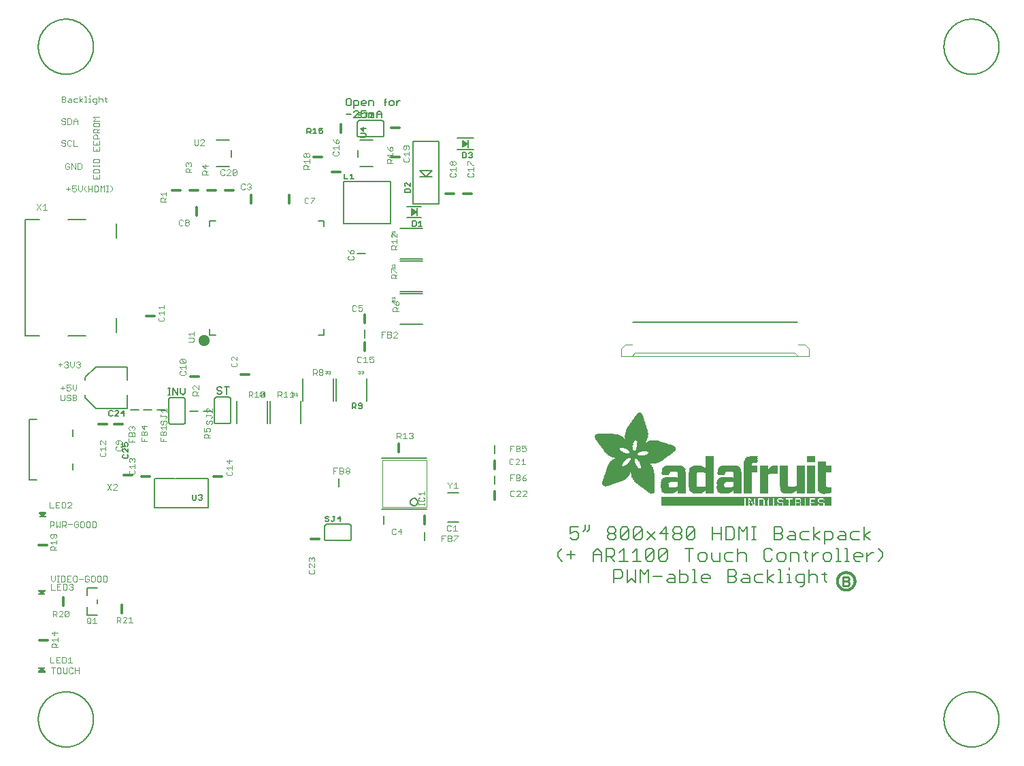
<source format=gbr>
G04 EAGLE Gerber RS-274X export*
G75*
%MOMM*%
%FSLAX34Y34*%
%LPD*%
%INSilkscreen Top*%
%IPPOS*%
%AMOC8*
5,1,8,0,0,1.08239X$1,22.5*%
G01*
%ADD10C,0.101600*%
%ADD11C,0.127000*%
%ADD12C,0.203200*%
%ADD13C,0.635000*%
%ADD14C,0.304800*%
%ADD15C,0.152400*%
%ADD16C,0.050800*%
%ADD17R,0.889000X0.190500*%
%ADD18R,0.200000X1.000000*%
%ADD19R,10.363200X0.025400*%
%ADD20R,0.406400X0.025400*%
%ADD21R,0.381000X0.025400*%
%ADD22R,0.457200X0.025400*%
%ADD23R,0.431800X0.025400*%
%ADD24R,0.635000X0.025400*%
%ADD25R,0.482600X0.025400*%
%ADD26R,0.889000X0.025400*%
%ADD27R,0.863600X0.025400*%
%ADD28R,0.508000X0.025400*%
%ADD29R,0.355600X0.025400*%
%ADD30R,0.025400X0.025400*%
%ADD31R,0.330200X0.025400*%
%ADD32R,0.050800X0.025400*%
%ADD33R,0.304800X0.025400*%
%ADD34R,0.076200X0.025400*%
%ADD35R,1.016000X0.025400*%
%ADD36R,1.524000X0.025400*%
%ADD37R,0.101600X0.025400*%
%ADD38R,0.279400X0.025400*%
%ADD39R,1.498600X0.025400*%
%ADD40R,0.254000X0.025400*%
%ADD41R,0.127000X0.025400*%
%ADD42R,0.965200X0.025400*%
%ADD43R,1.447800X0.025400*%
%ADD44R,0.228600X0.025400*%
%ADD45R,0.152400X0.025400*%
%ADD46R,0.812800X0.025400*%
%ADD47R,1.295400X0.025400*%
%ADD48R,0.533400X0.025400*%
%ADD49R,0.660400X0.025400*%
%ADD50R,0.609600X0.025400*%
%ADD51R,0.558800X0.025400*%
%ADD52R,0.203200X0.025400*%
%ADD53R,0.177800X0.025400*%
%ADD54R,0.914400X0.025400*%
%ADD55R,0.685800X0.025400*%
%ADD56R,0.939800X0.025400*%
%ADD57R,0.736600X0.025400*%
%ADD58R,0.990600X0.025400*%
%ADD59R,1.219200X0.025400*%
%ADD60R,1.117600X0.025400*%
%ADD61R,1.397000X0.025400*%
%ADD62R,1.244600X0.025400*%
%ADD63R,1.473200X0.025400*%
%ADD64R,0.584200X0.025400*%
%ADD65R,1.041400X0.025400*%
%ADD66R,21.209000X0.025400*%
%ADD67R,0.787400X0.025400*%
%ADD68R,1.193800X0.025400*%
%ADD69R,1.168400X0.025400*%
%ADD70R,1.092200X0.025400*%
%ADD71R,1.066800X0.025400*%
%ADD72R,1.143000X0.025400*%
%ADD73R,1.270000X0.025400*%
%ADD74R,1.320800X0.025400*%
%ADD75R,1.422400X0.025400*%
%ADD76R,1.549400X0.025400*%
%ADD77R,0.711200X0.025400*%
%ADD78R,1.625600X0.025400*%
%ADD79R,0.762000X0.025400*%
%ADD80R,1.701800X0.025400*%
%ADD81R,1.600200X0.025400*%
%ADD82R,1.727200X0.025400*%
%ADD83R,1.651000X0.025400*%
%ADD84R,0.838200X0.025400*%
%ADD85R,1.803400X0.025400*%
%ADD86R,1.574800X0.025400*%
%ADD87R,1.854200X0.025400*%
%ADD88R,1.778000X0.025400*%
%ADD89R,1.879600X0.025400*%
%ADD90R,1.930400X0.025400*%
%ADD91R,1.981200X0.025400*%
%ADD92R,1.905000X0.025400*%
%ADD93R,2.006600X0.025400*%
%ADD94R,3.048000X0.025400*%
%ADD95R,2.997200X0.025400*%
%ADD96R,2.057400X0.025400*%
%ADD97R,3.022600X0.025400*%
%ADD98R,2.032000X0.025400*%
%ADD99R,3.073400X0.025400*%
%ADD100R,1.676400X0.025400*%
%ADD101R,1.346200X0.025400*%
%ADD102R,3.098800X0.025400*%
%ADD103R,1.828800X0.025400*%
%ADD104R,2.082800X0.025400*%
%ADD105R,2.108200X0.025400*%
%ADD106R,2.159000X0.025400*%
%ADD107R,2.184400X0.025400*%
%ADD108R,2.235200X0.025400*%
%ADD109R,2.260600X0.025400*%
%ADD110R,2.311400X0.025400*%
%ADD111R,2.362200X0.025400*%
%ADD112R,2.387600X0.025400*%
%ADD113R,2.413000X0.025400*%
%ADD114R,2.438400X0.025400*%
%ADD115R,2.133600X0.025400*%
%ADD116R,2.463800X0.025400*%
%ADD117R,2.286000X0.025400*%
%ADD118R,2.514600X0.025400*%
%ADD119R,2.540000X0.025400*%
%ADD120R,2.565400X0.025400*%
%ADD121R,2.489200X0.025400*%
%ADD122R,2.590800X0.025400*%
%ADD123R,2.971800X0.025400*%
%ADD124R,2.616200X0.025400*%
%ADD125R,2.946400X0.025400*%
%ADD126R,2.641600X0.025400*%
%ADD127R,2.667000X0.025400*%
%ADD128R,2.921000X0.025400*%
%ADD129R,2.895600X0.025400*%
%ADD130R,2.717800X0.025400*%
%ADD131R,2.692400X0.025400*%
%ADD132R,2.870200X0.025400*%
%ADD133R,2.768600X0.025400*%
%ADD134R,2.743200X0.025400*%
%ADD135R,2.844800X0.025400*%
%ADD136R,2.794000X0.025400*%
%ADD137R,2.819400X0.025400*%
%ADD138R,1.371600X0.025400*%
%ADD139R,5.892800X0.025400*%
%ADD140R,5.867400X0.025400*%
%ADD141R,5.842000X0.025400*%
%ADD142R,5.816600X0.025400*%
%ADD143R,5.791200X0.025400*%
%ADD144R,4.114800X0.025400*%
%ADD145R,3.987800X0.025400*%
%ADD146R,1.955800X0.025400*%
%ADD147R,3.962400X0.025400*%
%ADD148R,3.911600X0.025400*%
%ADD149R,3.886200X0.025400*%
%ADD150R,3.835400X0.025400*%
%ADD151R,1.752600X0.025400*%
%ADD152R,3.810000X0.025400*%
%ADD153R,3.784600X0.025400*%
%ADD154R,3.733800X0.025400*%
%ADD155R,3.708400X0.025400*%
%ADD156R,3.683000X0.025400*%
%ADD157R,2.336800X0.025400*%
%ADD158R,3.657600X0.025400*%
%ADD159R,3.632200X0.025400*%
%ADD160R,3.149600X0.025400*%
%ADD161R,3.251200X0.025400*%
%ADD162R,3.276600X0.025400*%
%ADD163R,3.352800X0.025400*%
%ADD164R,3.454400X0.025400*%
%ADD165R,3.530600X0.025400*%
%ADD166R,4.241800X0.025400*%
%ADD167R,4.267200X0.025400*%
%ADD168R,4.318000X0.025400*%
%ADD169R,4.419600X0.025400*%
%ADD170R,6.400800X0.025400*%
%ADD171R,6.502400X0.025400*%
%ADD172R,6.680200X0.025400*%
%ADD173R,6.832600X0.025400*%
%ADD174R,6.858000X0.025400*%
%ADD175R,7.010400X0.025400*%
%ADD176R,7.112000X0.025400*%
%ADD177R,7.162800X0.025400*%
%ADD178R,3.860800X0.025400*%
%ADD179R,3.302000X0.025400*%
%ADD180R,2.209800X0.025400*%
%ADD181R,3.124200X0.025400*%
%ADD182R,3.200400X0.025400*%
%ADD183R,5.029200X0.025400*%
%ADD184R,5.003800X0.025400*%
%ADD185R,4.978400X0.025400*%
%ADD186R,4.953000X0.025400*%
%ADD187R,4.927600X0.025400*%
%ADD188R,4.902200X0.025400*%
%ADD189R,4.876800X0.025400*%
%ADD190R,4.851400X0.025400*%
%ADD191R,4.826000X0.025400*%
%ADD192R,4.800600X0.025400*%
%ADD193R,4.775200X0.025400*%
%ADD194R,4.749800X0.025400*%
%ADD195R,4.724400X0.025400*%
%ADD196R,4.699000X0.025400*%
%ADD197R,3.937000X0.025400*%
%ADD198R,4.648200X0.025400*%
%ADD199R,4.597400X0.025400*%
%ADD200R,4.546600X0.025400*%
%ADD201R,4.470400X0.025400*%
%ADD202R,4.013200X0.025400*%
%ADD203R,4.394200X0.025400*%
%ADD204R,4.038600X0.025400*%
%ADD205R,4.064000X0.025400*%
%ADD206R,4.089400X0.025400*%
%ADD207R,4.140200X0.025400*%
%ADD208R,4.165600X0.025400*%
%ADD209R,4.191000X0.025400*%
%ADD210R,3.759200X0.025400*%
%ADD211R,4.216400X0.025400*%
%ADD212R,3.606800X0.025400*%
%ADD213R,4.292600X0.025400*%
%ADD214R,4.368800X0.025400*%
%ADD215R,4.445000X0.025400*%
%ADD216R,4.495800X0.025400*%
%ADD217R,4.572000X0.025400*%
%ADD218R,4.622800X0.025400*%
%ADD219R,4.673600X0.025400*%
%ADD220R,3.581400X0.025400*%
%ADD221R,3.556000X0.025400*%
%ADD222R,3.479800X0.025400*%
%ADD223R,3.403600X0.025400*%
%ADD224R,3.378200X0.025400*%
%ADD225R,3.225800X0.025400*%
%ADD226C,0.279400*%

G36*
X11039Y211700D02*
X11039Y211700D01*
X11044Y211700D01*
X11160Y211726D01*
X11276Y211751D01*
X11280Y211753D01*
X11284Y211754D01*
X11386Y211815D01*
X11488Y211876D01*
X11491Y211879D01*
X11494Y211881D01*
X11609Y212003D01*
X15419Y217083D01*
X15427Y217099D01*
X15440Y217112D01*
X15484Y217208D01*
X15533Y217301D01*
X15536Y217319D01*
X15543Y217335D01*
X15555Y217440D01*
X15571Y217544D01*
X15568Y217562D01*
X15570Y217579D01*
X15548Y217682D01*
X15530Y217787D01*
X15522Y217802D01*
X15518Y217820D01*
X15464Y217910D01*
X15414Y218004D01*
X15401Y218016D01*
X15392Y218031D01*
X15312Y218100D01*
X15235Y218172D01*
X15218Y218179D01*
X15205Y218191D01*
X15107Y218230D01*
X15011Y218274D01*
X14993Y218276D01*
X14977Y218283D01*
X14810Y218301D01*
X7190Y218301D01*
X7172Y218298D01*
X7155Y218300D01*
X7051Y218279D01*
X6947Y218262D01*
X6932Y218253D01*
X6914Y218250D01*
X6823Y218196D01*
X6730Y218146D01*
X6718Y218134D01*
X6702Y218125D01*
X6633Y218045D01*
X6561Y217968D01*
X6553Y217952D01*
X6541Y217938D01*
X6501Y217841D01*
X6457Y217745D01*
X6455Y217727D01*
X6448Y217711D01*
X6441Y217605D01*
X6430Y217501D01*
X6434Y217483D01*
X6432Y217465D01*
X6460Y217363D01*
X6482Y217260D01*
X6491Y217245D01*
X6496Y217228D01*
X6581Y217083D01*
X10391Y212003D01*
X10394Y212000D01*
X10396Y211997D01*
X10483Y211915D01*
X10568Y211833D01*
X10572Y211831D01*
X10575Y211828D01*
X10684Y211778D01*
X10791Y211728D01*
X10795Y211728D01*
X10799Y211726D01*
X10917Y211713D01*
X11035Y211700D01*
X11039Y211700D01*
G37*
G36*
X10039Y114925D02*
X10039Y114925D01*
X10044Y114925D01*
X10160Y114951D01*
X10276Y114976D01*
X10280Y114978D01*
X10284Y114979D01*
X10386Y115040D01*
X10488Y115101D01*
X10491Y115104D01*
X10494Y115106D01*
X10609Y115228D01*
X14419Y120308D01*
X14427Y120324D01*
X14440Y120337D01*
X14484Y120433D01*
X14533Y120526D01*
X14536Y120544D01*
X14543Y120560D01*
X14555Y120665D01*
X14571Y120769D01*
X14568Y120787D01*
X14570Y120804D01*
X14548Y120907D01*
X14530Y121012D01*
X14522Y121027D01*
X14518Y121045D01*
X14464Y121135D01*
X14414Y121229D01*
X14401Y121241D01*
X14392Y121256D01*
X14312Y121325D01*
X14235Y121397D01*
X14218Y121404D01*
X14205Y121416D01*
X14107Y121455D01*
X14011Y121499D01*
X13993Y121501D01*
X13977Y121508D01*
X13810Y121526D01*
X6190Y121526D01*
X6172Y121523D01*
X6155Y121525D01*
X6051Y121504D01*
X5947Y121487D01*
X5932Y121478D01*
X5914Y121475D01*
X5823Y121421D01*
X5730Y121371D01*
X5718Y121359D01*
X5702Y121350D01*
X5633Y121270D01*
X5561Y121193D01*
X5553Y121177D01*
X5541Y121163D01*
X5501Y121066D01*
X5457Y120970D01*
X5455Y120952D01*
X5448Y120936D01*
X5441Y120830D01*
X5430Y120726D01*
X5434Y120708D01*
X5432Y120690D01*
X5460Y120588D01*
X5482Y120485D01*
X5491Y120470D01*
X5496Y120453D01*
X5581Y120308D01*
X9391Y115228D01*
X9394Y115225D01*
X9396Y115222D01*
X9483Y115140D01*
X9568Y115058D01*
X9572Y115056D01*
X9575Y115053D01*
X9684Y115003D01*
X9791Y114953D01*
X9795Y114953D01*
X9799Y114951D01*
X9917Y114938D01*
X10035Y114925D01*
X10039Y114925D01*
G37*
G36*
X13828Y18152D02*
X13828Y18152D01*
X13845Y18150D01*
X13949Y18171D01*
X14053Y18189D01*
X14068Y18197D01*
X14086Y18201D01*
X14177Y18254D01*
X14270Y18304D01*
X14282Y18316D01*
X14298Y18326D01*
X14367Y18405D01*
X14440Y18482D01*
X14447Y18498D01*
X14459Y18512D01*
X14499Y18609D01*
X14543Y18705D01*
X14545Y18723D01*
X14552Y18739D01*
X14559Y18845D01*
X14570Y18949D01*
X14566Y18967D01*
X14568Y18985D01*
X14540Y19087D01*
X14518Y19190D01*
X14509Y19205D01*
X14504Y19222D01*
X14419Y19367D01*
X10609Y24447D01*
X10606Y24450D01*
X10604Y24454D01*
X10517Y24535D01*
X10432Y24617D01*
X10428Y24619D01*
X10425Y24622D01*
X10316Y24672D01*
X10209Y24722D01*
X10205Y24722D01*
X10201Y24724D01*
X10083Y24737D01*
X9965Y24750D01*
X9961Y24750D01*
X9956Y24750D01*
X9840Y24724D01*
X9724Y24700D01*
X9720Y24697D01*
X9716Y24696D01*
X9614Y24635D01*
X9512Y24575D01*
X9509Y24571D01*
X9506Y24569D01*
X9391Y24447D01*
X5581Y19367D01*
X5573Y19351D01*
X5561Y19338D01*
X5516Y19242D01*
X5467Y19149D01*
X5464Y19131D01*
X5457Y19115D01*
X5445Y19010D01*
X5429Y18906D01*
X5432Y18888D01*
X5430Y18871D01*
X5452Y18768D01*
X5470Y18663D01*
X5478Y18648D01*
X5482Y18630D01*
X5536Y18540D01*
X5586Y18447D01*
X5599Y18434D01*
X5608Y18419D01*
X5688Y18350D01*
X5765Y18278D01*
X5782Y18271D01*
X5795Y18259D01*
X5893Y18220D01*
X5989Y18176D01*
X6007Y18174D01*
X6023Y18167D01*
X6190Y18149D01*
X13810Y18149D01*
X13828Y18152D01*
G37*
G36*
X535255Y673903D02*
X535255Y673903D01*
X535326Y673901D01*
X535396Y673920D01*
X535467Y673928D01*
X535522Y673953D01*
X535601Y673973D01*
X535704Y674034D01*
X535773Y674065D01*
X538773Y676065D01*
X538860Y676142D01*
X538950Y676215D01*
X538965Y676237D01*
X538985Y676255D01*
X539047Y676352D01*
X539114Y676447D01*
X539122Y676473D01*
X539137Y676495D01*
X539169Y676606D01*
X539207Y676716D01*
X539208Y676743D01*
X539215Y676768D01*
X539215Y676884D01*
X539221Y677000D01*
X539215Y677026D01*
X539215Y677053D01*
X539183Y677164D01*
X539157Y677277D01*
X539144Y677300D01*
X539136Y677326D01*
X539074Y677424D01*
X539018Y677525D01*
X539000Y677541D01*
X538985Y677566D01*
X538777Y677751D01*
X538773Y677755D01*
X535773Y679755D01*
X535709Y679786D01*
X535649Y679826D01*
X535581Y679847D01*
X535517Y679878D01*
X535446Y679890D01*
X535378Y679911D01*
X535307Y679913D01*
X535237Y679925D01*
X535165Y679917D01*
X535094Y679919D01*
X535025Y679901D01*
X534954Y679892D01*
X534888Y679865D01*
X534819Y679847D01*
X534758Y679810D01*
X534692Y679783D01*
X534636Y679738D01*
X534574Y679702D01*
X534525Y679650D01*
X534470Y679605D01*
X534429Y679547D01*
X534380Y679494D01*
X534347Y679431D01*
X534306Y679373D01*
X534283Y679305D01*
X534250Y679241D01*
X534240Y679182D01*
X534213Y679104D01*
X534207Y678985D01*
X534195Y678910D01*
X534195Y674910D01*
X534205Y674839D01*
X534205Y674767D01*
X534225Y674699D01*
X534235Y674629D01*
X534264Y674563D01*
X534284Y674494D01*
X534322Y674434D01*
X534351Y674369D01*
X534397Y674314D01*
X534435Y674254D01*
X534489Y674206D01*
X534535Y674152D01*
X534594Y674112D01*
X534648Y674065D01*
X534712Y674034D01*
X534771Y673995D01*
X534840Y673973D01*
X534904Y673942D01*
X534974Y673930D01*
X535042Y673909D01*
X535114Y673907D01*
X535185Y673895D01*
X535255Y673903D01*
G37*
G36*
X471045Y588993D02*
X471045Y588993D01*
X471116Y588991D01*
X471186Y589010D01*
X471257Y589018D01*
X471312Y589043D01*
X471391Y589063D01*
X471494Y589124D01*
X471563Y589155D01*
X474563Y591155D01*
X474650Y591232D01*
X474740Y591305D01*
X474755Y591327D01*
X474775Y591345D01*
X474837Y591442D01*
X474904Y591537D01*
X474912Y591563D01*
X474927Y591585D01*
X474959Y591696D01*
X474997Y591806D01*
X474998Y591833D01*
X475005Y591858D01*
X475005Y591974D01*
X475011Y592090D01*
X475005Y592116D01*
X475005Y592143D01*
X474973Y592254D01*
X474947Y592367D01*
X474934Y592390D01*
X474926Y592416D01*
X474864Y592514D01*
X474808Y592615D01*
X474790Y592631D01*
X474775Y592656D01*
X474567Y592841D01*
X474563Y592845D01*
X471563Y594845D01*
X471499Y594876D01*
X471439Y594916D01*
X471371Y594937D01*
X471307Y594968D01*
X471236Y594980D01*
X471168Y595001D01*
X471097Y595003D01*
X471027Y595015D01*
X470955Y595007D01*
X470884Y595009D01*
X470815Y594991D01*
X470744Y594982D01*
X470678Y594955D01*
X470609Y594937D01*
X470548Y594900D01*
X470482Y594873D01*
X470426Y594828D01*
X470364Y594792D01*
X470315Y594740D01*
X470260Y594695D01*
X470219Y594637D01*
X470170Y594584D01*
X470137Y594521D01*
X470096Y594463D01*
X470073Y594395D01*
X470040Y594331D01*
X470030Y594272D01*
X470003Y594194D01*
X469997Y594075D01*
X469985Y594000D01*
X469985Y590000D01*
X469995Y589929D01*
X469995Y589857D01*
X470015Y589789D01*
X470025Y589719D01*
X470054Y589653D01*
X470074Y589584D01*
X470112Y589524D01*
X470141Y589459D01*
X470187Y589404D01*
X470225Y589344D01*
X470279Y589296D01*
X470325Y589242D01*
X470384Y589202D01*
X470438Y589155D01*
X470502Y589124D01*
X470561Y589085D01*
X470630Y589063D01*
X470694Y589032D01*
X470764Y589020D01*
X470832Y588999D01*
X470904Y588997D01*
X470975Y588985D01*
X471045Y588993D01*
G37*
D10*
X33508Y373099D02*
X38253Y373099D01*
X35881Y375472D02*
X35881Y370726D01*
X40992Y376658D02*
X45738Y376658D01*
X40992Y376658D02*
X40992Y373099D01*
X43365Y374285D01*
X44551Y374285D01*
X45738Y373099D01*
X45738Y370726D01*
X44551Y369540D01*
X42179Y369540D01*
X40992Y370726D01*
X48476Y371913D02*
X48476Y376658D01*
X48476Y371913D02*
X50849Y369540D01*
X53222Y371913D01*
X53222Y376658D01*
X33508Y364466D02*
X33508Y358534D01*
X34694Y357348D01*
X37067Y357348D01*
X38253Y358534D01*
X38253Y364466D01*
X44551Y364466D02*
X45738Y363280D01*
X44551Y364466D02*
X42179Y364466D01*
X40992Y363280D01*
X40992Y362093D01*
X42179Y360907D01*
X44551Y360907D01*
X45738Y359721D01*
X45738Y358534D01*
X44551Y357348D01*
X42179Y357348D01*
X40992Y358534D01*
X48476Y357348D02*
X48476Y364466D01*
X52035Y364466D01*
X53222Y363280D01*
X53222Y362093D01*
X52035Y360907D01*
X53222Y359721D01*
X53222Y358534D01*
X52035Y357348D01*
X48476Y357348D01*
X48476Y360907D02*
X52035Y360907D01*
X35253Y402067D02*
X30508Y402067D01*
X32881Y404440D02*
X32881Y399694D01*
X37992Y404440D02*
X39179Y405626D01*
X41551Y405626D01*
X42738Y404440D01*
X42738Y403253D01*
X41551Y402067D01*
X40365Y402067D01*
X41551Y402067D02*
X42738Y400881D01*
X42738Y399694D01*
X41551Y398508D01*
X39179Y398508D01*
X37992Y399694D01*
X45476Y400881D02*
X45476Y405626D01*
X45476Y400881D02*
X47849Y398508D01*
X50222Y400881D01*
X50222Y405626D01*
X52960Y404440D02*
X54147Y405626D01*
X56520Y405626D01*
X57706Y404440D01*
X57706Y403253D01*
X56520Y402067D01*
X55333Y402067D01*
X56520Y402067D02*
X57706Y400881D01*
X57706Y399694D01*
X56520Y398508D01*
X54147Y398508D01*
X52960Y399694D01*
X34706Y729056D02*
X34706Y736174D01*
X38265Y736174D01*
X39452Y734987D01*
X39452Y733801D01*
X38265Y732615D01*
X39452Y731428D01*
X39452Y730242D01*
X38265Y729056D01*
X34706Y729056D01*
X34706Y732615D02*
X38265Y732615D01*
X43377Y733801D02*
X45749Y733801D01*
X46936Y732615D01*
X46936Y729056D01*
X43377Y729056D01*
X42190Y730242D01*
X43377Y731428D01*
X46936Y731428D01*
X50861Y733801D02*
X54420Y733801D01*
X50861Y733801D02*
X49674Y732615D01*
X49674Y730242D01*
X50861Y729056D01*
X54420Y729056D01*
X57159Y729056D02*
X57159Y736174D01*
X57159Y731428D02*
X60718Y729056D01*
X57159Y731428D02*
X60718Y733801D01*
X63395Y736174D02*
X64582Y736174D01*
X64582Y729056D01*
X65768Y729056D02*
X63395Y729056D01*
X68385Y733801D02*
X69571Y733801D01*
X69571Y729056D01*
X68385Y729056D02*
X70758Y729056D01*
X69571Y736174D02*
X69571Y737360D01*
X75747Y726683D02*
X76933Y726683D01*
X78120Y727869D01*
X78120Y733801D01*
X74561Y733801D01*
X73374Y732615D01*
X73374Y730242D01*
X74561Y729056D01*
X78120Y729056D01*
X80858Y729056D02*
X80858Y736174D01*
X82045Y733801D02*
X80858Y732615D01*
X82045Y733801D02*
X84417Y733801D01*
X85604Y732615D01*
X85604Y729056D01*
X89529Y730242D02*
X89529Y734987D01*
X89529Y730242D02*
X90715Y729056D01*
X90715Y733801D02*
X88343Y733801D01*
X45253Y621067D02*
X40508Y621067D01*
X42881Y623440D02*
X42881Y618694D01*
X47992Y624626D02*
X52738Y624626D01*
X47992Y624626D02*
X47992Y621067D01*
X50365Y622253D01*
X51551Y622253D01*
X52738Y621067D01*
X52738Y618694D01*
X51551Y617508D01*
X49179Y617508D01*
X47992Y618694D01*
X55476Y619881D02*
X55476Y624626D01*
X55476Y619881D02*
X57849Y617508D01*
X60222Y619881D01*
X60222Y624626D01*
X62960Y619881D02*
X65333Y617508D01*
X62960Y619881D02*
X62960Y622253D01*
X65333Y624626D01*
X67950Y624626D02*
X67950Y617508D01*
X67950Y621067D02*
X72695Y621067D01*
X72695Y624626D02*
X72695Y617508D01*
X75434Y617508D02*
X75434Y624626D01*
X75434Y617508D02*
X78993Y617508D01*
X80179Y618694D01*
X80179Y623440D01*
X78993Y624626D01*
X75434Y624626D01*
X82918Y624626D02*
X82918Y617508D01*
X85291Y622253D02*
X82918Y624626D01*
X85291Y622253D02*
X87664Y624626D01*
X87664Y617508D01*
X90402Y617508D02*
X92775Y617508D01*
X91589Y617508D02*
X91589Y624626D01*
X92775Y624626D02*
X90402Y624626D01*
X95392Y617508D02*
X97765Y619881D01*
X97765Y622253D01*
X95392Y624626D01*
X44253Y651440D02*
X43067Y652626D01*
X40694Y652626D01*
X39508Y651440D01*
X39508Y646694D01*
X40694Y645508D01*
X43067Y645508D01*
X44253Y646694D01*
X44253Y649067D01*
X41881Y649067D01*
X46992Y645508D02*
X46992Y652626D01*
X51738Y645508D01*
X51738Y652626D01*
X54476Y652626D02*
X54476Y645508D01*
X58035Y645508D01*
X59222Y646694D01*
X59222Y651440D01*
X58035Y652626D01*
X54476Y652626D01*
X39253Y680440D02*
X38067Y681626D01*
X35694Y681626D01*
X34508Y680440D01*
X34508Y679253D01*
X35694Y678067D01*
X38067Y678067D01*
X39253Y676881D01*
X39253Y675694D01*
X38067Y674508D01*
X35694Y674508D01*
X34508Y675694D01*
X45551Y681626D02*
X46738Y680440D01*
X45551Y681626D02*
X43179Y681626D01*
X41992Y680440D01*
X41992Y675694D01*
X43179Y674508D01*
X45551Y674508D01*
X46738Y675694D01*
X49476Y674508D02*
X49476Y681626D01*
X49476Y674508D02*
X54222Y674508D01*
X39253Y707440D02*
X38067Y708626D01*
X35694Y708626D01*
X34508Y707440D01*
X34508Y706253D01*
X35694Y705067D01*
X38067Y705067D01*
X39253Y703881D01*
X39253Y702694D01*
X38067Y701508D01*
X35694Y701508D01*
X34508Y702694D01*
X41992Y701508D02*
X41992Y708626D01*
X41992Y701508D02*
X45551Y701508D01*
X46738Y702694D01*
X46738Y707440D01*
X45551Y708626D01*
X41992Y708626D01*
X49476Y706253D02*
X49476Y701508D01*
X49476Y706253D02*
X51849Y708626D01*
X54222Y706253D01*
X54222Y701508D01*
X54222Y705067D02*
X49476Y705067D01*
X20508Y206626D02*
X20508Y199508D01*
X20508Y206626D02*
X24067Y206626D01*
X25253Y205440D01*
X25253Y203067D01*
X24067Y201881D01*
X20508Y201881D01*
X27992Y199508D02*
X27992Y206626D01*
X30365Y201881D02*
X27992Y199508D01*
X30365Y201881D02*
X32738Y199508D01*
X32738Y206626D01*
X35476Y206626D02*
X35476Y199508D01*
X35476Y206626D02*
X39035Y206626D01*
X40222Y205440D01*
X40222Y203067D01*
X39035Y201881D01*
X35476Y201881D01*
X37849Y201881D02*
X40222Y199508D01*
X42960Y203067D02*
X47706Y203067D01*
X54004Y206626D02*
X55190Y205440D01*
X54004Y206626D02*
X51631Y206626D01*
X50445Y205440D01*
X50445Y200694D01*
X51631Y199508D01*
X54004Y199508D01*
X55190Y200694D01*
X55190Y203067D01*
X52817Y203067D01*
X59115Y206626D02*
X61488Y206626D01*
X59115Y206626D02*
X57929Y205440D01*
X57929Y200694D01*
X59115Y199508D01*
X61488Y199508D01*
X62674Y200694D01*
X62674Y205440D01*
X61488Y206626D01*
X66599Y206626D02*
X68972Y206626D01*
X66599Y206626D02*
X65413Y205440D01*
X65413Y200694D01*
X66599Y199508D01*
X68972Y199508D01*
X70158Y200694D01*
X70158Y205440D01*
X68972Y206626D01*
X72897Y206626D02*
X72897Y199508D01*
X76456Y199508D01*
X77642Y200694D01*
X77642Y205440D01*
X76456Y206626D01*
X72897Y206626D01*
X21508Y138626D02*
X21508Y133881D01*
X23881Y131508D01*
X26253Y133881D01*
X26253Y138626D01*
X28992Y131508D02*
X31365Y131508D01*
X30179Y131508D02*
X30179Y138626D01*
X31365Y138626D02*
X28992Y138626D01*
X33982Y138626D02*
X33982Y131508D01*
X37541Y131508D01*
X38727Y132694D01*
X38727Y137440D01*
X37541Y138626D01*
X33982Y138626D01*
X41466Y138626D02*
X46211Y138626D01*
X41466Y138626D02*
X41466Y131508D01*
X46211Y131508D01*
X43838Y135067D02*
X41466Y135067D01*
X50136Y138626D02*
X52509Y138626D01*
X50136Y138626D02*
X48950Y137440D01*
X48950Y132694D01*
X50136Y131508D01*
X52509Y131508D01*
X53695Y132694D01*
X53695Y137440D01*
X52509Y138626D01*
X56434Y135067D02*
X61179Y135067D01*
X67477Y138626D02*
X68664Y137440D01*
X67477Y138626D02*
X65105Y138626D01*
X63918Y137440D01*
X63918Y132694D01*
X65105Y131508D01*
X67477Y131508D01*
X68664Y132694D01*
X68664Y135067D01*
X66291Y135067D01*
X72589Y138626D02*
X74961Y138626D01*
X72589Y138626D02*
X71402Y137440D01*
X71402Y132694D01*
X72589Y131508D01*
X74961Y131508D01*
X76148Y132694D01*
X76148Y137440D01*
X74961Y138626D01*
X80073Y138626D02*
X82446Y138626D01*
X80073Y138626D02*
X78887Y137440D01*
X78887Y132694D01*
X80073Y131508D01*
X82446Y131508D01*
X83632Y132694D01*
X83632Y137440D01*
X82446Y138626D01*
X86371Y138626D02*
X86371Y131508D01*
X89930Y131508D01*
X91116Y132694D01*
X91116Y137440D01*
X89930Y138626D01*
X86371Y138626D01*
X23881Y24626D02*
X23881Y17508D01*
X26253Y24626D02*
X21508Y24626D01*
X30179Y24626D02*
X32551Y24626D01*
X30179Y24626D02*
X28992Y23440D01*
X28992Y18694D01*
X30179Y17508D01*
X32551Y17508D01*
X33738Y18694D01*
X33738Y23440D01*
X32551Y24626D01*
X36476Y24626D02*
X36476Y18694D01*
X37663Y17508D01*
X40035Y17508D01*
X41222Y18694D01*
X41222Y24626D01*
X47520Y24626D02*
X48706Y23440D01*
X47520Y24626D02*
X45147Y24626D01*
X43960Y23440D01*
X43960Y18694D01*
X45147Y17508D01*
X47520Y17508D01*
X48706Y18694D01*
X51445Y17508D02*
X51445Y24626D01*
X51445Y21067D02*
X56190Y21067D01*
X56190Y24626D02*
X56190Y17508D01*
D11*
X390738Y733433D02*
X393704Y733433D01*
X390738Y733433D02*
X389255Y731950D01*
X389255Y726018D01*
X390738Y724535D01*
X393704Y724535D01*
X395187Y726018D01*
X395187Y731950D01*
X393704Y733433D01*
X398610Y730467D02*
X398610Y721569D01*
X398610Y730467D02*
X403059Y730467D01*
X404542Y728984D01*
X404542Y726018D01*
X403059Y724535D01*
X398610Y724535D01*
X409448Y724535D02*
X412414Y724535D01*
X409448Y724535D02*
X407965Y726018D01*
X407965Y728984D01*
X409448Y730467D01*
X412414Y730467D01*
X413897Y728984D01*
X413897Y727501D01*
X407965Y727501D01*
X417321Y724535D02*
X417321Y730467D01*
X421769Y730467D01*
X423252Y728984D01*
X423252Y724535D01*
X437514Y724535D02*
X437514Y731950D01*
X438997Y733433D01*
X438997Y728984D02*
X436031Y728984D01*
X443751Y724535D02*
X446717Y724535D01*
X448199Y726018D01*
X448199Y728984D01*
X446717Y730467D01*
X443751Y730467D01*
X442268Y728984D01*
X442268Y726018D01*
X443751Y724535D01*
X451623Y724535D02*
X451623Y730467D01*
X451623Y727501D02*
X454589Y730467D01*
X456072Y730467D01*
X395187Y713744D02*
X389255Y713744D01*
X398610Y709295D02*
X404542Y709295D01*
X398610Y709295D02*
X404542Y715227D01*
X404542Y716710D01*
X403059Y718193D01*
X400093Y718193D01*
X398610Y716710D01*
X407965Y718193D02*
X413897Y718193D01*
X407965Y718193D02*
X407965Y713744D01*
X410931Y715227D01*
X412414Y715227D01*
X413897Y713744D01*
X413897Y710778D01*
X412414Y709295D01*
X409448Y709295D01*
X407965Y710778D01*
X417321Y709295D02*
X417321Y715227D01*
X418803Y715227D01*
X420286Y713744D01*
X420286Y709295D01*
X420286Y713744D02*
X421769Y715227D01*
X423252Y713744D01*
X423252Y709295D01*
X426676Y709295D02*
X426676Y715227D01*
X429642Y718193D01*
X432607Y715227D01*
X432607Y709295D01*
X432607Y713744D02*
X426676Y713744D01*
X169971Y363855D02*
X167005Y363855D01*
X168488Y363855D02*
X168488Y372753D01*
X167005Y372753D02*
X169971Y372753D01*
X173242Y372753D02*
X173242Y363855D01*
X179174Y363855D02*
X173242Y372753D01*
X179174Y372753D02*
X179174Y363855D01*
X182597Y366821D02*
X182597Y372753D01*
X182597Y366821D02*
X185563Y363855D01*
X188529Y366821D01*
X188529Y372753D01*
X232414Y374023D02*
X233897Y372540D01*
X232414Y374023D02*
X229448Y374023D01*
X227965Y372540D01*
X227965Y371057D01*
X229448Y369574D01*
X232414Y369574D01*
X233897Y368091D01*
X233897Y366608D01*
X232414Y365125D01*
X229448Y365125D01*
X227965Y366608D01*
X240286Y365125D02*
X240286Y374023D01*
X237320Y374023D02*
X243252Y374023D01*
D12*
X667358Y199657D02*
X677866Y199657D01*
X667358Y199657D02*
X667358Y191777D01*
X672612Y194404D01*
X675239Y194404D01*
X677866Y191777D01*
X677866Y186523D01*
X675239Y183896D01*
X669985Y183896D01*
X667358Y186523D01*
X686357Y197031D02*
X686357Y202284D01*
X686357Y197031D02*
X683730Y194404D01*
X691611Y197031D02*
X691611Y202284D01*
X691611Y197031D02*
X688984Y194404D01*
X713744Y197031D02*
X716371Y199657D01*
X721625Y199657D01*
X724252Y197031D01*
X724252Y194404D01*
X721625Y191777D01*
X724252Y189150D01*
X724252Y186523D01*
X721625Y183896D01*
X716371Y183896D01*
X713744Y186523D01*
X713744Y189150D01*
X716371Y191777D01*
X713744Y194404D01*
X713744Y197031D01*
X716371Y191777D02*
X721625Y191777D01*
X730116Y186523D02*
X730116Y197031D01*
X732743Y199657D01*
X737997Y199657D01*
X740624Y197031D01*
X740624Y186523D01*
X737997Y183896D01*
X732743Y183896D01*
X730116Y186523D01*
X740624Y197031D01*
X746488Y197031D02*
X746488Y186523D01*
X746488Y197031D02*
X749115Y199657D01*
X754368Y199657D01*
X756995Y197031D01*
X756995Y186523D01*
X754368Y183896D01*
X749115Y183896D01*
X746488Y186523D01*
X756995Y197031D01*
X762859Y194404D02*
X773367Y183896D01*
X762859Y183896D02*
X773367Y194404D01*
X787111Y199657D02*
X787111Y183896D01*
X779231Y191777D02*
X787111Y199657D01*
X789738Y191777D02*
X779231Y191777D01*
X795602Y197031D02*
X798229Y199657D01*
X803483Y199657D01*
X806110Y197031D01*
X806110Y194404D01*
X803483Y191777D01*
X806110Y189150D01*
X806110Y186523D01*
X803483Y183896D01*
X798229Y183896D01*
X795602Y186523D01*
X795602Y189150D01*
X798229Y191777D01*
X795602Y194404D01*
X795602Y197031D01*
X798229Y191777D02*
X803483Y191777D01*
X811974Y186523D02*
X811974Y197031D01*
X814601Y199657D01*
X819855Y199657D01*
X822481Y197031D01*
X822481Y186523D01*
X819855Y183896D01*
X814601Y183896D01*
X811974Y186523D01*
X822481Y197031D01*
X844717Y199657D02*
X844717Y183896D01*
X844717Y191777D02*
X855225Y191777D01*
X855225Y199657D02*
X855225Y183896D01*
X861089Y183896D02*
X861089Y199657D01*
X861089Y183896D02*
X868969Y183896D01*
X871596Y186523D01*
X871596Y197031D01*
X868969Y199657D01*
X861089Y199657D01*
X877460Y199657D02*
X877460Y183896D01*
X882714Y194404D02*
X877460Y199657D01*
X882714Y194404D02*
X887968Y199657D01*
X887968Y183896D01*
X893832Y183896D02*
X899085Y183896D01*
X896459Y183896D02*
X896459Y199657D01*
X899085Y199657D02*
X893832Y199657D01*
X921118Y199657D02*
X921118Y183896D01*
X921118Y199657D02*
X928998Y199657D01*
X931625Y197031D01*
X931625Y194404D01*
X928998Y191777D01*
X931625Y189150D01*
X931625Y186523D01*
X928998Y183896D01*
X921118Y183896D01*
X921118Y191777D02*
X928998Y191777D01*
X940116Y194404D02*
X945370Y194404D01*
X947997Y191777D01*
X947997Y183896D01*
X940116Y183896D01*
X937489Y186523D01*
X940116Y189150D01*
X947997Y189150D01*
X956488Y194404D02*
X964368Y194404D01*
X956488Y194404D02*
X953861Y191777D01*
X953861Y186523D01*
X956488Y183896D01*
X964368Y183896D01*
X970232Y183896D02*
X970232Y199657D01*
X970232Y189150D02*
X978113Y183896D01*
X970232Y189150D02*
X978113Y194404D01*
X983875Y194404D02*
X983875Y178642D01*
X983875Y194404D02*
X991756Y194404D01*
X994383Y191777D01*
X994383Y186523D01*
X991756Y183896D01*
X983875Y183896D01*
X1002874Y194404D02*
X1008128Y194404D01*
X1010754Y191777D01*
X1010754Y183896D01*
X1002874Y183896D01*
X1000247Y186523D01*
X1002874Y189150D01*
X1010754Y189150D01*
X1019245Y194404D02*
X1027126Y194404D01*
X1019245Y194404D02*
X1016618Y191777D01*
X1016618Y186523D01*
X1019245Y183896D01*
X1027126Y183896D01*
X1032990Y183896D02*
X1032990Y199657D01*
X1032990Y189150D02*
X1040871Y183896D01*
X1032990Y189150D02*
X1040871Y194404D01*
X657605Y157226D02*
X652351Y162480D01*
X652351Y167734D01*
X657605Y172987D01*
X663265Y165107D02*
X673773Y165107D01*
X668519Y170361D02*
X668519Y159853D01*
X696009Y157226D02*
X696009Y167734D01*
X701262Y172987D01*
X706516Y167734D01*
X706516Y157226D01*
X706516Y165107D02*
X696009Y165107D01*
X712380Y172987D02*
X712380Y157226D01*
X712380Y172987D02*
X720261Y172987D01*
X722888Y170361D01*
X722888Y165107D01*
X720261Y162480D01*
X712380Y162480D01*
X717634Y162480D02*
X722888Y157226D01*
X728752Y167734D02*
X734006Y172987D01*
X734006Y157226D01*
X739259Y157226D02*
X728752Y157226D01*
X745123Y167734D02*
X750377Y172987D01*
X750377Y157226D01*
X745123Y157226D02*
X755631Y157226D01*
X761495Y159853D02*
X761495Y170361D01*
X764122Y172987D01*
X769376Y172987D01*
X772002Y170361D01*
X772002Y159853D01*
X769376Y157226D01*
X764122Y157226D01*
X761495Y159853D01*
X772002Y170361D01*
X777866Y170361D02*
X777866Y159853D01*
X777866Y170361D02*
X780493Y172987D01*
X785747Y172987D01*
X788374Y170361D01*
X788374Y159853D01*
X785747Y157226D01*
X780493Y157226D01*
X777866Y159853D01*
X788374Y170361D01*
X815863Y172987D02*
X815863Y157226D01*
X810610Y172987D02*
X821117Y172987D01*
X829608Y157226D02*
X834862Y157226D01*
X837489Y159853D01*
X837489Y165107D01*
X834862Y167734D01*
X829608Y167734D01*
X826981Y165107D01*
X826981Y159853D01*
X829608Y157226D01*
X843353Y159853D02*
X843353Y167734D01*
X843353Y159853D02*
X845980Y157226D01*
X853860Y157226D01*
X853860Y167734D01*
X862351Y167734D02*
X870232Y167734D01*
X862351Y167734D02*
X859724Y165107D01*
X859724Y159853D01*
X862351Y157226D01*
X870232Y157226D01*
X876096Y157226D02*
X876096Y172987D01*
X878723Y167734D02*
X876096Y165107D01*
X878723Y167734D02*
X883977Y167734D01*
X886603Y165107D01*
X886603Y157226D01*
X916720Y172987D02*
X919347Y170361D01*
X916720Y172987D02*
X911466Y172987D01*
X908839Y170361D01*
X908839Y159853D01*
X911466Y157226D01*
X916720Y157226D01*
X919347Y159853D01*
X927837Y157226D02*
X933091Y157226D01*
X935718Y159853D01*
X935718Y165107D01*
X933091Y167734D01*
X927837Y167734D01*
X925210Y165107D01*
X925210Y159853D01*
X927837Y157226D01*
X941582Y157226D02*
X941582Y167734D01*
X949463Y167734D01*
X952090Y165107D01*
X952090Y157226D01*
X960581Y159853D02*
X960581Y170361D01*
X960581Y159853D02*
X963207Y157226D01*
X963207Y167734D02*
X957954Y167734D01*
X968868Y167734D02*
X968868Y157226D01*
X968868Y162480D02*
X974122Y167734D01*
X976749Y167734D01*
X985138Y157226D02*
X990392Y157226D01*
X993019Y159853D01*
X993019Y165107D01*
X990392Y167734D01*
X985138Y167734D01*
X982511Y165107D01*
X982511Y159853D01*
X985138Y157226D01*
X998883Y172987D02*
X1001509Y172987D01*
X1001509Y157226D01*
X998883Y157226D02*
X1004136Y157226D01*
X1009797Y172987D02*
X1012424Y172987D01*
X1012424Y157226D01*
X1009797Y157226D02*
X1015051Y157226D01*
X1023338Y157226D02*
X1028592Y157226D01*
X1023338Y157226D02*
X1020711Y159853D01*
X1020711Y165107D01*
X1023338Y167734D01*
X1028592Y167734D01*
X1031219Y165107D01*
X1031219Y162480D01*
X1020711Y162480D01*
X1037083Y157226D02*
X1037083Y167734D01*
X1037083Y162480D02*
X1042337Y167734D01*
X1044964Y167734D01*
X1050726Y157226D02*
X1055980Y162480D01*
X1055980Y167734D01*
X1050726Y172987D01*
X721930Y146317D02*
X721930Y130556D01*
X721930Y146317D02*
X729811Y146317D01*
X732438Y143691D01*
X732438Y138437D01*
X729811Y135810D01*
X721930Y135810D01*
X738302Y130556D02*
X738302Y146317D01*
X743556Y135810D02*
X738302Y130556D01*
X743556Y135810D02*
X748810Y130556D01*
X748810Y146317D01*
X754673Y146317D02*
X754673Y130556D01*
X759927Y141064D02*
X754673Y146317D01*
X759927Y141064D02*
X765181Y146317D01*
X765181Y130556D01*
X771045Y138437D02*
X781553Y138437D01*
X790044Y141064D02*
X795297Y141064D01*
X797924Y138437D01*
X797924Y130556D01*
X790044Y130556D01*
X787417Y133183D01*
X790044Y135810D01*
X797924Y135810D01*
X803788Y130556D02*
X803788Y146317D01*
X803788Y130556D02*
X811669Y130556D01*
X814296Y133183D01*
X814296Y138437D01*
X811669Y141064D01*
X803788Y141064D01*
X820160Y146317D02*
X822787Y146317D01*
X822787Y130556D01*
X820160Y130556D02*
X825414Y130556D01*
X833701Y130556D02*
X838955Y130556D01*
X833701Y130556D02*
X831074Y133183D01*
X831074Y138437D01*
X833701Y141064D01*
X838955Y141064D01*
X841582Y138437D01*
X841582Y135810D01*
X831074Y135810D01*
X863817Y130556D02*
X863817Y146317D01*
X871698Y146317D01*
X874325Y143691D01*
X874325Y141064D01*
X871698Y138437D01*
X874325Y135810D01*
X874325Y133183D01*
X871698Y130556D01*
X863817Y130556D01*
X863817Y138437D02*
X871698Y138437D01*
X882816Y141064D02*
X888070Y141064D01*
X890696Y138437D01*
X890696Y130556D01*
X882816Y130556D01*
X880189Y133183D01*
X882816Y135810D01*
X890696Y135810D01*
X899187Y141064D02*
X907068Y141064D01*
X899187Y141064D02*
X896560Y138437D01*
X896560Y133183D01*
X899187Y130556D01*
X907068Y130556D01*
X912932Y130556D02*
X912932Y146317D01*
X912932Y135810D02*
X920813Y130556D01*
X912932Y135810D02*
X920813Y141064D01*
X926575Y146317D02*
X929202Y146317D01*
X929202Y130556D01*
X926575Y130556D02*
X931829Y130556D01*
X937489Y141064D02*
X940116Y141064D01*
X940116Y130556D01*
X937489Y130556D02*
X942743Y130556D01*
X940116Y146317D02*
X940116Y148944D01*
X953657Y125302D02*
X956284Y125302D01*
X958911Y127929D01*
X958911Y141064D01*
X951031Y141064D01*
X948404Y138437D01*
X948404Y133183D01*
X951031Y130556D01*
X958911Y130556D01*
X964775Y130556D02*
X964775Y146317D01*
X967402Y141064D02*
X964775Y138437D01*
X967402Y141064D02*
X972656Y141064D01*
X975283Y138437D01*
X975283Y130556D01*
X983774Y133183D02*
X983774Y143691D01*
X983774Y133183D02*
X986401Y130556D01*
X986401Y141064D02*
X981147Y141064D01*
D10*
X74374Y633508D02*
X74374Y638253D01*
X74374Y633508D02*
X81492Y633508D01*
X81492Y638253D01*
X77933Y635881D02*
X77933Y633508D01*
X74374Y640992D02*
X81492Y640992D01*
X81492Y644551D01*
X80306Y645738D01*
X75560Y645738D01*
X74374Y644551D01*
X74374Y640992D01*
X81492Y648476D02*
X81492Y650849D01*
X81492Y649663D02*
X74374Y649663D01*
X74374Y650849D02*
X74374Y648476D01*
X74374Y653466D02*
X81492Y653466D01*
X81492Y657025D01*
X80306Y658211D01*
X75560Y658211D01*
X74374Y657025D01*
X74374Y653466D01*
X74374Y668434D02*
X74374Y673179D01*
X74374Y668434D02*
X81492Y668434D01*
X81492Y673179D01*
X77933Y670807D02*
X77933Y668434D01*
X74374Y675918D02*
X74374Y680664D01*
X74374Y675918D02*
X81492Y675918D01*
X81492Y680664D01*
X77933Y678291D02*
X77933Y675918D01*
X81492Y683402D02*
X74374Y683402D01*
X74374Y686961D01*
X75560Y688148D01*
X77933Y688148D01*
X79119Y686961D01*
X79119Y683402D01*
X81492Y690887D02*
X74374Y690887D01*
X74374Y694446D01*
X75560Y695632D01*
X77933Y695632D01*
X79119Y694446D01*
X79119Y690887D01*
X79119Y693259D02*
X81492Y695632D01*
X74374Y699557D02*
X74374Y701930D01*
X74374Y699557D02*
X75560Y698371D01*
X80306Y698371D01*
X81492Y699557D01*
X81492Y701930D01*
X80306Y703116D01*
X75560Y703116D01*
X74374Y701930D01*
X74374Y705855D02*
X81492Y705855D01*
X76747Y708228D02*
X74374Y705855D01*
X76747Y708228D02*
X74374Y710600D01*
X81492Y710600D01*
D12*
X7500Y582500D02*
X-10600Y582500D01*
X42500Y582500D02*
X65000Y582500D01*
X102500Y577500D02*
X102500Y560000D01*
X102500Y460000D02*
X102500Y442500D01*
X-10600Y437500D02*
X-10600Y582500D01*
X-10600Y437500D02*
X7500Y437500D01*
X42500Y437500D02*
X65000Y437500D01*
D10*
X8673Y594948D02*
X3928Y602066D01*
X8673Y602066D02*
X3928Y594948D01*
X11412Y599693D02*
X13785Y602066D01*
X13785Y594948D01*
X11412Y594948D02*
X16158Y594948D01*
D13*
X208805Y431980D02*
X208807Y432092D01*
X208813Y432204D01*
X208823Y432316D01*
X208837Y432427D01*
X208854Y432537D01*
X208876Y432647D01*
X208901Y432757D01*
X208931Y432865D01*
X208964Y432972D01*
X209001Y433078D01*
X209041Y433182D01*
X209086Y433285D01*
X209133Y433386D01*
X209185Y433486D01*
X209240Y433584D01*
X209298Y433679D01*
X209360Y433773D01*
X209425Y433864D01*
X209493Y433953D01*
X209564Y434040D01*
X209638Y434124D01*
X209715Y434205D01*
X209795Y434284D01*
X209878Y434359D01*
X209963Y434432D01*
X210051Y434502D01*
X210141Y434568D01*
X210234Y434632D01*
X210328Y434692D01*
X210425Y434748D01*
X210524Y434801D01*
X210624Y434851D01*
X210726Y434897D01*
X210830Y434939D01*
X210935Y434978D01*
X211042Y435013D01*
X211149Y435044D01*
X211258Y435072D01*
X211367Y435095D01*
X211478Y435115D01*
X211589Y435131D01*
X211700Y435143D01*
X211812Y435151D01*
X211924Y435155D01*
X212036Y435155D01*
X212148Y435151D01*
X212260Y435143D01*
X212371Y435131D01*
X212482Y435115D01*
X212593Y435095D01*
X212702Y435072D01*
X212811Y435044D01*
X212918Y435013D01*
X213025Y434978D01*
X213130Y434939D01*
X213234Y434897D01*
X213336Y434851D01*
X213436Y434801D01*
X213535Y434748D01*
X213632Y434692D01*
X213726Y434632D01*
X213819Y434568D01*
X213909Y434502D01*
X213997Y434432D01*
X214082Y434359D01*
X214165Y434284D01*
X214245Y434205D01*
X214322Y434124D01*
X214396Y434040D01*
X214467Y433953D01*
X214535Y433864D01*
X214600Y433773D01*
X214662Y433679D01*
X214720Y433584D01*
X214775Y433486D01*
X214827Y433386D01*
X214874Y433285D01*
X214919Y433182D01*
X214959Y433078D01*
X214996Y432972D01*
X215029Y432865D01*
X215059Y432757D01*
X215084Y432647D01*
X215106Y432537D01*
X215123Y432427D01*
X215137Y432316D01*
X215147Y432204D01*
X215153Y432092D01*
X215155Y431980D01*
X215153Y431868D01*
X215147Y431756D01*
X215137Y431644D01*
X215123Y431533D01*
X215106Y431423D01*
X215084Y431313D01*
X215059Y431203D01*
X215029Y431095D01*
X214996Y430988D01*
X214959Y430882D01*
X214919Y430778D01*
X214874Y430675D01*
X214827Y430574D01*
X214775Y430474D01*
X214720Y430376D01*
X214662Y430281D01*
X214600Y430187D01*
X214535Y430096D01*
X214467Y430007D01*
X214396Y429920D01*
X214322Y429836D01*
X214245Y429755D01*
X214165Y429676D01*
X214082Y429601D01*
X213997Y429528D01*
X213909Y429458D01*
X213819Y429392D01*
X213726Y429328D01*
X213632Y429268D01*
X213535Y429212D01*
X213436Y429159D01*
X213336Y429109D01*
X213234Y429063D01*
X213130Y429021D01*
X213025Y428982D01*
X212918Y428947D01*
X212811Y428916D01*
X212702Y428888D01*
X212593Y428865D01*
X212482Y428845D01*
X212371Y428829D01*
X212260Y428817D01*
X212148Y428809D01*
X212036Y428805D01*
X211924Y428805D01*
X211812Y428809D01*
X211700Y428817D01*
X211589Y428829D01*
X211478Y428845D01*
X211367Y428865D01*
X211258Y428888D01*
X211149Y428916D01*
X211042Y428947D01*
X210935Y428982D01*
X210830Y429021D01*
X210726Y429063D01*
X210624Y429109D01*
X210524Y429159D01*
X210425Y429212D01*
X210328Y429268D01*
X210234Y429328D01*
X210141Y429392D01*
X210051Y429458D01*
X209963Y429528D01*
X209878Y429601D01*
X209795Y429676D01*
X209715Y429755D01*
X209638Y429836D01*
X209564Y429920D01*
X209493Y430007D01*
X209425Y430096D01*
X209360Y430187D01*
X209298Y430281D01*
X209240Y430376D01*
X209185Y430474D01*
X209133Y430574D01*
X209086Y430675D01*
X209041Y430778D01*
X209001Y430882D01*
X208964Y430988D01*
X208931Y431095D01*
X208901Y431203D01*
X208876Y431313D01*
X208854Y431423D01*
X208837Y431533D01*
X208823Y431644D01*
X208813Y431756D01*
X208807Y431868D01*
X208805Y431980D01*
D11*
X219000Y581000D02*
X226000Y581000D01*
X219000Y581000D02*
X219000Y574000D01*
X354000Y581000D02*
X361000Y581000D01*
X361000Y574000D01*
X219000Y446000D02*
X219000Y439000D01*
X226000Y439000D01*
X354000Y439000D02*
X361000Y439000D01*
X361000Y446000D01*
D10*
X198306Y430508D02*
X192374Y430508D01*
X198306Y430508D02*
X199492Y431694D01*
X199492Y434067D01*
X198306Y435253D01*
X192374Y435253D01*
X194747Y437992D02*
X192374Y440365D01*
X199492Y440365D01*
X199492Y437992D02*
X199492Y442738D01*
D14*
X182080Y619000D02*
X171920Y619000D01*
D10*
X164967Y604633D02*
X157849Y604633D01*
X157849Y608192D01*
X159035Y609378D01*
X161408Y609378D01*
X162594Y608192D01*
X162594Y604633D01*
X162594Y607006D02*
X164967Y609378D01*
X160222Y612117D02*
X157849Y614490D01*
X164967Y614490D01*
X164967Y612117D02*
X164967Y616863D01*
D12*
X163900Y345500D02*
X153740Y345500D01*
D10*
X157847Y306431D02*
X164965Y306431D01*
X157847Y306431D02*
X157847Y311176D01*
X161406Y308803D02*
X161406Y306431D01*
X164965Y313915D02*
X157847Y313915D01*
X157847Y317474D01*
X159033Y318660D01*
X160220Y318660D01*
X161406Y317474D01*
X162592Y318660D01*
X163779Y318660D01*
X164965Y317474D01*
X164965Y313915D01*
X161406Y313915D02*
X161406Y317474D01*
X160220Y321399D02*
X157847Y323772D01*
X164965Y323772D01*
X164965Y326144D02*
X164965Y321399D01*
D12*
X412000Y435650D02*
X412000Y445810D01*
D10*
X432633Y442881D02*
X432633Y435763D01*
X432633Y442881D02*
X437378Y442881D01*
X435006Y439322D02*
X432633Y439322D01*
X440117Y435763D02*
X440117Y442881D01*
X443676Y442881D01*
X444863Y441695D01*
X444863Y440508D01*
X443676Y439322D01*
X444863Y438136D01*
X444863Y436949D01*
X443676Y435763D01*
X440117Y435763D01*
X440117Y439322D02*
X443676Y439322D01*
X447601Y435763D02*
X452347Y435763D01*
X452347Y440508D02*
X447601Y435763D01*
X452347Y440508D02*
X452347Y441695D01*
X451160Y442881D01*
X448788Y442881D01*
X447601Y441695D01*
D12*
X130440Y345500D02*
X120280Y345500D01*
D10*
X118387Y305431D02*
X125505Y305431D01*
X118387Y305431D02*
X118387Y310176D01*
X121946Y307803D02*
X121946Y305431D01*
X125505Y312915D02*
X118387Y312915D01*
X118387Y316474D01*
X119573Y317660D01*
X120760Y317660D01*
X121946Y316474D01*
X123132Y317660D01*
X124319Y317660D01*
X125505Y316474D01*
X125505Y312915D01*
X121946Y312915D02*
X121946Y316474D01*
X119573Y320399D02*
X118387Y321585D01*
X118387Y323958D01*
X119573Y325144D01*
X120760Y325144D01*
X121946Y323958D01*
X121946Y322772D01*
X121946Y323958D02*
X123132Y325144D01*
X124319Y325144D01*
X125505Y323958D01*
X125505Y321585D01*
X124319Y320399D01*
D12*
X137010Y345500D02*
X147170Y345500D01*
D10*
X141235Y306431D02*
X134117Y306431D01*
X134117Y311176D01*
X137676Y308803D02*
X137676Y306431D01*
X141235Y313915D02*
X134117Y313915D01*
X134117Y317474D01*
X135303Y318660D01*
X136490Y318660D01*
X137676Y317474D01*
X138862Y318660D01*
X140049Y318660D01*
X141235Y317474D01*
X141235Y313915D01*
X137676Y313915D02*
X137676Y317474D01*
X141235Y324958D02*
X134117Y324958D01*
X137676Y321399D01*
X137676Y326144D01*
D14*
X257920Y390000D02*
X268080Y390000D01*
D10*
X247035Y404378D02*
X245849Y403192D01*
X245849Y400819D01*
X247035Y399633D01*
X251781Y399633D01*
X252967Y400819D01*
X252967Y403192D01*
X251781Y404378D01*
X252967Y407117D02*
X252967Y411863D01*
X248222Y411863D02*
X252967Y407117D01*
X248222Y411863D02*
X247035Y411863D01*
X245849Y410676D01*
X245849Y408304D01*
X247035Y407117D01*
D14*
X270500Y602920D02*
X270500Y613080D01*
D10*
X262878Y625965D02*
X261692Y627151D01*
X259319Y627151D01*
X258133Y625965D01*
X258133Y621219D01*
X259319Y620033D01*
X261692Y620033D01*
X262878Y621219D01*
X265617Y625965D02*
X266804Y627151D01*
X269176Y627151D01*
X270363Y625965D01*
X270363Y624778D01*
X269176Y623592D01*
X267990Y623592D01*
X269176Y623592D02*
X270363Y622406D01*
X270363Y621219D01*
X269176Y620033D01*
X266804Y620033D01*
X265617Y621219D01*
D14*
X412000Y463810D02*
X412000Y453650D01*
D10*
X401378Y474695D02*
X400192Y475881D01*
X397819Y475881D01*
X396633Y474695D01*
X396633Y469949D01*
X397819Y468763D01*
X400192Y468763D01*
X401378Y469949D01*
X404117Y475881D02*
X408863Y475881D01*
X404117Y475881D02*
X404117Y472322D01*
X406490Y473508D01*
X407676Y473508D01*
X408863Y472322D01*
X408863Y469949D01*
X407676Y468763D01*
X405304Y468763D01*
X404117Y469949D01*
D12*
X402920Y540000D02*
X413080Y540000D01*
D10*
X392035Y537378D02*
X390849Y536192D01*
X390849Y533819D01*
X392035Y532633D01*
X396781Y532633D01*
X397967Y533819D01*
X397967Y536192D01*
X396781Y537378D01*
X392035Y542490D02*
X390849Y544863D01*
X392035Y542490D02*
X394408Y540117D01*
X396781Y540117D01*
X397967Y541304D01*
X397967Y543676D01*
X396781Y544863D01*
X395594Y544863D01*
X394408Y543676D01*
X394408Y540117D01*
D14*
X317500Y602920D02*
X317500Y613080D01*
D10*
X340692Y610151D02*
X341878Y608965D01*
X340692Y610151D02*
X338319Y610151D01*
X337133Y608965D01*
X337133Y604219D01*
X338319Y603033D01*
X340692Y603033D01*
X341878Y604219D01*
X344617Y610151D02*
X349363Y610151D01*
X349363Y608965D01*
X344617Y604219D01*
X344617Y603033D01*
D14*
X202500Y597580D02*
X202500Y587420D01*
D10*
X185660Y581287D02*
X184474Y582473D01*
X182101Y582473D01*
X180915Y581287D01*
X180915Y576541D01*
X182101Y575355D01*
X184474Y575355D01*
X185660Y576541D01*
X188399Y581287D02*
X189585Y582473D01*
X191958Y582473D01*
X193144Y581287D01*
X193144Y580100D01*
X191958Y578914D01*
X193144Y577728D01*
X193144Y576541D01*
X191958Y575355D01*
X189585Y575355D01*
X188399Y576541D01*
X188399Y577728D01*
X189585Y578914D01*
X188399Y580100D01*
X188399Y581287D01*
X189585Y578914D02*
X191958Y578914D01*
D14*
X110170Y327720D02*
X100010Y327720D01*
D10*
X103303Y299880D02*
X102117Y298694D01*
X102117Y296321D01*
X103303Y295135D01*
X108049Y295135D01*
X109235Y296321D01*
X109235Y298694D01*
X108049Y299880D01*
X108049Y302619D02*
X109235Y303805D01*
X109235Y306178D01*
X108049Y307364D01*
X103303Y307364D01*
X102117Y306178D01*
X102117Y303805D01*
X103303Y302619D01*
X104490Y302619D01*
X105676Y303805D01*
X105676Y307364D01*
D14*
X194920Y387500D02*
X205080Y387500D01*
D10*
X183035Y393878D02*
X181849Y392692D01*
X181849Y390319D01*
X183035Y389133D01*
X187781Y389133D01*
X188967Y390319D01*
X188967Y392692D01*
X187781Y393878D01*
X184222Y396617D02*
X181849Y398990D01*
X188967Y398990D01*
X188967Y396617D02*
X188967Y401363D01*
X187781Y404101D02*
X183035Y404101D01*
X181849Y405288D01*
X181849Y407660D01*
X183035Y408847D01*
X187781Y408847D01*
X188967Y407660D01*
X188967Y405288D01*
X187781Y404101D01*
X183035Y408847D01*
D12*
X188540Y358620D02*
X188540Y330680D01*
X168220Y358620D02*
X168222Y358720D01*
X168228Y358819D01*
X168238Y358919D01*
X168251Y359017D01*
X168269Y359116D01*
X168290Y359213D01*
X168315Y359309D01*
X168344Y359405D01*
X168377Y359499D01*
X168413Y359592D01*
X168453Y359683D01*
X168497Y359773D01*
X168544Y359861D01*
X168594Y359947D01*
X168648Y360031D01*
X168705Y360113D01*
X168765Y360192D01*
X168829Y360270D01*
X168895Y360344D01*
X168964Y360416D01*
X169036Y360485D01*
X169110Y360551D01*
X169188Y360615D01*
X169267Y360675D01*
X169349Y360732D01*
X169433Y360786D01*
X169519Y360836D01*
X169607Y360883D01*
X169697Y360927D01*
X169788Y360967D01*
X169881Y361003D01*
X169975Y361036D01*
X170071Y361065D01*
X170167Y361090D01*
X170264Y361111D01*
X170363Y361129D01*
X170461Y361142D01*
X170561Y361152D01*
X170660Y361158D01*
X170760Y361160D01*
X168220Y330680D02*
X168222Y330580D01*
X168228Y330481D01*
X168238Y330381D01*
X168251Y330283D01*
X168269Y330184D01*
X168290Y330087D01*
X168315Y329991D01*
X168344Y329895D01*
X168377Y329801D01*
X168413Y329708D01*
X168453Y329617D01*
X168497Y329527D01*
X168544Y329439D01*
X168594Y329353D01*
X168648Y329269D01*
X168705Y329187D01*
X168765Y329108D01*
X168829Y329030D01*
X168895Y328956D01*
X168964Y328884D01*
X169036Y328815D01*
X169110Y328749D01*
X169188Y328685D01*
X169267Y328625D01*
X169349Y328568D01*
X169433Y328514D01*
X169519Y328464D01*
X169607Y328417D01*
X169697Y328373D01*
X169788Y328333D01*
X169881Y328297D01*
X169975Y328264D01*
X170071Y328235D01*
X170167Y328210D01*
X170264Y328189D01*
X170363Y328171D01*
X170461Y328158D01*
X170561Y328148D01*
X170660Y328142D01*
X170760Y328140D01*
X186000Y328140D02*
X186100Y328142D01*
X186199Y328148D01*
X186299Y328158D01*
X186397Y328171D01*
X186496Y328189D01*
X186593Y328210D01*
X186689Y328235D01*
X186785Y328264D01*
X186879Y328297D01*
X186972Y328333D01*
X187063Y328373D01*
X187153Y328417D01*
X187241Y328464D01*
X187327Y328514D01*
X187411Y328568D01*
X187493Y328625D01*
X187572Y328685D01*
X187650Y328749D01*
X187724Y328815D01*
X187796Y328884D01*
X187865Y328956D01*
X187931Y329030D01*
X187995Y329108D01*
X188055Y329187D01*
X188112Y329269D01*
X188166Y329353D01*
X188216Y329439D01*
X188263Y329527D01*
X188307Y329617D01*
X188347Y329708D01*
X188383Y329801D01*
X188416Y329895D01*
X188445Y329991D01*
X188470Y330087D01*
X188491Y330184D01*
X188509Y330283D01*
X188522Y330381D01*
X188532Y330481D01*
X188538Y330580D01*
X188540Y330680D01*
X188540Y358620D02*
X188538Y358720D01*
X188532Y358819D01*
X188522Y358919D01*
X188509Y359017D01*
X188491Y359116D01*
X188470Y359213D01*
X188445Y359309D01*
X188416Y359405D01*
X188383Y359499D01*
X188347Y359592D01*
X188307Y359683D01*
X188263Y359773D01*
X188216Y359861D01*
X188166Y359947D01*
X188112Y360031D01*
X188055Y360113D01*
X187995Y360192D01*
X187931Y360270D01*
X187865Y360344D01*
X187796Y360416D01*
X187724Y360485D01*
X187650Y360551D01*
X187572Y360615D01*
X187493Y360675D01*
X187411Y360732D01*
X187327Y360786D01*
X187241Y360836D01*
X187153Y360883D01*
X187063Y360927D01*
X186972Y360967D01*
X186879Y361003D01*
X186785Y361036D01*
X186689Y361065D01*
X186593Y361090D01*
X186496Y361111D01*
X186397Y361129D01*
X186299Y361142D01*
X186199Y361152D01*
X186100Y361158D01*
X186000Y361160D01*
X170760Y361160D01*
X170760Y328140D02*
X186000Y328140D01*
X168220Y330680D02*
X168220Y358620D01*
D10*
X159240Y332123D02*
X158054Y330937D01*
X158054Y328564D01*
X159240Y327378D01*
X160427Y327378D01*
X161613Y328564D01*
X161613Y330937D01*
X162799Y332123D01*
X163986Y332123D01*
X165172Y330937D01*
X165172Y328564D01*
X163986Y327378D01*
X163986Y334862D02*
X165172Y336049D01*
X165172Y337235D01*
X163986Y338421D01*
X158054Y338421D01*
X158054Y337235D02*
X158054Y339608D01*
X160427Y342346D02*
X158054Y344719D01*
X165172Y344719D01*
X165172Y342346D02*
X165172Y347092D01*
D12*
X194070Y344110D02*
X204230Y344110D01*
D10*
X205117Y363743D02*
X197999Y363743D01*
X197999Y367302D01*
X199185Y368488D01*
X201558Y368488D01*
X202744Y367302D01*
X202744Y363743D01*
X202744Y366116D02*
X205117Y368488D01*
X205117Y371227D02*
X205117Y375973D01*
X200372Y375973D02*
X205117Y371227D01*
X200372Y375973D02*
X199185Y375973D01*
X197999Y374786D01*
X197999Y372414D01*
X199185Y371227D01*
D12*
X245170Y358930D02*
X245170Y330990D01*
X224850Y358930D02*
X224852Y359030D01*
X224858Y359129D01*
X224868Y359229D01*
X224881Y359327D01*
X224899Y359426D01*
X224920Y359523D01*
X224945Y359619D01*
X224974Y359715D01*
X225007Y359809D01*
X225043Y359902D01*
X225083Y359993D01*
X225127Y360083D01*
X225174Y360171D01*
X225224Y360257D01*
X225278Y360341D01*
X225335Y360423D01*
X225395Y360502D01*
X225459Y360580D01*
X225525Y360654D01*
X225594Y360726D01*
X225666Y360795D01*
X225740Y360861D01*
X225818Y360925D01*
X225897Y360985D01*
X225979Y361042D01*
X226063Y361096D01*
X226149Y361146D01*
X226237Y361193D01*
X226327Y361237D01*
X226418Y361277D01*
X226511Y361313D01*
X226605Y361346D01*
X226701Y361375D01*
X226797Y361400D01*
X226894Y361421D01*
X226993Y361439D01*
X227091Y361452D01*
X227191Y361462D01*
X227290Y361468D01*
X227390Y361470D01*
X224850Y330990D02*
X224852Y330890D01*
X224858Y330791D01*
X224868Y330691D01*
X224881Y330593D01*
X224899Y330494D01*
X224920Y330397D01*
X224945Y330301D01*
X224974Y330205D01*
X225007Y330111D01*
X225043Y330018D01*
X225083Y329927D01*
X225127Y329837D01*
X225174Y329749D01*
X225224Y329663D01*
X225278Y329579D01*
X225335Y329497D01*
X225395Y329418D01*
X225459Y329340D01*
X225525Y329266D01*
X225594Y329194D01*
X225666Y329125D01*
X225740Y329059D01*
X225818Y328995D01*
X225897Y328935D01*
X225979Y328878D01*
X226063Y328824D01*
X226149Y328774D01*
X226237Y328727D01*
X226327Y328683D01*
X226418Y328643D01*
X226511Y328607D01*
X226605Y328574D01*
X226701Y328545D01*
X226797Y328520D01*
X226894Y328499D01*
X226993Y328481D01*
X227091Y328468D01*
X227191Y328458D01*
X227290Y328452D01*
X227390Y328450D01*
X242630Y328450D02*
X242730Y328452D01*
X242829Y328458D01*
X242929Y328468D01*
X243027Y328481D01*
X243126Y328499D01*
X243223Y328520D01*
X243319Y328545D01*
X243415Y328574D01*
X243509Y328607D01*
X243602Y328643D01*
X243693Y328683D01*
X243783Y328727D01*
X243871Y328774D01*
X243957Y328824D01*
X244041Y328878D01*
X244123Y328935D01*
X244202Y328995D01*
X244280Y329059D01*
X244354Y329125D01*
X244426Y329194D01*
X244495Y329266D01*
X244561Y329340D01*
X244625Y329418D01*
X244685Y329497D01*
X244742Y329579D01*
X244796Y329663D01*
X244846Y329749D01*
X244893Y329837D01*
X244937Y329927D01*
X244977Y330018D01*
X245013Y330111D01*
X245046Y330205D01*
X245075Y330301D01*
X245100Y330397D01*
X245121Y330494D01*
X245139Y330593D01*
X245152Y330691D01*
X245162Y330791D01*
X245168Y330890D01*
X245170Y330990D01*
X245170Y358930D02*
X245168Y359030D01*
X245162Y359129D01*
X245152Y359229D01*
X245139Y359327D01*
X245121Y359426D01*
X245100Y359523D01*
X245075Y359619D01*
X245046Y359715D01*
X245013Y359809D01*
X244977Y359902D01*
X244937Y359993D01*
X244893Y360083D01*
X244846Y360171D01*
X244796Y360257D01*
X244742Y360341D01*
X244685Y360423D01*
X244625Y360502D01*
X244561Y360580D01*
X244495Y360654D01*
X244426Y360726D01*
X244354Y360795D01*
X244280Y360861D01*
X244202Y360925D01*
X244123Y360985D01*
X244041Y361042D01*
X243957Y361096D01*
X243871Y361146D01*
X243783Y361193D01*
X243693Y361237D01*
X243602Y361277D01*
X243509Y361313D01*
X243415Y361346D01*
X243319Y361375D01*
X243223Y361400D01*
X243126Y361421D01*
X243027Y361439D01*
X242929Y361452D01*
X242829Y361462D01*
X242730Y361468D01*
X242630Y361470D01*
X227390Y361470D01*
X227390Y328450D02*
X242630Y328450D01*
X224850Y330990D02*
X224850Y358930D01*
D10*
X215870Y332433D02*
X214684Y331247D01*
X214684Y328874D01*
X215870Y327688D01*
X217057Y327688D01*
X218243Y328874D01*
X218243Y331247D01*
X219429Y332433D01*
X220616Y332433D01*
X221802Y331247D01*
X221802Y328874D01*
X220616Y327688D01*
X220616Y335172D02*
X221802Y336359D01*
X221802Y337545D01*
X220616Y338731D01*
X214684Y338731D01*
X214684Y337545D02*
X214684Y339918D01*
X221802Y342656D02*
X221802Y347402D01*
X217057Y347402D02*
X221802Y342656D01*
X217057Y347402D02*
X215870Y347402D01*
X214684Y346215D01*
X214684Y343843D01*
X215870Y342656D01*
D12*
X211110Y344230D02*
X221270Y344230D01*
D10*
X219335Y310645D02*
X212217Y310645D01*
X212217Y314204D01*
X213403Y315390D01*
X215776Y315390D01*
X216962Y314204D01*
X216962Y310645D01*
X216962Y313017D02*
X219335Y315390D01*
X212217Y318129D02*
X212217Y322874D01*
X212217Y318129D02*
X215776Y318129D01*
X214590Y320502D01*
X214590Y321688D01*
X215776Y322874D01*
X218149Y322874D01*
X219335Y321688D01*
X219335Y319315D01*
X218149Y318129D01*
D12*
X5710Y798000D02*
X5720Y798842D01*
X5751Y799683D01*
X5803Y800523D01*
X5875Y801361D01*
X5968Y802197D01*
X6081Y803031D01*
X6215Y803862D01*
X6369Y804690D01*
X6543Y805513D01*
X6738Y806332D01*
X6952Y807146D01*
X7187Y807954D01*
X7441Y808756D01*
X7714Y809552D01*
X8008Y810341D01*
X8320Y811122D01*
X8652Y811896D01*
X9002Y812661D01*
X9371Y813417D01*
X9759Y814164D01*
X10165Y814901D01*
X10588Y815629D01*
X11030Y816345D01*
X11489Y817051D01*
X11965Y817744D01*
X12458Y818427D01*
X12968Y819096D01*
X13493Y819753D01*
X14035Y820397D01*
X14593Y821028D01*
X15166Y821644D01*
X15753Y822247D01*
X16356Y822834D01*
X16972Y823407D01*
X17603Y823965D01*
X18247Y824507D01*
X18904Y825032D01*
X19573Y825542D01*
X20256Y826035D01*
X20949Y826511D01*
X21655Y826970D01*
X22371Y827412D01*
X23099Y827835D01*
X23836Y828241D01*
X24583Y828629D01*
X25339Y828998D01*
X26104Y829348D01*
X26878Y829680D01*
X27659Y829992D01*
X28448Y830286D01*
X29244Y830559D01*
X30046Y830813D01*
X30854Y831048D01*
X31668Y831262D01*
X32487Y831457D01*
X33310Y831631D01*
X34138Y831785D01*
X34969Y831919D01*
X35803Y832032D01*
X36639Y832125D01*
X37477Y832197D01*
X38317Y832249D01*
X39158Y832280D01*
X40000Y832290D01*
X40842Y832280D01*
X41683Y832249D01*
X42523Y832197D01*
X43361Y832125D01*
X44197Y832032D01*
X45031Y831919D01*
X45862Y831785D01*
X46690Y831631D01*
X47513Y831457D01*
X48332Y831262D01*
X49146Y831048D01*
X49954Y830813D01*
X50756Y830559D01*
X51552Y830286D01*
X52341Y829992D01*
X53122Y829680D01*
X53896Y829348D01*
X54661Y828998D01*
X55417Y828629D01*
X56164Y828241D01*
X56901Y827835D01*
X57629Y827412D01*
X58345Y826970D01*
X59051Y826511D01*
X59744Y826035D01*
X60427Y825542D01*
X61096Y825032D01*
X61753Y824507D01*
X62397Y823965D01*
X63028Y823407D01*
X63644Y822834D01*
X64247Y822247D01*
X64834Y821644D01*
X65407Y821028D01*
X65965Y820397D01*
X66507Y819753D01*
X67032Y819096D01*
X67542Y818427D01*
X68035Y817744D01*
X68511Y817051D01*
X68970Y816345D01*
X69412Y815629D01*
X69835Y814901D01*
X70241Y814164D01*
X70629Y813417D01*
X70998Y812661D01*
X71348Y811896D01*
X71680Y811122D01*
X71992Y810341D01*
X72286Y809552D01*
X72559Y808756D01*
X72813Y807954D01*
X73048Y807146D01*
X73262Y806332D01*
X73457Y805513D01*
X73631Y804690D01*
X73785Y803862D01*
X73919Y803031D01*
X74032Y802197D01*
X74125Y801361D01*
X74197Y800523D01*
X74249Y799683D01*
X74280Y798842D01*
X74290Y798000D01*
X74280Y797158D01*
X74249Y796317D01*
X74197Y795477D01*
X74125Y794639D01*
X74032Y793803D01*
X73919Y792969D01*
X73785Y792138D01*
X73631Y791310D01*
X73457Y790487D01*
X73262Y789668D01*
X73048Y788854D01*
X72813Y788046D01*
X72559Y787244D01*
X72286Y786448D01*
X71992Y785659D01*
X71680Y784878D01*
X71348Y784104D01*
X70998Y783339D01*
X70629Y782583D01*
X70241Y781836D01*
X69835Y781099D01*
X69412Y780371D01*
X68970Y779655D01*
X68511Y778949D01*
X68035Y778256D01*
X67542Y777573D01*
X67032Y776904D01*
X66507Y776247D01*
X65965Y775603D01*
X65407Y774972D01*
X64834Y774356D01*
X64247Y773753D01*
X63644Y773166D01*
X63028Y772593D01*
X62397Y772035D01*
X61753Y771493D01*
X61096Y770968D01*
X60427Y770458D01*
X59744Y769965D01*
X59051Y769489D01*
X58345Y769030D01*
X57629Y768588D01*
X56901Y768165D01*
X56164Y767759D01*
X55417Y767371D01*
X54661Y767002D01*
X53896Y766652D01*
X53122Y766320D01*
X52341Y766008D01*
X51552Y765714D01*
X50756Y765441D01*
X49954Y765187D01*
X49146Y764952D01*
X48332Y764738D01*
X47513Y764543D01*
X46690Y764369D01*
X45862Y764215D01*
X45031Y764081D01*
X44197Y763968D01*
X43361Y763875D01*
X42523Y763803D01*
X41683Y763751D01*
X40842Y763720D01*
X40000Y763710D01*
X39158Y763720D01*
X38317Y763751D01*
X37477Y763803D01*
X36639Y763875D01*
X35803Y763968D01*
X34969Y764081D01*
X34138Y764215D01*
X33310Y764369D01*
X32487Y764543D01*
X31668Y764738D01*
X30854Y764952D01*
X30046Y765187D01*
X29244Y765441D01*
X28448Y765714D01*
X27659Y766008D01*
X26878Y766320D01*
X26104Y766652D01*
X25339Y767002D01*
X24583Y767371D01*
X23836Y767759D01*
X23099Y768165D01*
X22371Y768588D01*
X21655Y769030D01*
X20949Y769489D01*
X20256Y769965D01*
X19573Y770458D01*
X18904Y770968D01*
X18247Y771493D01*
X17603Y772035D01*
X16972Y772593D01*
X16356Y773166D01*
X15753Y773753D01*
X15166Y774356D01*
X14593Y774972D01*
X14035Y775603D01*
X13493Y776247D01*
X12968Y776904D01*
X12458Y777573D01*
X11965Y778256D01*
X11489Y778949D01*
X11030Y779655D01*
X10588Y780371D01*
X10165Y781099D01*
X9759Y781836D01*
X9371Y782583D01*
X9002Y783339D01*
X8652Y784104D01*
X8320Y784878D01*
X8008Y785659D01*
X7714Y786448D01*
X7441Y787244D01*
X7187Y788046D01*
X6952Y788854D01*
X6738Y789668D01*
X6543Y790487D01*
X6369Y791310D01*
X6215Y792138D01*
X6081Y792969D01*
X5968Y793803D01*
X5875Y794639D01*
X5803Y795477D01*
X5751Y796317D01*
X5720Y797158D01*
X5710Y798000D01*
X1132710Y798000D02*
X1132720Y798842D01*
X1132751Y799683D01*
X1132803Y800523D01*
X1132875Y801361D01*
X1132968Y802197D01*
X1133081Y803031D01*
X1133215Y803862D01*
X1133369Y804690D01*
X1133543Y805513D01*
X1133738Y806332D01*
X1133952Y807146D01*
X1134187Y807954D01*
X1134441Y808756D01*
X1134714Y809552D01*
X1135008Y810341D01*
X1135320Y811122D01*
X1135652Y811896D01*
X1136002Y812661D01*
X1136371Y813417D01*
X1136759Y814164D01*
X1137165Y814901D01*
X1137588Y815629D01*
X1138030Y816345D01*
X1138489Y817051D01*
X1138965Y817744D01*
X1139458Y818427D01*
X1139968Y819096D01*
X1140493Y819753D01*
X1141035Y820397D01*
X1141593Y821028D01*
X1142166Y821644D01*
X1142753Y822247D01*
X1143356Y822834D01*
X1143972Y823407D01*
X1144603Y823965D01*
X1145247Y824507D01*
X1145904Y825032D01*
X1146573Y825542D01*
X1147256Y826035D01*
X1147949Y826511D01*
X1148655Y826970D01*
X1149371Y827412D01*
X1150099Y827835D01*
X1150836Y828241D01*
X1151583Y828629D01*
X1152339Y828998D01*
X1153104Y829348D01*
X1153878Y829680D01*
X1154659Y829992D01*
X1155448Y830286D01*
X1156244Y830559D01*
X1157046Y830813D01*
X1157854Y831048D01*
X1158668Y831262D01*
X1159487Y831457D01*
X1160310Y831631D01*
X1161138Y831785D01*
X1161969Y831919D01*
X1162803Y832032D01*
X1163639Y832125D01*
X1164477Y832197D01*
X1165317Y832249D01*
X1166158Y832280D01*
X1167000Y832290D01*
X1167842Y832280D01*
X1168683Y832249D01*
X1169523Y832197D01*
X1170361Y832125D01*
X1171197Y832032D01*
X1172031Y831919D01*
X1172862Y831785D01*
X1173690Y831631D01*
X1174513Y831457D01*
X1175332Y831262D01*
X1176146Y831048D01*
X1176954Y830813D01*
X1177756Y830559D01*
X1178552Y830286D01*
X1179341Y829992D01*
X1180122Y829680D01*
X1180896Y829348D01*
X1181661Y828998D01*
X1182417Y828629D01*
X1183164Y828241D01*
X1183901Y827835D01*
X1184629Y827412D01*
X1185345Y826970D01*
X1186051Y826511D01*
X1186744Y826035D01*
X1187427Y825542D01*
X1188096Y825032D01*
X1188753Y824507D01*
X1189397Y823965D01*
X1190028Y823407D01*
X1190644Y822834D01*
X1191247Y822247D01*
X1191834Y821644D01*
X1192407Y821028D01*
X1192965Y820397D01*
X1193507Y819753D01*
X1194032Y819096D01*
X1194542Y818427D01*
X1195035Y817744D01*
X1195511Y817051D01*
X1195970Y816345D01*
X1196412Y815629D01*
X1196835Y814901D01*
X1197241Y814164D01*
X1197629Y813417D01*
X1197998Y812661D01*
X1198348Y811896D01*
X1198680Y811122D01*
X1198992Y810341D01*
X1199286Y809552D01*
X1199559Y808756D01*
X1199813Y807954D01*
X1200048Y807146D01*
X1200262Y806332D01*
X1200457Y805513D01*
X1200631Y804690D01*
X1200785Y803862D01*
X1200919Y803031D01*
X1201032Y802197D01*
X1201125Y801361D01*
X1201197Y800523D01*
X1201249Y799683D01*
X1201280Y798842D01*
X1201290Y798000D01*
X1201280Y797158D01*
X1201249Y796317D01*
X1201197Y795477D01*
X1201125Y794639D01*
X1201032Y793803D01*
X1200919Y792969D01*
X1200785Y792138D01*
X1200631Y791310D01*
X1200457Y790487D01*
X1200262Y789668D01*
X1200048Y788854D01*
X1199813Y788046D01*
X1199559Y787244D01*
X1199286Y786448D01*
X1198992Y785659D01*
X1198680Y784878D01*
X1198348Y784104D01*
X1197998Y783339D01*
X1197629Y782583D01*
X1197241Y781836D01*
X1196835Y781099D01*
X1196412Y780371D01*
X1195970Y779655D01*
X1195511Y778949D01*
X1195035Y778256D01*
X1194542Y777573D01*
X1194032Y776904D01*
X1193507Y776247D01*
X1192965Y775603D01*
X1192407Y774972D01*
X1191834Y774356D01*
X1191247Y773753D01*
X1190644Y773166D01*
X1190028Y772593D01*
X1189397Y772035D01*
X1188753Y771493D01*
X1188096Y770968D01*
X1187427Y770458D01*
X1186744Y769965D01*
X1186051Y769489D01*
X1185345Y769030D01*
X1184629Y768588D01*
X1183901Y768165D01*
X1183164Y767759D01*
X1182417Y767371D01*
X1181661Y767002D01*
X1180896Y766652D01*
X1180122Y766320D01*
X1179341Y766008D01*
X1178552Y765714D01*
X1177756Y765441D01*
X1176954Y765187D01*
X1176146Y764952D01*
X1175332Y764738D01*
X1174513Y764543D01*
X1173690Y764369D01*
X1172862Y764215D01*
X1172031Y764081D01*
X1171197Y763968D01*
X1170361Y763875D01*
X1169523Y763803D01*
X1168683Y763751D01*
X1167842Y763720D01*
X1167000Y763710D01*
X1166158Y763720D01*
X1165317Y763751D01*
X1164477Y763803D01*
X1163639Y763875D01*
X1162803Y763968D01*
X1161969Y764081D01*
X1161138Y764215D01*
X1160310Y764369D01*
X1159487Y764543D01*
X1158668Y764738D01*
X1157854Y764952D01*
X1157046Y765187D01*
X1156244Y765441D01*
X1155448Y765714D01*
X1154659Y766008D01*
X1153878Y766320D01*
X1153104Y766652D01*
X1152339Y767002D01*
X1151583Y767371D01*
X1150836Y767759D01*
X1150099Y768165D01*
X1149371Y768588D01*
X1148655Y769030D01*
X1147949Y769489D01*
X1147256Y769965D01*
X1146573Y770458D01*
X1145904Y770968D01*
X1145247Y771493D01*
X1144603Y772035D01*
X1143972Y772593D01*
X1143356Y773166D01*
X1142753Y773753D01*
X1142166Y774356D01*
X1141593Y774972D01*
X1141035Y775603D01*
X1140493Y776247D01*
X1139968Y776904D01*
X1139458Y777573D01*
X1138965Y778256D01*
X1138489Y778949D01*
X1138030Y779655D01*
X1137588Y780371D01*
X1137165Y781099D01*
X1136759Y781836D01*
X1136371Y782583D01*
X1136002Y783339D01*
X1135652Y784104D01*
X1135320Y784878D01*
X1135008Y785659D01*
X1134714Y786448D01*
X1134441Y787244D01*
X1134187Y788046D01*
X1133952Y788854D01*
X1133738Y789668D01*
X1133543Y790487D01*
X1133369Y791310D01*
X1133215Y792138D01*
X1133081Y792969D01*
X1132968Y793803D01*
X1132875Y794639D01*
X1132803Y795477D01*
X1132751Y796317D01*
X1132720Y797158D01*
X1132710Y798000D01*
X1132710Y-40000D02*
X1132720Y-39158D01*
X1132751Y-38317D01*
X1132803Y-37477D01*
X1132875Y-36639D01*
X1132968Y-35803D01*
X1133081Y-34969D01*
X1133215Y-34138D01*
X1133369Y-33310D01*
X1133543Y-32487D01*
X1133738Y-31668D01*
X1133952Y-30854D01*
X1134187Y-30046D01*
X1134441Y-29244D01*
X1134714Y-28448D01*
X1135008Y-27659D01*
X1135320Y-26878D01*
X1135652Y-26104D01*
X1136002Y-25339D01*
X1136371Y-24583D01*
X1136759Y-23836D01*
X1137165Y-23099D01*
X1137588Y-22371D01*
X1138030Y-21655D01*
X1138489Y-20949D01*
X1138965Y-20256D01*
X1139458Y-19573D01*
X1139968Y-18904D01*
X1140493Y-18247D01*
X1141035Y-17603D01*
X1141593Y-16972D01*
X1142166Y-16356D01*
X1142753Y-15753D01*
X1143356Y-15166D01*
X1143972Y-14593D01*
X1144603Y-14035D01*
X1145247Y-13493D01*
X1145904Y-12968D01*
X1146573Y-12458D01*
X1147256Y-11965D01*
X1147949Y-11489D01*
X1148655Y-11030D01*
X1149371Y-10588D01*
X1150099Y-10165D01*
X1150836Y-9759D01*
X1151583Y-9371D01*
X1152339Y-9002D01*
X1153104Y-8652D01*
X1153878Y-8320D01*
X1154659Y-8008D01*
X1155448Y-7714D01*
X1156244Y-7441D01*
X1157046Y-7187D01*
X1157854Y-6952D01*
X1158668Y-6738D01*
X1159487Y-6543D01*
X1160310Y-6369D01*
X1161138Y-6215D01*
X1161969Y-6081D01*
X1162803Y-5968D01*
X1163639Y-5875D01*
X1164477Y-5803D01*
X1165317Y-5751D01*
X1166158Y-5720D01*
X1167000Y-5710D01*
X1167842Y-5720D01*
X1168683Y-5751D01*
X1169523Y-5803D01*
X1170361Y-5875D01*
X1171197Y-5968D01*
X1172031Y-6081D01*
X1172862Y-6215D01*
X1173690Y-6369D01*
X1174513Y-6543D01*
X1175332Y-6738D01*
X1176146Y-6952D01*
X1176954Y-7187D01*
X1177756Y-7441D01*
X1178552Y-7714D01*
X1179341Y-8008D01*
X1180122Y-8320D01*
X1180896Y-8652D01*
X1181661Y-9002D01*
X1182417Y-9371D01*
X1183164Y-9759D01*
X1183901Y-10165D01*
X1184629Y-10588D01*
X1185345Y-11030D01*
X1186051Y-11489D01*
X1186744Y-11965D01*
X1187427Y-12458D01*
X1188096Y-12968D01*
X1188753Y-13493D01*
X1189397Y-14035D01*
X1190028Y-14593D01*
X1190644Y-15166D01*
X1191247Y-15753D01*
X1191834Y-16356D01*
X1192407Y-16972D01*
X1192965Y-17603D01*
X1193507Y-18247D01*
X1194032Y-18904D01*
X1194542Y-19573D01*
X1195035Y-20256D01*
X1195511Y-20949D01*
X1195970Y-21655D01*
X1196412Y-22371D01*
X1196835Y-23099D01*
X1197241Y-23836D01*
X1197629Y-24583D01*
X1197998Y-25339D01*
X1198348Y-26104D01*
X1198680Y-26878D01*
X1198992Y-27659D01*
X1199286Y-28448D01*
X1199559Y-29244D01*
X1199813Y-30046D01*
X1200048Y-30854D01*
X1200262Y-31668D01*
X1200457Y-32487D01*
X1200631Y-33310D01*
X1200785Y-34138D01*
X1200919Y-34969D01*
X1201032Y-35803D01*
X1201125Y-36639D01*
X1201197Y-37477D01*
X1201249Y-38317D01*
X1201280Y-39158D01*
X1201290Y-40000D01*
X1201280Y-40842D01*
X1201249Y-41683D01*
X1201197Y-42523D01*
X1201125Y-43361D01*
X1201032Y-44197D01*
X1200919Y-45031D01*
X1200785Y-45862D01*
X1200631Y-46690D01*
X1200457Y-47513D01*
X1200262Y-48332D01*
X1200048Y-49146D01*
X1199813Y-49954D01*
X1199559Y-50756D01*
X1199286Y-51552D01*
X1198992Y-52341D01*
X1198680Y-53122D01*
X1198348Y-53896D01*
X1197998Y-54661D01*
X1197629Y-55417D01*
X1197241Y-56164D01*
X1196835Y-56901D01*
X1196412Y-57629D01*
X1195970Y-58345D01*
X1195511Y-59051D01*
X1195035Y-59744D01*
X1194542Y-60427D01*
X1194032Y-61096D01*
X1193507Y-61753D01*
X1192965Y-62397D01*
X1192407Y-63028D01*
X1191834Y-63644D01*
X1191247Y-64247D01*
X1190644Y-64834D01*
X1190028Y-65407D01*
X1189397Y-65965D01*
X1188753Y-66507D01*
X1188096Y-67032D01*
X1187427Y-67542D01*
X1186744Y-68035D01*
X1186051Y-68511D01*
X1185345Y-68970D01*
X1184629Y-69412D01*
X1183901Y-69835D01*
X1183164Y-70241D01*
X1182417Y-70629D01*
X1181661Y-70998D01*
X1180896Y-71348D01*
X1180122Y-71680D01*
X1179341Y-71992D01*
X1178552Y-72286D01*
X1177756Y-72559D01*
X1176954Y-72813D01*
X1176146Y-73048D01*
X1175332Y-73262D01*
X1174513Y-73457D01*
X1173690Y-73631D01*
X1172862Y-73785D01*
X1172031Y-73919D01*
X1171197Y-74032D01*
X1170361Y-74125D01*
X1169523Y-74197D01*
X1168683Y-74249D01*
X1167842Y-74280D01*
X1167000Y-74290D01*
X1166158Y-74280D01*
X1165317Y-74249D01*
X1164477Y-74197D01*
X1163639Y-74125D01*
X1162803Y-74032D01*
X1161969Y-73919D01*
X1161138Y-73785D01*
X1160310Y-73631D01*
X1159487Y-73457D01*
X1158668Y-73262D01*
X1157854Y-73048D01*
X1157046Y-72813D01*
X1156244Y-72559D01*
X1155448Y-72286D01*
X1154659Y-71992D01*
X1153878Y-71680D01*
X1153104Y-71348D01*
X1152339Y-70998D01*
X1151583Y-70629D01*
X1150836Y-70241D01*
X1150099Y-69835D01*
X1149371Y-69412D01*
X1148655Y-68970D01*
X1147949Y-68511D01*
X1147256Y-68035D01*
X1146573Y-67542D01*
X1145904Y-67032D01*
X1145247Y-66507D01*
X1144603Y-65965D01*
X1143972Y-65407D01*
X1143356Y-64834D01*
X1142753Y-64247D01*
X1142166Y-63644D01*
X1141593Y-63028D01*
X1141035Y-62397D01*
X1140493Y-61753D01*
X1139968Y-61096D01*
X1139458Y-60427D01*
X1138965Y-59744D01*
X1138489Y-59051D01*
X1138030Y-58345D01*
X1137588Y-57629D01*
X1137165Y-56901D01*
X1136759Y-56164D01*
X1136371Y-55417D01*
X1136002Y-54661D01*
X1135652Y-53896D01*
X1135320Y-53122D01*
X1135008Y-52341D01*
X1134714Y-51552D01*
X1134441Y-50756D01*
X1134187Y-49954D01*
X1133952Y-49146D01*
X1133738Y-48332D01*
X1133543Y-47513D01*
X1133369Y-46690D01*
X1133215Y-45862D01*
X1133081Y-45031D01*
X1132968Y-44197D01*
X1132875Y-43361D01*
X1132803Y-42523D01*
X1132751Y-41683D01*
X1132720Y-40842D01*
X1132710Y-40000D01*
X5710Y-40000D02*
X5720Y-39158D01*
X5751Y-38317D01*
X5803Y-37477D01*
X5875Y-36639D01*
X5968Y-35803D01*
X6081Y-34969D01*
X6215Y-34138D01*
X6369Y-33310D01*
X6543Y-32487D01*
X6738Y-31668D01*
X6952Y-30854D01*
X7187Y-30046D01*
X7441Y-29244D01*
X7714Y-28448D01*
X8008Y-27659D01*
X8320Y-26878D01*
X8652Y-26104D01*
X9002Y-25339D01*
X9371Y-24583D01*
X9759Y-23836D01*
X10165Y-23099D01*
X10588Y-22371D01*
X11030Y-21655D01*
X11489Y-20949D01*
X11965Y-20256D01*
X12458Y-19573D01*
X12968Y-18904D01*
X13493Y-18247D01*
X14035Y-17603D01*
X14593Y-16972D01*
X15166Y-16356D01*
X15753Y-15753D01*
X16356Y-15166D01*
X16972Y-14593D01*
X17603Y-14035D01*
X18247Y-13493D01*
X18904Y-12968D01*
X19573Y-12458D01*
X20256Y-11965D01*
X20949Y-11489D01*
X21655Y-11030D01*
X22371Y-10588D01*
X23099Y-10165D01*
X23836Y-9759D01*
X24583Y-9371D01*
X25339Y-9002D01*
X26104Y-8652D01*
X26878Y-8320D01*
X27659Y-8008D01*
X28448Y-7714D01*
X29244Y-7441D01*
X30046Y-7187D01*
X30854Y-6952D01*
X31668Y-6738D01*
X32487Y-6543D01*
X33310Y-6369D01*
X34138Y-6215D01*
X34969Y-6081D01*
X35803Y-5968D01*
X36639Y-5875D01*
X37477Y-5803D01*
X38317Y-5751D01*
X39158Y-5720D01*
X40000Y-5710D01*
X40842Y-5720D01*
X41683Y-5751D01*
X42523Y-5803D01*
X43361Y-5875D01*
X44197Y-5968D01*
X45031Y-6081D01*
X45862Y-6215D01*
X46690Y-6369D01*
X47513Y-6543D01*
X48332Y-6738D01*
X49146Y-6952D01*
X49954Y-7187D01*
X50756Y-7441D01*
X51552Y-7714D01*
X52341Y-8008D01*
X53122Y-8320D01*
X53896Y-8652D01*
X54661Y-9002D01*
X55417Y-9371D01*
X56164Y-9759D01*
X56901Y-10165D01*
X57629Y-10588D01*
X58345Y-11030D01*
X59051Y-11489D01*
X59744Y-11965D01*
X60427Y-12458D01*
X61096Y-12968D01*
X61753Y-13493D01*
X62397Y-14035D01*
X63028Y-14593D01*
X63644Y-15166D01*
X64247Y-15753D01*
X64834Y-16356D01*
X65407Y-16972D01*
X65965Y-17603D01*
X66507Y-18247D01*
X67032Y-18904D01*
X67542Y-19573D01*
X68035Y-20256D01*
X68511Y-20949D01*
X68970Y-21655D01*
X69412Y-22371D01*
X69835Y-23099D01*
X70241Y-23836D01*
X70629Y-24583D01*
X70998Y-25339D01*
X71348Y-26104D01*
X71680Y-26878D01*
X71992Y-27659D01*
X72286Y-28448D01*
X72559Y-29244D01*
X72813Y-30046D01*
X73048Y-30854D01*
X73262Y-31668D01*
X73457Y-32487D01*
X73631Y-33310D01*
X73785Y-34138D01*
X73919Y-34969D01*
X74032Y-35803D01*
X74125Y-36639D01*
X74197Y-37477D01*
X74249Y-38317D01*
X74280Y-39158D01*
X74290Y-40000D01*
X74280Y-40842D01*
X74249Y-41683D01*
X74197Y-42523D01*
X74125Y-43361D01*
X74032Y-44197D01*
X73919Y-45031D01*
X73785Y-45862D01*
X73631Y-46690D01*
X73457Y-47513D01*
X73262Y-48332D01*
X73048Y-49146D01*
X72813Y-49954D01*
X72559Y-50756D01*
X72286Y-51552D01*
X71992Y-52341D01*
X71680Y-53122D01*
X71348Y-53896D01*
X70998Y-54661D01*
X70629Y-55417D01*
X70241Y-56164D01*
X69835Y-56901D01*
X69412Y-57629D01*
X68970Y-58345D01*
X68511Y-59051D01*
X68035Y-59744D01*
X67542Y-60427D01*
X67032Y-61096D01*
X66507Y-61753D01*
X65965Y-62397D01*
X65407Y-63028D01*
X64834Y-63644D01*
X64247Y-64247D01*
X63644Y-64834D01*
X63028Y-65407D01*
X62397Y-65965D01*
X61753Y-66507D01*
X61096Y-67032D01*
X60427Y-67542D01*
X59744Y-68035D01*
X59051Y-68511D01*
X58345Y-68970D01*
X57629Y-69412D01*
X56901Y-69835D01*
X56164Y-70241D01*
X55417Y-70629D01*
X54661Y-70998D01*
X53896Y-71348D01*
X53122Y-71680D01*
X52341Y-71992D01*
X51552Y-72286D01*
X50756Y-72559D01*
X49954Y-72813D01*
X49146Y-73048D01*
X48332Y-73262D01*
X47513Y-73457D01*
X46690Y-73631D01*
X45862Y-73785D01*
X45031Y-73919D01*
X44197Y-74032D01*
X43361Y-74125D01*
X42523Y-74197D01*
X41683Y-74249D01*
X40842Y-74280D01*
X40000Y-74290D01*
X39158Y-74280D01*
X38317Y-74249D01*
X37477Y-74197D01*
X36639Y-74125D01*
X35803Y-74032D01*
X34969Y-73919D01*
X34138Y-73785D01*
X33310Y-73631D01*
X32487Y-73457D01*
X31668Y-73262D01*
X30854Y-73048D01*
X30046Y-72813D01*
X29244Y-72559D01*
X28448Y-72286D01*
X27659Y-71992D01*
X26878Y-71680D01*
X26104Y-71348D01*
X25339Y-70998D01*
X24583Y-70629D01*
X23836Y-70241D01*
X23099Y-69835D01*
X22371Y-69412D01*
X21655Y-68970D01*
X20949Y-68511D01*
X20256Y-68035D01*
X19573Y-67542D01*
X18904Y-67032D01*
X18247Y-66507D01*
X17603Y-65965D01*
X16972Y-65407D01*
X16356Y-64834D01*
X15753Y-64247D01*
X15166Y-63644D01*
X14593Y-63028D01*
X14035Y-62397D01*
X13493Y-61753D01*
X12968Y-61096D01*
X12458Y-60427D01*
X11965Y-59744D01*
X11489Y-59051D01*
X11030Y-58345D01*
X10588Y-57629D01*
X10165Y-56901D01*
X9759Y-56164D01*
X9371Y-55417D01*
X9002Y-54661D01*
X8652Y-53896D01*
X8320Y-53122D01*
X8008Y-52341D01*
X7714Y-51552D01*
X7441Y-50756D01*
X7187Y-49954D01*
X6952Y-49146D01*
X6738Y-48332D01*
X6543Y-47513D01*
X6369Y-46690D01*
X6215Y-45862D01*
X6081Y-45031D01*
X5968Y-44197D01*
X5875Y-43361D01*
X5803Y-42523D01*
X5751Y-41683D01*
X5720Y-40842D01*
X5710Y-40000D01*
D14*
X139920Y462500D02*
X150080Y462500D01*
D10*
X155027Y459990D02*
X156213Y461176D01*
X155027Y459990D02*
X155027Y457617D01*
X156213Y456431D01*
X160959Y456431D01*
X162145Y457617D01*
X162145Y459990D01*
X160959Y461176D01*
X157400Y463915D02*
X155027Y466287D01*
X162145Y466287D01*
X162145Y463915D02*
X162145Y468660D01*
X157400Y471399D02*
X155027Y473772D01*
X162145Y473772D01*
X162145Y476144D02*
X162145Y471399D01*
D12*
X227000Y681500D02*
X243000Y681500D01*
X243000Y648500D02*
X227000Y648500D01*
X245500Y661000D02*
X245500Y669000D01*
D10*
X199760Y676566D02*
X199760Y682498D01*
X199760Y676566D02*
X200946Y675380D01*
X203319Y675380D01*
X204505Y676566D01*
X204505Y682498D01*
X207244Y675380D02*
X211989Y675380D01*
X207244Y675380D02*
X211989Y680125D01*
X211989Y681312D01*
X210803Y682498D01*
X208430Y682498D01*
X207244Y681312D01*
D14*
X204080Y619000D02*
X193920Y619000D01*
D10*
X195967Y641633D02*
X188849Y641633D01*
X188849Y645192D01*
X190035Y646378D01*
X192408Y646378D01*
X193594Y645192D01*
X193594Y641633D01*
X193594Y644006D02*
X195967Y646378D01*
X190035Y649117D02*
X188849Y650304D01*
X188849Y652676D01*
X190035Y653863D01*
X191222Y653863D01*
X192408Y652676D01*
X192408Y651490D01*
X192408Y652676D02*
X193594Y653863D01*
X194781Y653863D01*
X195967Y652676D01*
X195967Y650304D01*
X194781Y649117D01*
D14*
X215920Y619000D02*
X226080Y619000D01*
D10*
X216967Y638633D02*
X209849Y638633D01*
X209849Y642192D01*
X211035Y643378D01*
X213408Y643378D01*
X214594Y642192D01*
X214594Y638633D01*
X214594Y641006D02*
X216967Y643378D01*
X216967Y649676D02*
X209849Y649676D01*
X213408Y646117D01*
X213408Y650863D01*
D12*
X217500Y260000D02*
X217500Y224000D01*
X150500Y224000D02*
X150500Y260000D01*
X150500Y224000D02*
X217500Y224000D01*
X216780Y260000D02*
X176760Y260000D01*
X176000Y260000D02*
X151220Y260000D01*
D15*
X197734Y239974D02*
X197734Y234466D01*
X198835Y233364D01*
X201039Y233364D01*
X202140Y234466D01*
X202140Y239974D01*
X205218Y238872D02*
X206319Y239974D01*
X208523Y239974D01*
X209624Y238872D01*
X209624Y237770D01*
X208523Y236669D01*
X207421Y236669D01*
X208523Y236669D02*
X209624Y235567D01*
X209624Y234466D01*
X208523Y233364D01*
X206319Y233364D01*
X205218Y234466D01*
D11*
X48500Y313000D02*
X48500Y321000D01*
X48500Y279000D02*
X48500Y271000D01*
X3500Y334000D02*
X-5500Y334000D01*
X-5500Y258000D01*
X3500Y258000D01*
D10*
X91408Y253136D02*
X96153Y246018D01*
X91408Y246018D02*
X96153Y253136D01*
X98892Y246018D02*
X103638Y246018D01*
X103638Y250763D02*
X98892Y246018D01*
X103638Y250763D02*
X103638Y251950D01*
X102451Y253136D01*
X100079Y253136D01*
X98892Y251950D01*
D14*
X91170Y327720D02*
X81010Y327720D01*
D10*
X83303Y292396D02*
X82117Y291210D01*
X82117Y288837D01*
X83303Y287651D01*
X88049Y287651D01*
X89235Y288837D01*
X89235Y291210D01*
X88049Y292396D01*
X84490Y295135D02*
X82117Y297507D01*
X89235Y297507D01*
X89235Y295135D02*
X89235Y299880D01*
X89235Y302619D02*
X89235Y307364D01*
X89235Y302619D02*
X84490Y307364D01*
X83303Y307364D01*
X82117Y306178D01*
X82117Y303805D01*
X83303Y302619D01*
D14*
X133920Y263000D02*
X144080Y263000D01*
D10*
X120035Y270378D02*
X118849Y269192D01*
X118849Y266819D01*
X120035Y265633D01*
X124781Y265633D01*
X125967Y266819D01*
X125967Y269192D01*
X124781Y270378D01*
X121222Y273117D02*
X118849Y275490D01*
X125967Y275490D01*
X125967Y273117D02*
X125967Y277863D01*
X120035Y280601D02*
X118849Y281788D01*
X118849Y284160D01*
X120035Y285347D01*
X121222Y285347D01*
X122408Y284160D01*
X122408Y282974D01*
X122408Y284160D02*
X123594Y285347D01*
X124781Y285347D01*
X125967Y284160D01*
X125967Y281788D01*
X124781Y280601D01*
D14*
X223920Y263000D02*
X234080Y263000D01*
D10*
X240027Y267490D02*
X241213Y268676D01*
X240027Y267490D02*
X240027Y265117D01*
X241213Y263931D01*
X245959Y263931D01*
X247145Y265117D01*
X247145Y267490D01*
X245959Y268676D01*
X242400Y271415D02*
X240027Y273787D01*
X247145Y273787D01*
X247145Y271415D02*
X247145Y276160D01*
X247145Y282458D02*
X240027Y282458D01*
X243586Y278899D01*
X243586Y283644D01*
D14*
X412000Y418920D02*
X412000Y429080D01*
D10*
X406490Y411973D02*
X407676Y410787D01*
X406490Y411973D02*
X404117Y411973D01*
X402931Y410787D01*
X402931Y406041D01*
X404117Y404855D01*
X406490Y404855D01*
X407676Y406041D01*
X410415Y409600D02*
X412787Y411973D01*
X412787Y404855D01*
X410415Y404855D02*
X415160Y404855D01*
X417899Y411973D02*
X422644Y411973D01*
X417899Y411973D02*
X417899Y408414D01*
X420272Y409600D01*
X421458Y409600D01*
X422644Y408414D01*
X422644Y406041D01*
X421458Y404855D01*
X419085Y404855D01*
X417899Y406041D01*
D15*
X433182Y285306D02*
X488838Y285306D01*
X488838Y222014D02*
X433182Y222014D01*
D16*
X488552Y224300D02*
X488552Y283020D01*
X433468Y283020D01*
X433468Y224300D01*
X488552Y224300D01*
D15*
X468630Y230904D02*
X468632Y231039D01*
X468638Y231174D01*
X468648Y231308D01*
X468662Y231442D01*
X468680Y231576D01*
X468701Y231709D01*
X468727Y231841D01*
X468757Y231973D01*
X468790Y232104D01*
X468827Y232233D01*
X468869Y232362D01*
X468913Y232489D01*
X468962Y232615D01*
X469014Y232739D01*
X469070Y232862D01*
X469130Y232983D01*
X469193Y233102D01*
X469259Y233219D01*
X469329Y233334D01*
X469403Y233448D01*
X469480Y233559D01*
X469559Y233667D01*
X469643Y233773D01*
X469729Y233877D01*
X469818Y233978D01*
X469910Y234077D01*
X470005Y234172D01*
X470103Y234265D01*
X470203Y234355D01*
X470306Y234442D01*
X470412Y234526D01*
X470520Y234607D01*
X470630Y234684D01*
X470743Y234758D01*
X470858Y234829D01*
X470975Y234897D01*
X471093Y234961D01*
X471214Y235021D01*
X471336Y235078D01*
X471460Y235131D01*
X471586Y235181D01*
X471712Y235227D01*
X471841Y235269D01*
X471970Y235307D01*
X472100Y235341D01*
X472232Y235372D01*
X472364Y235399D01*
X472497Y235421D01*
X472630Y235440D01*
X472764Y235455D01*
X472899Y235466D01*
X473033Y235473D01*
X473168Y235476D01*
X473303Y235475D01*
X473438Y235470D01*
X473572Y235461D01*
X473707Y235448D01*
X473841Y235431D01*
X473974Y235410D01*
X474106Y235386D01*
X474238Y235357D01*
X474369Y235325D01*
X474499Y235288D01*
X474628Y235248D01*
X474755Y235204D01*
X474881Y235156D01*
X475006Y235105D01*
X475129Y235050D01*
X475251Y234991D01*
X475370Y234929D01*
X475488Y234863D01*
X475604Y234794D01*
X475717Y234722D01*
X475829Y234646D01*
X475938Y234567D01*
X476045Y234485D01*
X476149Y234399D01*
X476251Y234311D01*
X476350Y234219D01*
X476447Y234125D01*
X476540Y234028D01*
X476631Y233928D01*
X476719Y233826D01*
X476803Y233721D01*
X476885Y233613D01*
X476963Y233503D01*
X477038Y233391D01*
X477110Y233277D01*
X477178Y233161D01*
X477243Y233042D01*
X477304Y232922D01*
X477362Y232800D01*
X477416Y232677D01*
X477467Y232552D01*
X477513Y232425D01*
X477556Y232298D01*
X477596Y232169D01*
X477631Y232038D01*
X477663Y231907D01*
X477690Y231775D01*
X477714Y231643D01*
X477734Y231509D01*
X477750Y231375D01*
X477762Y231241D01*
X477770Y231106D01*
X477774Y230971D01*
X477774Y230837D01*
X477770Y230702D01*
X477762Y230567D01*
X477750Y230433D01*
X477734Y230299D01*
X477714Y230165D01*
X477690Y230033D01*
X477663Y229901D01*
X477631Y229770D01*
X477596Y229639D01*
X477556Y229510D01*
X477513Y229383D01*
X477467Y229256D01*
X477416Y229131D01*
X477362Y229008D01*
X477304Y228886D01*
X477243Y228766D01*
X477178Y228647D01*
X477110Y228531D01*
X477038Y228417D01*
X476963Y228305D01*
X476885Y228195D01*
X476803Y228087D01*
X476719Y227982D01*
X476631Y227880D01*
X476540Y227780D01*
X476447Y227683D01*
X476350Y227589D01*
X476251Y227497D01*
X476149Y227409D01*
X476045Y227323D01*
X475938Y227241D01*
X475829Y227162D01*
X475717Y227086D01*
X475604Y227014D01*
X475488Y226945D01*
X475370Y226879D01*
X475251Y226817D01*
X475129Y226758D01*
X475006Y226703D01*
X474881Y226652D01*
X474755Y226604D01*
X474628Y226560D01*
X474499Y226520D01*
X474369Y226483D01*
X474238Y226451D01*
X474106Y226422D01*
X473974Y226398D01*
X473841Y226377D01*
X473707Y226360D01*
X473572Y226347D01*
X473438Y226338D01*
X473303Y226333D01*
X473168Y226332D01*
X473033Y226335D01*
X472899Y226342D01*
X472764Y226353D01*
X472630Y226368D01*
X472497Y226387D01*
X472364Y226409D01*
X472232Y226436D01*
X472100Y226467D01*
X471970Y226501D01*
X471841Y226539D01*
X471712Y226581D01*
X471586Y226627D01*
X471460Y226677D01*
X471336Y226730D01*
X471214Y226787D01*
X471093Y226847D01*
X470975Y226911D01*
X470858Y226979D01*
X470743Y227050D01*
X470630Y227124D01*
X470520Y227201D01*
X470412Y227282D01*
X470306Y227366D01*
X470203Y227453D01*
X470103Y227543D01*
X470005Y227636D01*
X469910Y227731D01*
X469818Y227830D01*
X469729Y227931D01*
X469643Y228035D01*
X469559Y228141D01*
X469480Y228249D01*
X469403Y228360D01*
X469329Y228474D01*
X469259Y228589D01*
X469193Y228706D01*
X469130Y228825D01*
X469070Y228946D01*
X469014Y229069D01*
X468962Y229193D01*
X468913Y229319D01*
X468869Y229446D01*
X468827Y229575D01*
X468790Y229704D01*
X468757Y229835D01*
X468727Y229967D01*
X468701Y230099D01*
X468680Y230232D01*
X468662Y230366D01*
X468648Y230500D01*
X468638Y230634D01*
X468632Y230769D01*
X468630Y230904D01*
D10*
X486006Y229363D02*
X486006Y226990D01*
X486006Y228176D02*
X478888Y228176D01*
X478888Y226990D02*
X478888Y229363D01*
X478888Y235538D02*
X480074Y236725D01*
X478888Y235538D02*
X478888Y233166D01*
X480074Y231979D01*
X484820Y231979D01*
X486006Y233166D01*
X486006Y235538D01*
X484820Y236725D01*
X481261Y239464D02*
X478888Y241836D01*
X486006Y241836D01*
X486006Y239464D02*
X486006Y244209D01*
D12*
X515360Y242080D02*
X528360Y242080D01*
X528360Y206080D02*
X515360Y206080D01*
D10*
X515510Y253792D02*
X515510Y254978D01*
X515510Y253792D02*
X517882Y251419D01*
X520255Y253792D01*
X520255Y254978D01*
X517882Y251419D02*
X517882Y247860D01*
X522994Y252605D02*
X525367Y254978D01*
X525367Y247860D01*
X527739Y247860D02*
X522994Y247860D01*
D14*
X486410Y213290D02*
X486410Y203130D01*
D10*
X518032Y201821D02*
X519218Y200635D01*
X518032Y201821D02*
X515659Y201821D01*
X514473Y200635D01*
X514473Y195889D01*
X515659Y194703D01*
X518032Y194703D01*
X519218Y195889D01*
X521957Y199448D02*
X524330Y201821D01*
X524330Y194703D01*
X521957Y194703D02*
X526703Y194703D01*
D12*
X435610Y203130D02*
X435610Y213290D01*
D10*
X449182Y197851D02*
X450368Y196665D01*
X449182Y197851D02*
X446809Y197851D01*
X445623Y196665D01*
X445623Y191919D01*
X446809Y190733D01*
X449182Y190733D01*
X450368Y191919D01*
X456666Y190733D02*
X456666Y197851D01*
X453107Y194292D01*
X457853Y194292D01*
D12*
X455500Y452000D02*
X483500Y452000D01*
X483500Y490000D02*
X455500Y490000D01*
D10*
X453992Y468508D02*
X446874Y468508D01*
X446874Y472067D01*
X448060Y473253D01*
X450433Y473253D01*
X451619Y472067D01*
X451619Y468508D01*
X451619Y470881D02*
X453992Y473253D01*
X448060Y478365D02*
X446874Y480738D01*
X448060Y478365D02*
X450433Y475992D01*
X452806Y475992D01*
X453992Y477179D01*
X453992Y479551D01*
X452806Y480738D01*
X451619Y480738D01*
X450433Y479551D01*
X450433Y475992D01*
D16*
X446344Y479770D02*
X445751Y480363D01*
X445751Y481549D01*
X446344Y482143D01*
X446937Y482143D01*
X447531Y481549D01*
X447531Y480956D01*
X447531Y481549D02*
X448124Y482143D01*
X448717Y482143D01*
X449310Y481549D01*
X449310Y480363D01*
X448717Y479770D01*
X446344Y483512D02*
X445751Y484105D01*
X445751Y485291D01*
X446344Y485885D01*
X446937Y485885D01*
X447531Y485291D01*
X447531Y484698D01*
X447531Y485291D02*
X448124Y485885D01*
X448717Y485885D01*
X449310Y485291D01*
X449310Y484105D01*
X448717Y483512D01*
D12*
X455500Y493000D02*
X483500Y493000D01*
X483500Y531000D02*
X455500Y531000D01*
D10*
X451992Y509508D02*
X444874Y509508D01*
X444874Y513067D01*
X446060Y514253D01*
X448433Y514253D01*
X449619Y513067D01*
X449619Y509508D01*
X449619Y511881D02*
X451992Y514253D01*
X444874Y516992D02*
X444874Y521738D01*
X446060Y521738D01*
X450806Y516992D01*
X451992Y516992D01*
D16*
X446344Y520770D02*
X445751Y521363D01*
X445751Y522549D01*
X446344Y523143D01*
X446937Y523143D01*
X447531Y522549D01*
X447531Y521956D01*
X447531Y522549D02*
X448124Y523143D01*
X448717Y523143D01*
X449310Y522549D01*
X449310Y521363D01*
X448717Y520770D01*
X446344Y524512D02*
X445751Y525105D01*
X445751Y526291D01*
X446344Y526885D01*
X446937Y526885D01*
X447531Y526291D01*
X447531Y525698D01*
X447531Y526291D02*
X448124Y526885D01*
X448717Y526885D01*
X449310Y526291D01*
X449310Y525105D01*
X448717Y524512D01*
D12*
X335000Y384500D02*
X335000Y356500D01*
X373000Y356500D02*
X373000Y384500D01*
D10*
X347508Y389008D02*
X347508Y396126D01*
X351067Y396126D01*
X352253Y394940D01*
X352253Y392567D01*
X351067Y391381D01*
X347508Y391381D01*
X349881Y391381D02*
X352253Y389008D01*
X354992Y394940D02*
X356179Y396126D01*
X358551Y396126D01*
X359738Y394940D01*
X359738Y393753D01*
X358551Y392567D01*
X359738Y391381D01*
X359738Y390194D01*
X358551Y389008D01*
X356179Y389008D01*
X354992Y390194D01*
X354992Y391381D01*
X356179Y392567D01*
X354992Y393753D01*
X354992Y394940D01*
X356179Y392567D02*
X358551Y392567D01*
D16*
X362770Y393656D02*
X363363Y394249D01*
X364549Y394249D01*
X365143Y393656D01*
X365143Y393063D01*
X364549Y392470D01*
X363956Y392470D01*
X364549Y392470D02*
X365143Y391876D01*
X365143Y391283D01*
X364549Y390690D01*
X363363Y390690D01*
X362770Y391283D01*
X366512Y393656D02*
X367105Y394249D01*
X368291Y394249D01*
X368885Y393656D01*
X368885Y393063D01*
X368291Y392470D01*
X367698Y392470D01*
X368291Y392470D02*
X368885Y391876D01*
X368885Y391283D01*
X368291Y390690D01*
X367105Y390690D01*
X366512Y391283D01*
D12*
X376000Y384500D02*
X376000Y356500D01*
X414000Y356500D02*
X414000Y384500D01*
D15*
X396794Y353744D02*
X396794Y347134D01*
X396794Y353744D02*
X400099Y353744D01*
X401200Y352642D01*
X401200Y350439D01*
X400099Y349337D01*
X396794Y349337D01*
X398997Y349337D02*
X401200Y347134D01*
X404278Y348236D02*
X405379Y347134D01*
X407583Y347134D01*
X408684Y348236D01*
X408684Y352642D01*
X407583Y353744D01*
X405379Y353744D01*
X404278Y352642D01*
X404278Y351540D01*
X405379Y350439D01*
X408684Y350439D01*
D16*
X403770Y393656D02*
X404363Y394249D01*
X405549Y394249D01*
X406143Y393656D01*
X406143Y393063D01*
X405549Y392470D01*
X404956Y392470D01*
X405549Y392470D02*
X406143Y391876D01*
X406143Y391283D01*
X405549Y390690D01*
X404363Y390690D01*
X403770Y391283D01*
X407512Y393656D02*
X408105Y394249D01*
X409291Y394249D01*
X409885Y393656D01*
X409885Y393063D01*
X409291Y392470D01*
X408698Y392470D01*
X409291Y392470D02*
X409885Y391876D01*
X409885Y391283D01*
X409291Y390690D01*
X408105Y390690D01*
X407512Y391283D01*
D12*
X253000Y357000D02*
X253000Y329000D01*
X291000Y329000D02*
X291000Y357000D01*
D10*
X267508Y361508D02*
X267508Y368626D01*
X271067Y368626D01*
X272253Y367440D01*
X272253Y365067D01*
X271067Y363881D01*
X267508Y363881D01*
X269881Y363881D02*
X272253Y361508D01*
X274992Y366253D02*
X277365Y368626D01*
X277365Y361508D01*
X274992Y361508D02*
X279738Y361508D01*
X282476Y362694D02*
X282476Y367440D01*
X283663Y368626D01*
X286035Y368626D01*
X287222Y367440D01*
X287222Y362694D01*
X286035Y361508D01*
X283663Y361508D01*
X282476Y362694D01*
X287222Y367440D01*
D16*
X281363Y366749D02*
X280770Y366156D01*
X281363Y366749D02*
X282549Y366749D01*
X283143Y366156D01*
X283143Y365563D01*
X282549Y364970D01*
X281956Y364970D01*
X282549Y364970D02*
X283143Y364376D01*
X283143Y363783D01*
X282549Y363190D01*
X281363Y363190D01*
X280770Y363783D01*
X284512Y366156D02*
X285105Y366749D01*
X286291Y366749D01*
X286885Y366156D01*
X286885Y365563D01*
X286291Y364970D01*
X285698Y364970D01*
X286291Y364970D02*
X286885Y364376D01*
X286885Y363783D01*
X286291Y363190D01*
X285105Y363190D01*
X284512Y363783D01*
D12*
X294000Y357000D02*
X294000Y329000D01*
X332000Y329000D02*
X332000Y357000D01*
D10*
X303508Y361508D02*
X303508Y368626D01*
X307067Y368626D01*
X308253Y367440D01*
X308253Y365067D01*
X307067Y363881D01*
X303508Y363881D01*
X305881Y363881D02*
X308253Y361508D01*
X310992Y366253D02*
X313365Y368626D01*
X313365Y361508D01*
X310992Y361508D02*
X315738Y361508D01*
X318476Y366253D02*
X320849Y368626D01*
X320849Y361508D01*
X318476Y361508D02*
X323222Y361508D01*
D16*
X321770Y366156D02*
X322363Y366749D01*
X323549Y366749D01*
X324143Y366156D01*
X324143Y365563D01*
X323549Y364970D01*
X322956Y364970D01*
X323549Y364970D02*
X324143Y364376D01*
X324143Y363783D01*
X323549Y363190D01*
X322363Y363190D01*
X321770Y363783D01*
X325512Y366156D02*
X326105Y366749D01*
X327291Y366749D01*
X327885Y366156D01*
X327885Y365563D01*
X327291Y364970D01*
X326698Y364970D01*
X327291Y364970D02*
X327885Y364376D01*
X327885Y363783D01*
X327291Y363190D01*
X326105Y363190D01*
X325512Y363783D01*
D12*
X455500Y534000D02*
X483500Y534000D01*
X483500Y572000D02*
X455500Y572000D01*
D10*
X451992Y545508D02*
X444874Y545508D01*
X444874Y549067D01*
X446060Y550253D01*
X448433Y550253D01*
X449619Y549067D01*
X449619Y545508D01*
X449619Y547881D02*
X451992Y550253D01*
X447247Y552992D02*
X444874Y555365D01*
X451992Y555365D01*
X451992Y552992D02*
X451992Y557738D01*
X451992Y560476D02*
X451992Y565222D01*
X447247Y565222D02*
X451992Y560476D01*
X447247Y565222D02*
X446060Y565222D01*
X444874Y564035D01*
X444874Y561663D01*
X446060Y560476D01*
D16*
X446344Y561770D02*
X445751Y562363D01*
X445751Y563549D01*
X446344Y564143D01*
X446937Y564143D01*
X447531Y563549D01*
X447531Y562956D01*
X447531Y563549D02*
X448124Y564143D01*
X448717Y564143D01*
X449310Y563549D01*
X449310Y562363D01*
X448717Y561770D01*
X446344Y565512D02*
X445751Y566105D01*
X445751Y567291D01*
X446344Y567885D01*
X446937Y567885D01*
X447531Y567291D01*
X447531Y566698D01*
X447531Y567291D02*
X448124Y567885D01*
X448717Y567885D01*
X449310Y567291D01*
X449310Y566105D01*
X448717Y565512D01*
D14*
X454410Y303190D02*
X454410Y293030D01*
D10*
X452043Y310143D02*
X452043Y317261D01*
X455602Y317261D01*
X456788Y316075D01*
X456788Y313702D01*
X455602Y312516D01*
X452043Y312516D01*
X454416Y312516D02*
X456788Y310143D01*
X459527Y314888D02*
X461900Y317261D01*
X461900Y310143D01*
X459527Y310143D02*
X464273Y310143D01*
X467011Y316075D02*
X468198Y317261D01*
X470570Y317261D01*
X471757Y316075D01*
X471757Y314888D01*
X470570Y313702D01*
X469384Y313702D01*
X470570Y313702D02*
X471757Y312516D01*
X471757Y311329D01*
X470570Y310143D01*
X468198Y310143D01*
X467011Y311329D01*
D14*
X17310Y58820D02*
X7150Y58820D01*
D10*
X22537Y49811D02*
X29655Y49811D01*
X22537Y49811D02*
X22537Y53370D01*
X23723Y54556D01*
X26096Y54556D01*
X27282Y53370D01*
X27282Y49811D01*
X27282Y52183D02*
X29655Y54556D01*
X24910Y57295D02*
X22537Y59667D01*
X29655Y59667D01*
X29655Y57295D02*
X29655Y62040D01*
X29655Y68338D02*
X22537Y68338D01*
X26096Y64779D01*
X26096Y69524D01*
D17*
X10000Y23808D03*
D10*
X20448Y30258D02*
X20448Y37376D01*
X20448Y30258D02*
X25193Y30258D01*
X27932Y37376D02*
X32678Y37376D01*
X27932Y37376D02*
X27932Y30258D01*
X32678Y30258D01*
X30305Y33817D02*
X27932Y33817D01*
X35416Y37376D02*
X35416Y30258D01*
X38975Y30258D01*
X40162Y31444D01*
X40162Y36190D01*
X38975Y37376D01*
X35416Y37376D01*
X42900Y35003D02*
X45273Y37376D01*
X45273Y30258D01*
X42900Y30258D02*
X47646Y30258D01*
D12*
X406000Y648500D02*
X422000Y648500D01*
X422000Y681500D02*
X406000Y681500D01*
X403500Y669000D02*
X403500Y661000D01*
D15*
X406628Y685542D02*
X412136Y685542D01*
X413238Y686644D01*
X413238Y688847D01*
X412136Y689948D01*
X406628Y689948D01*
X406628Y696331D02*
X413238Y696331D01*
X409933Y693026D02*
X406628Y696331D01*
X409933Y697433D02*
X409933Y693026D01*
D12*
X385620Y630000D02*
X444380Y630000D01*
X444380Y578000D01*
X385620Y578000D01*
X385620Y630000D01*
D15*
X386302Y633222D02*
X386302Y639832D01*
X386302Y633222D02*
X390708Y633222D01*
X393786Y637628D02*
X395989Y639832D01*
X395989Y633222D01*
X393786Y633222D02*
X398193Y633222D01*
D12*
X464270Y585000D02*
X481730Y585000D01*
X481730Y599000D02*
X464270Y599000D01*
X470000Y588000D02*
X476000Y592000D01*
X470000Y588000D02*
X470000Y596000D01*
X476000Y592000D01*
D18*
X477000Y592000D03*
D15*
X471494Y581084D02*
X471494Y574474D01*
X474799Y574474D01*
X475900Y575576D01*
X475900Y579982D01*
X474799Y581084D01*
X471494Y581084D01*
X478978Y578880D02*
X481181Y581084D01*
X481181Y574474D01*
X478978Y574474D02*
X483384Y574474D01*
D14*
X381580Y642000D02*
X371420Y642000D01*
D10*
X372349Y666192D02*
X373535Y667378D01*
X372349Y666192D02*
X372349Y663819D01*
X373535Y662633D01*
X378281Y662633D01*
X379467Y663819D01*
X379467Y666192D01*
X378281Y667378D01*
X374722Y670117D02*
X372349Y672490D01*
X379467Y672490D01*
X379467Y670117D02*
X379467Y674863D01*
X373535Y679974D02*
X372349Y682347D01*
X373535Y679974D02*
X375908Y677601D01*
X378281Y677601D01*
X379467Y678788D01*
X379467Y681160D01*
X378281Y682347D01*
X377094Y682347D01*
X375908Y681160D01*
X375908Y677601D01*
D14*
X534920Y615000D02*
X545080Y615000D01*
D10*
X539849Y639192D02*
X541035Y640378D01*
X539849Y639192D02*
X539849Y636819D01*
X541035Y635633D01*
X545781Y635633D01*
X546967Y636819D01*
X546967Y639192D01*
X545781Y640378D01*
X542222Y643117D02*
X539849Y645490D01*
X546967Y645490D01*
X546967Y643117D02*
X546967Y647863D01*
X539849Y650601D02*
X539849Y655347D01*
X541035Y655347D01*
X545781Y650601D01*
X546967Y650601D01*
D14*
X523080Y615000D02*
X512920Y615000D01*
D10*
X517849Y639192D02*
X519035Y640378D01*
X517849Y639192D02*
X517849Y636819D01*
X519035Y635633D01*
X523781Y635633D01*
X524967Y636819D01*
X524967Y639192D01*
X523781Y640378D01*
X520222Y643117D02*
X517849Y645490D01*
X524967Y645490D01*
X524967Y643117D02*
X524967Y647863D01*
X519035Y650601D02*
X517849Y651788D01*
X517849Y654160D01*
X519035Y655347D01*
X520222Y655347D01*
X521408Y654160D01*
X522594Y655347D01*
X523781Y655347D01*
X524967Y654160D01*
X524967Y651788D01*
X523781Y650601D01*
X522594Y650601D01*
X521408Y651788D01*
X520222Y650601D01*
X519035Y650601D01*
X521408Y651788D02*
X521408Y654160D01*
D14*
X455080Y661000D02*
X444920Y661000D01*
D10*
X460027Y658490D02*
X461213Y659676D01*
X460027Y658490D02*
X460027Y656117D01*
X461213Y654931D01*
X465959Y654931D01*
X467145Y656117D01*
X467145Y658490D01*
X465959Y659676D01*
X462400Y662415D02*
X460027Y664787D01*
X467145Y664787D01*
X467145Y662415D02*
X467145Y667160D01*
X465959Y669899D02*
X467145Y671085D01*
X467145Y673458D01*
X465959Y674644D01*
X461213Y674644D01*
X460027Y673458D01*
X460027Y671085D01*
X461213Y669899D01*
X462400Y669899D01*
X463586Y671085D01*
X463586Y674644D01*
D14*
X454620Y697280D02*
X444460Y697280D01*
D10*
X446685Y653211D02*
X439567Y653211D01*
X439567Y656770D01*
X440753Y657956D01*
X443126Y657956D01*
X444312Y656770D01*
X444312Y653211D01*
X444312Y655583D02*
X446685Y657956D01*
X441940Y660695D02*
X439567Y663067D01*
X446685Y663067D01*
X446685Y660695D02*
X446685Y665440D01*
X440753Y670552D02*
X439567Y672924D01*
X440753Y670552D02*
X443126Y668179D01*
X445499Y668179D01*
X446685Y669365D01*
X446685Y671738D01*
X445499Y672924D01*
X444312Y672924D01*
X443126Y671738D01*
X443126Y668179D01*
D12*
X472000Y602110D02*
X499460Y602110D01*
X472000Y602110D02*
X472000Y680160D01*
X474060Y680160D01*
X504000Y680160D01*
X504000Y602110D01*
X499460Y602110D01*
X495620Y643540D02*
X480380Y643540D01*
X488000Y635920D02*
X495620Y643540D01*
X488000Y635920D02*
X480380Y643540D01*
X480380Y635920D02*
X488000Y635920D01*
X495620Y635920D01*
D15*
X468188Y616362D02*
X461578Y616362D01*
X468188Y616362D02*
X468188Y619667D01*
X467086Y620768D01*
X462680Y620768D01*
X461578Y619667D01*
X461578Y616362D01*
X468188Y623846D02*
X468188Y628253D01*
X463782Y628253D02*
X468188Y623846D01*
X463782Y628253D02*
X462680Y628253D01*
X461578Y627151D01*
X461578Y624948D01*
X462680Y623846D01*
D14*
X358080Y661000D02*
X347920Y661000D01*
D10*
X342967Y645633D02*
X335849Y645633D01*
X335849Y649192D01*
X337035Y650378D01*
X339408Y650378D01*
X340594Y649192D01*
X340594Y645633D01*
X340594Y648006D02*
X342967Y650378D01*
X338222Y653117D02*
X335849Y655490D01*
X342967Y655490D01*
X342967Y653117D02*
X342967Y657863D01*
X337035Y660601D02*
X335849Y661788D01*
X335849Y664160D01*
X337035Y665347D01*
X338222Y665347D01*
X339408Y664160D01*
X340594Y665347D01*
X341781Y665347D01*
X342967Y664160D01*
X342967Y661788D01*
X341781Y660601D01*
X340594Y660601D01*
X339408Y661788D01*
X338222Y660601D01*
X337035Y660601D01*
X339408Y661788D02*
X339408Y664160D01*
D14*
X248080Y619000D02*
X237920Y619000D01*
D10*
X237378Y643965D02*
X236192Y645151D01*
X233819Y645151D01*
X232633Y643965D01*
X232633Y639219D01*
X233819Y638033D01*
X236192Y638033D01*
X237378Y639219D01*
X240117Y638033D02*
X244863Y638033D01*
X244863Y642778D02*
X240117Y638033D01*
X244863Y642778D02*
X244863Y643965D01*
X243676Y645151D01*
X241304Y645151D01*
X240117Y643965D01*
X247601Y643965D02*
X247601Y639219D01*
X247601Y643965D02*
X248788Y645151D01*
X251160Y645151D01*
X252347Y643965D01*
X252347Y639219D01*
X251160Y638033D01*
X248788Y638033D01*
X247601Y639219D01*
X252347Y643965D01*
D17*
X11000Y212643D03*
D10*
X19778Y223448D02*
X19778Y230566D01*
X19778Y223448D02*
X24523Y223448D01*
X27262Y230566D02*
X32008Y230566D01*
X27262Y230566D02*
X27262Y223448D01*
X32008Y223448D01*
X29635Y227007D02*
X27262Y227007D01*
X34746Y230566D02*
X34746Y223448D01*
X38305Y223448D01*
X39492Y224634D01*
X39492Y229380D01*
X38305Y230566D01*
X34746Y230566D01*
X42230Y223448D02*
X46976Y223448D01*
X46976Y228193D02*
X42230Y223448D01*
X46976Y228193D02*
X46976Y229380D01*
X45790Y230566D01*
X43417Y230566D01*
X42230Y229380D01*
D14*
X16080Y177000D02*
X5920Y177000D01*
D10*
X21027Y170931D02*
X28145Y170931D01*
X21027Y170931D02*
X21027Y174490D01*
X22213Y175676D01*
X24586Y175676D01*
X25772Y174490D01*
X25772Y170931D01*
X25772Y173303D02*
X28145Y175676D01*
X23400Y178415D02*
X21027Y180787D01*
X28145Y180787D01*
X28145Y178415D02*
X28145Y183160D01*
X26959Y185899D02*
X28145Y187085D01*
X28145Y189458D01*
X26959Y190644D01*
X22213Y190644D01*
X21027Y189458D01*
X21027Y187085D01*
X22213Y185899D01*
X23400Y185899D01*
X24586Y187085D01*
X24586Y190644D01*
D17*
X10000Y115868D03*
D10*
X21503Y121588D02*
X21503Y128706D01*
X21503Y121588D02*
X26248Y121588D01*
X28987Y128706D02*
X33733Y128706D01*
X28987Y128706D02*
X28987Y121588D01*
X33733Y121588D01*
X31360Y125147D02*
X28987Y125147D01*
X36471Y128706D02*
X36471Y121588D01*
X40030Y121588D01*
X41217Y122774D01*
X41217Y127520D01*
X40030Y128706D01*
X36471Y128706D01*
X43955Y127520D02*
X45142Y128706D01*
X47515Y128706D01*
X48701Y127520D01*
X48701Y126333D01*
X47515Y125147D01*
X46328Y125147D01*
X47515Y125147D02*
X48701Y123961D01*
X48701Y122774D01*
X47515Y121588D01*
X45142Y121588D01*
X43955Y122774D01*
D14*
X36775Y112060D02*
X36775Y101900D01*
D10*
X23916Y95173D02*
X23916Y88055D01*
X23916Y95173D02*
X27475Y95173D01*
X28661Y93987D01*
X28661Y91614D01*
X27475Y90428D01*
X23916Y90428D01*
X26288Y90428D02*
X28661Y88055D01*
X31400Y88055D02*
X36145Y88055D01*
X31400Y88055D02*
X36145Y92800D01*
X36145Y93987D01*
X34959Y95173D01*
X32586Y95173D01*
X31400Y93987D01*
X38884Y93987D02*
X38884Y89241D01*
X38884Y93987D02*
X40070Y95173D01*
X42443Y95173D01*
X43629Y93987D01*
X43629Y89241D01*
X42443Y88055D01*
X40070Y88055D01*
X38884Y89241D01*
X43629Y93987D01*
D12*
X66076Y90256D02*
X79204Y90256D01*
X66076Y90256D02*
X66076Y99844D01*
X66076Y123704D02*
X79204Y123704D01*
X66076Y123704D02*
X66076Y114116D01*
X79284Y109204D02*
X79284Y104616D01*
D10*
X66010Y85562D02*
X66010Y80816D01*
X66010Y85562D02*
X67196Y86748D01*
X69569Y86748D01*
X70755Y85562D01*
X70755Y80816D01*
X69569Y79630D01*
X67196Y79630D01*
X66010Y80816D01*
X68382Y82003D02*
X70755Y79630D01*
X73494Y84375D02*
X75867Y86748D01*
X75867Y79630D01*
X78239Y79630D02*
X73494Y79630D01*
D14*
X109570Y92630D02*
X109570Y102790D01*
D10*
X103501Y87683D02*
X103501Y80565D01*
X103501Y87683D02*
X107060Y87683D01*
X108246Y86497D01*
X108246Y84124D01*
X107060Y82938D01*
X103501Y82938D01*
X105873Y82938D02*
X108246Y80565D01*
X110985Y80565D02*
X115730Y80565D01*
X110985Y80565D02*
X115730Y85310D01*
X115730Y86497D01*
X114544Y87683D01*
X112171Y87683D01*
X110985Y86497D01*
X118469Y85310D02*
X120842Y87683D01*
X120842Y80565D01*
X123214Y80565D02*
X118469Y80565D01*
D12*
X573150Y291320D02*
X573150Y301480D01*
D10*
X592773Y301051D02*
X592773Y293933D01*
X592773Y301051D02*
X597518Y301051D01*
X595146Y297492D02*
X592773Y297492D01*
X600257Y293933D02*
X600257Y301051D01*
X603816Y301051D01*
X605003Y299865D01*
X605003Y298678D01*
X603816Y297492D01*
X605003Y296306D01*
X605003Y295119D01*
X603816Y293933D01*
X600257Y293933D01*
X600257Y297492D02*
X603816Y297492D01*
X607741Y301051D02*
X612487Y301051D01*
X607741Y301051D02*
X607741Y297492D01*
X610114Y298678D01*
X611300Y298678D01*
X612487Y297492D01*
X612487Y295119D01*
X611300Y293933D01*
X608928Y293933D01*
X607741Y295119D01*
D12*
X573150Y263380D02*
X573150Y253220D01*
D10*
X593043Y257683D02*
X593043Y264801D01*
X597788Y264801D01*
X595416Y261242D02*
X593043Y261242D01*
X600527Y257683D02*
X600527Y264801D01*
X604086Y264801D01*
X605273Y263615D01*
X605273Y262428D01*
X604086Y261242D01*
X605273Y260056D01*
X605273Y258869D01*
X604086Y257683D01*
X600527Y257683D01*
X600527Y261242D02*
X604086Y261242D01*
X610384Y263615D02*
X612757Y264801D01*
X610384Y263615D02*
X608011Y261242D01*
X608011Y258869D01*
X609198Y257683D01*
X611570Y257683D01*
X612757Y258869D01*
X612757Y260056D01*
X611570Y261242D01*
X608011Y261242D01*
D14*
X573150Y272270D02*
X573150Y282430D01*
D10*
X595602Y284831D02*
X596788Y283645D01*
X595602Y284831D02*
X593229Y284831D01*
X592043Y283645D01*
X592043Y278899D01*
X593229Y277713D01*
X595602Y277713D01*
X596788Y278899D01*
X599527Y277713D02*
X604273Y277713D01*
X604273Y282458D02*
X599527Y277713D01*
X604273Y282458D02*
X604273Y283645D01*
X603086Y284831D01*
X600714Y284831D01*
X599527Y283645D01*
X607011Y282458D02*
X609384Y284831D01*
X609384Y277713D01*
X607011Y277713D02*
X611757Y277713D01*
D14*
X573150Y244330D02*
X573150Y234170D01*
D10*
X596902Y244971D02*
X598088Y243785D01*
X596902Y244971D02*
X594529Y244971D01*
X593343Y243785D01*
X593343Y239039D01*
X594529Y237853D01*
X596902Y237853D01*
X598088Y239039D01*
X600827Y237853D02*
X605573Y237853D01*
X605573Y242598D02*
X600827Y237853D01*
X605573Y242598D02*
X605573Y243785D01*
X604386Y244971D01*
X602014Y244971D01*
X600827Y243785D01*
X608311Y237853D02*
X613057Y237853D01*
X613057Y242598D02*
X608311Y237853D01*
X613057Y242598D02*
X613057Y243785D01*
X611870Y244971D01*
X609498Y244971D01*
X608311Y243785D01*
D12*
X486410Y193510D02*
X486410Y183350D01*
D10*
X507873Y181953D02*
X507873Y189071D01*
X512618Y189071D01*
X510246Y185512D02*
X507873Y185512D01*
X515357Y181953D02*
X515357Y189071D01*
X518916Y189071D01*
X520103Y187885D01*
X520103Y186698D01*
X518916Y185512D01*
X520103Y184326D01*
X520103Y183139D01*
X518916Y181953D01*
X515357Y181953D01*
X515357Y185512D02*
X518916Y185512D01*
X522841Y189071D02*
X527587Y189071D01*
X527587Y187885D01*
X522841Y183139D01*
X522841Y181953D01*
D12*
X379730Y249850D02*
X379730Y260010D01*
D10*
X373253Y266233D02*
X373253Y273351D01*
X377998Y273351D01*
X375626Y269792D02*
X373253Y269792D01*
X380737Y266233D02*
X380737Y273351D01*
X384296Y273351D01*
X385483Y272165D01*
X385483Y270978D01*
X384296Y269792D01*
X385483Y268606D01*
X385483Y267419D01*
X384296Y266233D01*
X380737Y266233D01*
X380737Y269792D02*
X384296Y269792D01*
X388221Y272165D02*
X389408Y273351D01*
X391780Y273351D01*
X392967Y272165D01*
X392967Y270978D01*
X391780Y269792D01*
X392967Y268606D01*
X392967Y267419D01*
X391780Y266233D01*
X389408Y266233D01*
X388221Y267419D01*
X388221Y268606D01*
X389408Y269792D01*
X388221Y270978D01*
X388221Y272165D01*
X389408Y269792D02*
X391780Y269792D01*
D14*
X354910Y184730D02*
X344750Y184730D01*
D10*
X343263Y146576D02*
X342077Y145390D01*
X342077Y143017D01*
X343263Y141831D01*
X348009Y141831D01*
X349195Y143017D01*
X349195Y145390D01*
X348009Y146576D01*
X349195Y149315D02*
X349195Y154060D01*
X349195Y149315D02*
X344450Y154060D01*
X343263Y154060D01*
X342077Y152874D01*
X342077Y150501D01*
X343263Y149315D01*
X343263Y156799D02*
X342077Y157985D01*
X342077Y160358D01*
X343263Y161544D01*
X344450Y161544D01*
X345636Y160358D01*
X345636Y159172D01*
X345636Y160358D02*
X346822Y161544D01*
X348009Y161544D01*
X349195Y160358D01*
X349195Y157985D01*
X348009Y156799D01*
D11*
X745200Y454600D02*
X950200Y454600D01*
D10*
X951200Y426500D02*
X959700Y426500D01*
X964700Y421500D01*
X964700Y413000D01*
X964700Y412500D02*
X951200Y412500D01*
X947200Y416500D01*
X748200Y416500D01*
X744200Y412500D01*
X730700Y412500D01*
X735700Y426500D02*
X744200Y426500D01*
X735700Y426500D02*
X730700Y421500D01*
X730700Y413000D01*
X744200Y412500D02*
X951200Y412500D01*
D14*
X382270Y690880D02*
X382270Y701040D01*
D15*
X340260Y696474D02*
X340260Y689864D01*
X340260Y696474D02*
X343564Y696474D01*
X344666Y695372D01*
X344666Y693169D01*
X343564Y692067D01*
X340260Y692067D01*
X342463Y692067D02*
X344666Y689864D01*
X347744Y694270D02*
X349947Y696474D01*
X349947Y689864D01*
X347744Y689864D02*
X352150Y689864D01*
X355228Y696474D02*
X359634Y696474D01*
X355228Y696474D02*
X355228Y693169D01*
X357431Y694270D01*
X358533Y694270D01*
X359634Y693169D01*
X359634Y690966D01*
X358533Y689864D01*
X356329Y689864D01*
X355228Y690966D01*
D12*
X405130Y685800D02*
X433070Y685800D01*
X435610Y703580D02*
X435608Y703680D01*
X435602Y703779D01*
X435592Y703879D01*
X435579Y703977D01*
X435561Y704076D01*
X435540Y704173D01*
X435515Y704269D01*
X435486Y704365D01*
X435453Y704459D01*
X435417Y704552D01*
X435377Y704643D01*
X435333Y704733D01*
X435286Y704821D01*
X435236Y704907D01*
X435182Y704991D01*
X435125Y705073D01*
X435065Y705152D01*
X435001Y705230D01*
X434935Y705304D01*
X434866Y705376D01*
X434794Y705445D01*
X434720Y705511D01*
X434642Y705575D01*
X434563Y705635D01*
X434481Y705692D01*
X434397Y705746D01*
X434311Y705796D01*
X434223Y705843D01*
X434133Y705887D01*
X434042Y705927D01*
X433949Y705963D01*
X433855Y705996D01*
X433759Y706025D01*
X433663Y706050D01*
X433566Y706071D01*
X433467Y706089D01*
X433369Y706102D01*
X433269Y706112D01*
X433170Y706118D01*
X433070Y706120D01*
X405130Y706120D02*
X405030Y706118D01*
X404931Y706112D01*
X404831Y706102D01*
X404733Y706089D01*
X404634Y706071D01*
X404537Y706050D01*
X404441Y706025D01*
X404345Y705996D01*
X404251Y705963D01*
X404158Y705927D01*
X404067Y705887D01*
X403977Y705843D01*
X403889Y705796D01*
X403803Y705746D01*
X403719Y705692D01*
X403637Y705635D01*
X403558Y705575D01*
X403480Y705511D01*
X403406Y705445D01*
X403334Y705376D01*
X403265Y705304D01*
X403199Y705230D01*
X403135Y705152D01*
X403075Y705073D01*
X403018Y704991D01*
X402964Y704907D01*
X402914Y704821D01*
X402867Y704733D01*
X402823Y704643D01*
X402783Y704552D01*
X402747Y704459D01*
X402714Y704365D01*
X402685Y704269D01*
X402660Y704173D01*
X402639Y704076D01*
X402621Y703977D01*
X402608Y703879D01*
X402598Y703779D01*
X402592Y703680D01*
X402590Y703580D01*
X402590Y688340D02*
X402592Y688240D01*
X402598Y688141D01*
X402608Y688041D01*
X402621Y687943D01*
X402639Y687844D01*
X402660Y687747D01*
X402685Y687651D01*
X402714Y687555D01*
X402747Y687461D01*
X402783Y687368D01*
X402823Y687277D01*
X402867Y687187D01*
X402914Y687099D01*
X402964Y687013D01*
X403018Y686929D01*
X403075Y686847D01*
X403135Y686768D01*
X403199Y686690D01*
X403265Y686616D01*
X403334Y686544D01*
X403406Y686475D01*
X403480Y686409D01*
X403558Y686345D01*
X403637Y686285D01*
X403719Y686228D01*
X403803Y686174D01*
X403889Y686124D01*
X403977Y686077D01*
X404067Y686033D01*
X404158Y685993D01*
X404251Y685957D01*
X404345Y685924D01*
X404441Y685895D01*
X404537Y685870D01*
X404634Y685849D01*
X404733Y685831D01*
X404831Y685818D01*
X404931Y685808D01*
X405030Y685802D01*
X405130Y685800D01*
X433070Y685800D02*
X433170Y685802D01*
X433269Y685808D01*
X433369Y685818D01*
X433467Y685831D01*
X433566Y685849D01*
X433663Y685870D01*
X433759Y685895D01*
X433855Y685924D01*
X433949Y685957D01*
X434042Y685993D01*
X434133Y686033D01*
X434223Y686077D01*
X434311Y686124D01*
X434397Y686174D01*
X434481Y686228D01*
X434563Y686285D01*
X434642Y686345D01*
X434720Y686409D01*
X434794Y686475D01*
X434866Y686544D01*
X434935Y686616D01*
X435001Y686690D01*
X435065Y686768D01*
X435125Y686847D01*
X435182Y686929D01*
X435236Y687013D01*
X435286Y687099D01*
X435333Y687187D01*
X435377Y687277D01*
X435417Y687368D01*
X435453Y687461D01*
X435486Y687555D01*
X435515Y687651D01*
X435540Y687747D01*
X435561Y687844D01*
X435579Y687943D01*
X435592Y688041D01*
X435602Y688141D01*
X435608Y688240D01*
X435610Y688340D01*
X435610Y703580D01*
X402590Y703580D02*
X402590Y688340D01*
X405130Y706120D02*
X433070Y706120D01*
D15*
X407758Y714930D02*
X406657Y716032D01*
X404454Y716032D01*
X403352Y714930D01*
X403352Y713828D01*
X404454Y712727D01*
X406657Y712727D01*
X407758Y711625D01*
X407758Y710524D01*
X406657Y709422D01*
X404454Y709422D01*
X403352Y710524D01*
X410836Y710524D02*
X411938Y709422D01*
X413039Y709422D01*
X414141Y710524D01*
X414141Y716032D01*
X413039Y716032D02*
X415243Y716032D01*
X418320Y714930D02*
X419422Y716032D01*
X421625Y716032D01*
X422727Y714930D01*
X422727Y713828D01*
X421625Y712727D01*
X420524Y712727D01*
X421625Y712727D02*
X422727Y711625D01*
X422727Y710524D01*
X421625Y709422D01*
X419422Y709422D01*
X418320Y710524D01*
D12*
X527210Y669910D02*
X547210Y669910D01*
X547210Y683910D02*
X527210Y683910D01*
X533710Y672910D02*
X539710Y676910D01*
X533710Y672910D02*
X533710Y680910D01*
X539710Y676910D01*
D18*
X540710Y676910D03*
D15*
X534004Y666154D02*
X534004Y659544D01*
X537309Y659544D01*
X538410Y660646D01*
X538410Y665052D01*
X537309Y666154D01*
X534004Y666154D01*
X541488Y665052D02*
X542589Y666154D01*
X544793Y666154D01*
X545894Y665052D01*
X545894Y663950D01*
X544793Y662849D01*
X543691Y662849D01*
X544793Y662849D02*
X545894Y661747D01*
X545894Y660646D01*
X544793Y659544D01*
X542589Y659544D01*
X541488Y660646D01*
D12*
X392430Y182880D02*
X364490Y182880D01*
X392430Y203200D02*
X392530Y203198D01*
X392629Y203192D01*
X392729Y203182D01*
X392827Y203169D01*
X392926Y203151D01*
X393023Y203130D01*
X393119Y203105D01*
X393215Y203076D01*
X393309Y203043D01*
X393402Y203007D01*
X393493Y202967D01*
X393583Y202923D01*
X393671Y202876D01*
X393757Y202826D01*
X393841Y202772D01*
X393923Y202715D01*
X394002Y202655D01*
X394080Y202591D01*
X394154Y202525D01*
X394226Y202456D01*
X394295Y202384D01*
X394361Y202310D01*
X394425Y202232D01*
X394485Y202153D01*
X394542Y202071D01*
X394596Y201987D01*
X394646Y201901D01*
X394693Y201813D01*
X394737Y201723D01*
X394777Y201632D01*
X394813Y201539D01*
X394846Y201445D01*
X394875Y201349D01*
X394900Y201253D01*
X394921Y201156D01*
X394939Y201057D01*
X394952Y200959D01*
X394962Y200859D01*
X394968Y200760D01*
X394970Y200660D01*
X364490Y203200D02*
X364390Y203198D01*
X364291Y203192D01*
X364191Y203182D01*
X364093Y203169D01*
X363994Y203151D01*
X363897Y203130D01*
X363801Y203105D01*
X363705Y203076D01*
X363611Y203043D01*
X363518Y203007D01*
X363427Y202967D01*
X363337Y202923D01*
X363249Y202876D01*
X363163Y202826D01*
X363079Y202772D01*
X362997Y202715D01*
X362918Y202655D01*
X362840Y202591D01*
X362766Y202525D01*
X362694Y202456D01*
X362625Y202384D01*
X362559Y202310D01*
X362495Y202232D01*
X362435Y202153D01*
X362378Y202071D01*
X362324Y201987D01*
X362274Y201901D01*
X362227Y201813D01*
X362183Y201723D01*
X362143Y201632D01*
X362107Y201539D01*
X362074Y201445D01*
X362045Y201349D01*
X362020Y201253D01*
X361999Y201156D01*
X361981Y201057D01*
X361968Y200959D01*
X361958Y200859D01*
X361952Y200760D01*
X361950Y200660D01*
X361950Y185420D02*
X361952Y185320D01*
X361958Y185221D01*
X361968Y185121D01*
X361981Y185023D01*
X361999Y184924D01*
X362020Y184827D01*
X362045Y184731D01*
X362074Y184635D01*
X362107Y184541D01*
X362143Y184448D01*
X362183Y184357D01*
X362227Y184267D01*
X362274Y184179D01*
X362324Y184093D01*
X362378Y184009D01*
X362435Y183927D01*
X362495Y183848D01*
X362559Y183770D01*
X362625Y183696D01*
X362694Y183624D01*
X362766Y183555D01*
X362840Y183489D01*
X362918Y183425D01*
X362997Y183365D01*
X363079Y183308D01*
X363163Y183254D01*
X363249Y183204D01*
X363337Y183157D01*
X363427Y183113D01*
X363518Y183073D01*
X363611Y183037D01*
X363705Y183004D01*
X363801Y182975D01*
X363897Y182950D01*
X363994Y182929D01*
X364093Y182911D01*
X364191Y182898D01*
X364291Y182888D01*
X364390Y182882D01*
X364490Y182880D01*
X392430Y182880D02*
X392530Y182882D01*
X392629Y182888D01*
X392729Y182898D01*
X392827Y182911D01*
X392926Y182929D01*
X393023Y182950D01*
X393119Y182975D01*
X393215Y183004D01*
X393309Y183037D01*
X393402Y183073D01*
X393493Y183113D01*
X393583Y183157D01*
X393671Y183204D01*
X393757Y183254D01*
X393841Y183308D01*
X393923Y183365D01*
X394002Y183425D01*
X394080Y183489D01*
X394154Y183555D01*
X394226Y183624D01*
X394295Y183696D01*
X394361Y183770D01*
X394425Y183848D01*
X394485Y183927D01*
X394542Y184009D01*
X394596Y184093D01*
X394646Y184179D01*
X394693Y184267D01*
X394737Y184357D01*
X394777Y184448D01*
X394813Y184541D01*
X394846Y184635D01*
X394875Y184731D01*
X394900Y184827D01*
X394921Y184924D01*
X394939Y185023D01*
X394952Y185121D01*
X394962Y185221D01*
X394968Y185320D01*
X394970Y185420D01*
X394970Y200660D01*
X361950Y200660D02*
X361950Y185420D01*
X364490Y203200D02*
X392430Y203200D01*
D15*
X367118Y212010D02*
X366017Y213112D01*
X363814Y213112D01*
X362712Y212010D01*
X362712Y210908D01*
X363814Y209807D01*
X366017Y209807D01*
X367118Y208705D01*
X367118Y207604D01*
X366017Y206502D01*
X363814Y206502D01*
X362712Y207604D01*
X370196Y207604D02*
X371298Y206502D01*
X372399Y206502D01*
X373501Y207604D01*
X373501Y213112D01*
X372399Y213112D02*
X374603Y213112D01*
X380985Y213112D02*
X380985Y206502D01*
X377680Y209807D02*
X380985Y213112D01*
X382087Y209807D02*
X377680Y209807D01*
D12*
X116170Y347380D02*
X116170Y363880D01*
X116170Y347380D02*
X77670Y347380D01*
X64170Y360880D01*
X64170Y363880D01*
X64170Y382880D02*
X64170Y385880D01*
X77670Y399380D01*
X116170Y399380D01*
X116170Y382880D01*
D15*
X97184Y344684D02*
X98286Y343582D01*
X97184Y344684D02*
X94981Y344684D01*
X93880Y343582D01*
X93880Y339176D01*
X94981Y338074D01*
X97184Y338074D01*
X98286Y339176D01*
X101364Y338074D02*
X105770Y338074D01*
X101364Y338074D02*
X105770Y342480D01*
X105770Y343582D01*
X104669Y344684D01*
X102465Y344684D01*
X101364Y343582D01*
X112153Y344684D02*
X112153Y338074D01*
X108848Y341379D02*
X112153Y344684D01*
X113254Y341379D02*
X108848Y341379D01*
D14*
X111760Y264160D02*
X121920Y264160D01*
D15*
X110738Y288547D02*
X111840Y289648D01*
X110738Y288547D02*
X110738Y286344D01*
X111840Y285242D01*
X116246Y285242D01*
X117348Y286344D01*
X117348Y288547D01*
X116246Y289648D01*
X117348Y292726D02*
X117348Y297133D01*
X112942Y297133D02*
X117348Y292726D01*
X112942Y297133D02*
X111840Y297133D01*
X110738Y296031D01*
X110738Y293828D01*
X111840Y292726D01*
X110738Y300210D02*
X110738Y304617D01*
X110738Y300210D02*
X114043Y300210D01*
X112942Y302414D01*
X112942Y303515D01*
X114043Y304617D01*
X116246Y304617D01*
X117348Y303515D01*
X117348Y301312D01*
X116246Y300210D01*
D19*
X832231Y226060D03*
D20*
X887603Y226060D03*
X892937Y226060D03*
D21*
X899668Y226060D03*
D20*
X905129Y226060D03*
D22*
X911225Y226060D03*
D21*
X917448Y226060D03*
D23*
X923290Y226060D03*
D22*
X929259Y226060D03*
D24*
X936244Y226060D03*
X944118Y226060D03*
D25*
X951230Y226060D03*
D23*
X957326Y226060D03*
X963168Y226060D03*
D26*
X971550Y226060D03*
D22*
X979805Y226060D03*
D26*
X988060Y226060D03*
D19*
X832231Y226314D03*
D20*
X887603Y226314D03*
D21*
X892810Y226314D03*
X899668Y226314D03*
D22*
X905383Y226314D03*
D23*
X911352Y226314D03*
D22*
X917321Y226314D03*
D23*
X923290Y226314D03*
D22*
X929259Y226314D03*
D24*
X936244Y226314D03*
X944118Y226314D03*
D25*
X951230Y226314D03*
D23*
X957326Y226314D03*
X963168Y226314D03*
D26*
X971550Y226314D03*
D25*
X979678Y226314D03*
D26*
X988060Y226314D03*
D19*
X832231Y226568D03*
D20*
X887603Y226568D03*
D21*
X892810Y226568D03*
X899668Y226568D03*
D25*
X905510Y226568D03*
D20*
X911479Y226568D03*
D25*
X917448Y226568D03*
D23*
X923290Y226568D03*
D25*
X929132Y226568D03*
D24*
X936244Y226568D03*
X944118Y226568D03*
D25*
X951230Y226568D03*
D23*
X957326Y226568D03*
X963168Y226568D03*
D27*
X971423Y226568D03*
D28*
X979805Y226568D03*
D26*
X988060Y226568D03*
D19*
X832231Y226822D03*
D20*
X887603Y226822D03*
D29*
X892683Y226822D03*
D21*
X899668Y226822D03*
D25*
X905510Y226822D03*
D20*
X911479Y226822D03*
D25*
X917448Y226822D03*
D21*
X923290Y226822D03*
D25*
X929132Y226822D03*
D24*
X936244Y226822D03*
X944118Y226822D03*
D25*
X951230Y226822D03*
D23*
X957326Y226822D03*
X963168Y226822D03*
D27*
X971423Y226822D03*
D28*
X979805Y226822D03*
D26*
X988060Y226822D03*
D19*
X832231Y227076D03*
D20*
X887603Y227076D03*
D29*
X892683Y227076D03*
D30*
X896112Y227076D03*
D21*
X899668Y227076D03*
D25*
X905510Y227076D03*
D20*
X911479Y227076D03*
D25*
X917448Y227076D03*
D21*
X923290Y227076D03*
D25*
X929132Y227076D03*
D24*
X936244Y227076D03*
X944118Y227076D03*
D25*
X951230Y227076D03*
D23*
X957326Y227076D03*
X963168Y227076D03*
D27*
X971423Y227076D03*
D28*
X979805Y227076D03*
D26*
X988060Y227076D03*
D19*
X832231Y227330D03*
D20*
X887603Y227330D03*
D31*
X892556Y227330D03*
D32*
X895985Y227330D03*
D21*
X899668Y227330D03*
D25*
X905510Y227330D03*
D20*
X911479Y227330D03*
D25*
X917448Y227330D03*
D21*
X923290Y227330D03*
D25*
X929132Y227330D03*
D24*
X936244Y227330D03*
X944118Y227330D03*
D22*
X951103Y227330D03*
D23*
X957326Y227330D03*
X963168Y227330D03*
D27*
X971423Y227330D03*
D28*
X979805Y227330D03*
D27*
X988187Y227330D03*
D19*
X832231Y227584D03*
D20*
X887603Y227584D03*
D31*
X892556Y227584D03*
D32*
X895985Y227584D03*
D21*
X899668Y227584D03*
D25*
X905510Y227584D03*
D20*
X911479Y227584D03*
D25*
X917448Y227584D03*
D21*
X923290Y227584D03*
D25*
X929132Y227584D03*
D24*
X936244Y227584D03*
X944118Y227584D03*
D22*
X951103Y227584D03*
D23*
X957326Y227584D03*
X963168Y227584D03*
D27*
X971423Y227584D03*
D28*
X979805Y227584D03*
D27*
X988187Y227584D03*
D19*
X832231Y227838D03*
D20*
X887603Y227838D03*
D33*
X892429Y227838D03*
D34*
X895858Y227838D03*
D21*
X899668Y227838D03*
D25*
X905510Y227838D03*
D20*
X911479Y227838D03*
D25*
X917448Y227838D03*
D35*
X926465Y227838D03*
D24*
X936244Y227838D03*
X944118Y227838D03*
D22*
X951103Y227838D03*
X957199Y227838D03*
D23*
X963168Y227838D03*
D36*
X974725Y227838D03*
D27*
X988187Y227838D03*
D19*
X832231Y228092D03*
D20*
X887603Y228092D03*
D33*
X892429Y228092D03*
D37*
X895731Y228092D03*
D21*
X899668Y228092D03*
D25*
X905510Y228092D03*
D21*
X911606Y228092D03*
D25*
X917448Y228092D03*
D35*
X926465Y228092D03*
D24*
X936244Y228092D03*
X944118Y228092D03*
D22*
X951103Y228092D03*
X957199Y228092D03*
D23*
X963168Y228092D03*
D36*
X974725Y228092D03*
D26*
X988060Y228092D03*
D19*
X832231Y228346D03*
D20*
X887603Y228346D03*
D38*
X892302Y228346D03*
D37*
X895731Y228346D03*
D21*
X899668Y228346D03*
D28*
X905637Y228346D03*
D21*
X911606Y228346D03*
D25*
X917448Y228346D03*
D35*
X926465Y228346D03*
D24*
X936244Y228346D03*
X944118Y228346D03*
D22*
X951103Y228346D03*
X957199Y228346D03*
D23*
X963168Y228346D03*
D39*
X974598Y228346D03*
D26*
X988060Y228346D03*
D19*
X832231Y228600D03*
D20*
X887603Y228600D03*
D38*
X892302Y228600D03*
D37*
X895731Y228600D03*
D21*
X899668Y228600D03*
D28*
X905637Y228600D03*
D21*
X911606Y228600D03*
D25*
X917448Y228600D03*
D35*
X926465Y228600D03*
D24*
X936244Y228600D03*
X944118Y228600D03*
D23*
X950976Y228600D03*
D25*
X957072Y228600D03*
D23*
X963168Y228600D03*
D39*
X974598Y228600D03*
D26*
X988060Y228600D03*
D19*
X832231Y228854D03*
D20*
X887603Y228854D03*
D40*
X892175Y228854D03*
D41*
X895604Y228854D03*
D21*
X899668Y228854D03*
D28*
X905637Y228854D03*
D21*
X911606Y228854D03*
D25*
X917448Y228854D03*
D42*
X926211Y228854D03*
D24*
X936244Y228854D03*
X944118Y228854D03*
D25*
X957072Y228854D03*
D23*
X963168Y228854D03*
D43*
X974344Y228854D03*
D26*
X988060Y228854D03*
D19*
X832231Y229108D03*
D20*
X887603Y229108D03*
D44*
X892048Y229108D03*
D45*
X895477Y229108D03*
D21*
X899668Y229108D03*
D28*
X905637Y229108D03*
D21*
X911606Y229108D03*
D25*
X917448Y229108D03*
D46*
X925449Y229108D03*
D24*
X936244Y229108D03*
X944118Y229108D03*
D28*
X956945Y229108D03*
D23*
X963168Y229108D03*
D47*
X973582Y229108D03*
D26*
X988060Y229108D03*
D19*
X832231Y229362D03*
D20*
X887603Y229362D03*
D44*
X892048Y229362D03*
D45*
X895477Y229362D03*
D21*
X899668Y229362D03*
D28*
X905637Y229362D03*
D21*
X911606Y229362D03*
D25*
X917448Y229362D03*
D48*
X924052Y229362D03*
D49*
X936117Y229362D03*
D24*
X944118Y229362D03*
D50*
X956437Y229362D03*
D23*
X963168Y229362D03*
D51*
X974471Y229362D03*
D26*
X988060Y229362D03*
D19*
X832231Y229616D03*
D20*
X887603Y229616D03*
D52*
X891921Y229616D03*
D53*
X895350Y229616D03*
D21*
X899668Y229616D03*
D28*
X905637Y229616D03*
D21*
X911606Y229616D03*
D25*
X917448Y229616D03*
D22*
X923671Y229616D03*
D49*
X936117Y229616D03*
D24*
X944118Y229616D03*
D51*
X956691Y229616D03*
D23*
X963168Y229616D03*
D25*
X974090Y229616D03*
D54*
X987933Y229616D03*
D19*
X832231Y229870D03*
D20*
X887603Y229870D03*
D52*
X891921Y229870D03*
D53*
X895350Y229870D03*
D21*
X899668Y229870D03*
D28*
X905637Y229870D03*
D21*
X911606Y229870D03*
D25*
X917448Y229870D03*
D22*
X923671Y229870D03*
D55*
X935990Y229870D03*
D24*
X944118Y229870D03*
D28*
X956945Y229870D03*
D23*
X963168Y229870D03*
D25*
X974090Y229870D03*
D56*
X987806Y229870D03*
D19*
X832231Y230124D03*
D20*
X887603Y230124D03*
D53*
X891794Y230124D03*
X895350Y230124D03*
D21*
X899668Y230124D03*
D28*
X905637Y230124D03*
D21*
X911606Y230124D03*
D25*
X917448Y230124D03*
D23*
X923544Y230124D03*
D57*
X935736Y230124D03*
D24*
X944118Y230124D03*
D20*
X950849Y230124D03*
D25*
X957072Y230124D03*
D23*
X963168Y230124D03*
D22*
X973963Y230124D03*
D58*
X987552Y230124D03*
D19*
X832231Y230378D03*
D20*
X887603Y230378D03*
D53*
X891794Y230378D03*
D52*
X895223Y230378D03*
D21*
X899668Y230378D03*
D28*
X905637Y230378D03*
D21*
X911606Y230378D03*
D25*
X917448Y230378D03*
D20*
X923417Y230378D03*
D42*
X934593Y230378D03*
D24*
X944118Y230378D03*
D22*
X951103Y230378D03*
X957199Y230378D03*
D23*
X963168Y230378D03*
D22*
X973963Y230378D03*
D59*
X986409Y230378D03*
D19*
X832231Y230632D03*
D20*
X887603Y230632D03*
D45*
X891667Y230632D03*
D44*
X895096Y230632D03*
D21*
X899668Y230632D03*
D28*
X905637Y230632D03*
D21*
X911606Y230632D03*
D25*
X917448Y230632D03*
D20*
X923417Y230632D03*
D60*
X933831Y230632D03*
D24*
X944118Y230632D03*
D22*
X951103Y230632D03*
X957199Y230632D03*
D23*
X963168Y230632D03*
D54*
X971677Y230632D03*
D61*
X985520Y230632D03*
D19*
X832231Y230886D03*
D20*
X887603Y230886D03*
D45*
X891667Y230886D03*
D44*
X895096Y230886D03*
D21*
X899668Y230886D03*
D28*
X905637Y230886D03*
D21*
X911606Y230886D03*
D25*
X917448Y230886D03*
D20*
X923417Y230886D03*
D62*
X933196Y230886D03*
D24*
X944118Y230886D03*
D25*
X951230Y230886D03*
D23*
X957326Y230886D03*
X963168Y230886D03*
D26*
X971550Y230886D03*
D63*
X985139Y230886D03*
D19*
X832231Y231140D03*
D20*
X887603Y231140D03*
D41*
X891540Y231140D03*
D40*
X894969Y231140D03*
D21*
X899668Y231140D03*
D25*
X905510Y231140D03*
D21*
X911606Y231140D03*
D25*
X917448Y231140D03*
D20*
X923417Y231140D03*
D62*
X933196Y231140D03*
D24*
X944118Y231140D03*
D25*
X951230Y231140D03*
D23*
X957326Y231140D03*
X963168Y231140D03*
D26*
X971550Y231140D03*
D39*
X985012Y231140D03*
D19*
X832231Y231394D03*
D20*
X887603Y231394D03*
D41*
X891540Y231394D03*
D40*
X894969Y231394D03*
D21*
X899668Y231394D03*
D25*
X905510Y231394D03*
D21*
X911606Y231394D03*
D25*
X917448Y231394D03*
D20*
X923417Y231394D03*
D62*
X933196Y231394D03*
D24*
X944118Y231394D03*
D25*
X951230Y231394D03*
D23*
X957326Y231394D03*
X963168Y231394D03*
D26*
X971550Y231394D03*
D39*
X985012Y231394D03*
D19*
X832231Y231648D03*
D20*
X887603Y231648D03*
D37*
X891413Y231648D03*
D38*
X894842Y231648D03*
D21*
X899668Y231648D03*
D25*
X905510Y231648D03*
D20*
X911479Y231648D03*
D25*
X917448Y231648D03*
D20*
X923417Y231648D03*
D62*
X933196Y231648D03*
D24*
X944118Y231648D03*
D25*
X951230Y231648D03*
D23*
X957326Y231648D03*
X963168Y231648D03*
D26*
X971550Y231648D03*
D39*
X985012Y231648D03*
D19*
X832231Y231902D03*
D20*
X887603Y231902D03*
D37*
X891413Y231902D03*
D38*
X894842Y231902D03*
D21*
X899668Y231902D03*
D25*
X905510Y231902D03*
D20*
X911479Y231902D03*
D25*
X917448Y231902D03*
D20*
X923417Y231902D03*
D62*
X933196Y231902D03*
D24*
X944118Y231902D03*
D25*
X951230Y231902D03*
D23*
X957326Y231902D03*
X963168Y231902D03*
D26*
X971550Y231902D03*
D39*
X985012Y231902D03*
D19*
X832231Y232156D03*
D20*
X887603Y232156D03*
D34*
X891286Y232156D03*
D33*
X894715Y232156D03*
D21*
X899668Y232156D03*
D25*
X905510Y232156D03*
D20*
X911479Y232156D03*
D25*
X917448Y232156D03*
D20*
X923417Y232156D03*
D22*
X929259Y232156D03*
D49*
X936117Y232156D03*
D24*
X944118Y232156D03*
D25*
X951230Y232156D03*
D23*
X957326Y232156D03*
X963168Y232156D03*
D26*
X971550Y232156D03*
D22*
X979805Y232156D03*
D26*
X988060Y232156D03*
D19*
X832231Y232410D03*
D20*
X887603Y232410D03*
D34*
X891286Y232410D03*
D33*
X894715Y232410D03*
D21*
X899668Y232410D03*
D25*
X905510Y232410D03*
D20*
X911479Y232410D03*
D25*
X917448Y232410D03*
D20*
X923417Y232410D03*
D23*
X929132Y232410D03*
D49*
X936117Y232410D03*
D24*
X944118Y232410D03*
D25*
X951230Y232410D03*
D23*
X957326Y232410D03*
X963168Y232410D03*
D26*
X971550Y232410D03*
D22*
X979805Y232410D03*
D26*
X988060Y232410D03*
D19*
X832231Y232664D03*
D20*
X887603Y232664D03*
D34*
X891286Y232664D03*
D31*
X894588Y232664D03*
D21*
X899668Y232664D03*
D25*
X905510Y232664D03*
D20*
X911479Y232664D03*
D25*
X917448Y232664D03*
D20*
X923417Y232664D03*
D23*
X929132Y232664D03*
D49*
X936117Y232664D03*
D24*
X944118Y232664D03*
D25*
X951230Y232664D03*
D23*
X957326Y232664D03*
X963168Y232664D03*
D26*
X971550Y232664D03*
D22*
X979805Y232664D03*
D26*
X988060Y232664D03*
D19*
X832231Y232918D03*
D20*
X887603Y232918D03*
D29*
X894461Y232918D03*
D21*
X899668Y232918D03*
D25*
X905510Y232918D03*
D20*
X911479Y232918D03*
D25*
X917448Y232918D03*
D20*
X923417Y232918D03*
D23*
X929132Y232918D03*
D49*
X936117Y232918D03*
D24*
X944118Y232918D03*
D25*
X951230Y232918D03*
D23*
X957326Y232918D03*
X963168Y232918D03*
D26*
X971550Y232918D03*
D22*
X979805Y232918D03*
D26*
X988060Y232918D03*
D19*
X832231Y233172D03*
D20*
X887603Y233172D03*
D29*
X894461Y233172D03*
D21*
X899668Y233172D03*
D22*
X905383Y233172D03*
D23*
X911352Y233172D03*
D25*
X917448Y233172D03*
D20*
X923417Y233172D03*
D23*
X929132Y233172D03*
D49*
X936117Y233172D03*
D24*
X944118Y233172D03*
D22*
X951103Y233172D03*
D23*
X957326Y233172D03*
X963168Y233172D03*
D26*
X971550Y233172D03*
D22*
X979805Y233172D03*
D26*
X988060Y233172D03*
D19*
X832231Y233426D03*
D20*
X887603Y233426D03*
D29*
X894461Y233426D03*
D21*
X899668Y233426D03*
D23*
X905256Y233426D03*
X911352Y233426D03*
D25*
X917448Y233426D03*
D20*
X923417Y233426D03*
D23*
X929132Y233426D03*
D49*
X936117Y233426D03*
D24*
X944118Y233426D03*
D22*
X951103Y233426D03*
D23*
X957326Y233426D03*
X963168Y233426D03*
D54*
X971677Y233426D03*
D22*
X979805Y233426D03*
D26*
X988060Y233426D03*
D19*
X832231Y233680D03*
D20*
X887603Y233680D03*
D21*
X894334Y233680D03*
X899668Y233680D03*
D22*
X911225Y233680D03*
D25*
X917448Y233680D03*
D20*
X923417Y233680D03*
D33*
X934339Y233680D03*
X945769Y233680D03*
D22*
X957199Y233680D03*
D23*
X963168Y233680D03*
D21*
X974344Y233680D03*
D54*
X987933Y233680D03*
D19*
X832231Y233934D03*
D20*
X887603Y233934D03*
X894207Y233934D03*
D21*
X899668Y233934D03*
D22*
X911225Y233934D03*
D25*
X917448Y233934D03*
D23*
X923544Y233934D03*
D33*
X934339Y233934D03*
X945769Y233934D03*
D25*
X957072Y233934D03*
D23*
X963168Y233934D03*
D21*
X974344Y233934D03*
D54*
X987933Y233934D03*
D19*
X832231Y234188D03*
D20*
X887603Y234188D03*
X894207Y234188D03*
D21*
X899668Y234188D03*
D25*
X911098Y234188D03*
X917448Y234188D03*
D23*
X923544Y234188D03*
D31*
X934212Y234188D03*
D33*
X945769Y234188D03*
D25*
X957072Y234188D03*
D23*
X963168Y234188D03*
D21*
X974344Y234188D03*
D56*
X987806Y234188D03*
D19*
X832231Y234442D03*
D20*
X887603Y234442D03*
D23*
X894080Y234442D03*
D21*
X899668Y234442D03*
D48*
X910844Y234442D03*
D25*
X917448Y234442D03*
D22*
X923671Y234442D03*
D29*
X934085Y234442D03*
D33*
X945769Y234442D03*
D28*
X956945Y234442D03*
D23*
X963168Y234442D03*
D20*
X974471Y234442D03*
D56*
X987806Y234442D03*
D19*
X832231Y234696D03*
D20*
X887603Y234696D03*
D23*
X894080Y234696D03*
D21*
X899668Y234696D03*
D64*
X910590Y234696D03*
D25*
X917448Y234696D03*
D28*
X923925Y234696D03*
D21*
X933958Y234696D03*
D33*
X945769Y234696D03*
D48*
X956818Y234696D03*
D23*
X963168Y234696D03*
D22*
X974725Y234696D03*
D58*
X987552Y234696D03*
D19*
X832231Y234950D03*
D20*
X887603Y234950D03*
D22*
X893953Y234950D03*
D21*
X899668Y234950D03*
D49*
X910209Y234950D03*
D25*
X917448Y234950D03*
D51*
X924179Y234950D03*
D23*
X933704Y234950D03*
D33*
X945769Y234950D03*
D64*
X956564Y234950D03*
D23*
X963168Y234950D03*
D28*
X974979Y234950D03*
D65*
X987298Y234950D03*
D66*
X886460Y235204D03*
X886460Y235458D03*
X886460Y235712D03*
X886460Y235966D03*
X886460Y236220D03*
X886460Y236474D03*
D34*
X768604Y241046D03*
D33*
X983615Y241046D03*
X768731Y241300D03*
D26*
X790448Y241300D03*
D42*
X806577Y241300D03*
D57*
X826008Y241300D03*
D56*
X841502Y241300D03*
D26*
X859790Y241300D03*
D42*
X875665Y241300D03*
X888873Y241300D03*
X908685Y241300D03*
D67*
X938784Y241300D03*
D42*
X954659Y241300D03*
X967613Y241300D03*
D46*
X984123Y241300D03*
D20*
X768731Y241554D03*
D68*
X790448Y241554D03*
D42*
X806577Y241554D03*
D65*
X825754Y241554D03*
D56*
X841502Y241554D03*
D69*
X859663Y241554D03*
D42*
X875665Y241554D03*
X888873Y241554D03*
X908685Y241554D03*
D70*
X938784Y241554D03*
D42*
X954659Y241554D03*
X967613Y241554D03*
D71*
X984631Y241554D03*
D22*
X768731Y241808D03*
D62*
X790448Y241808D03*
D42*
X806577Y241808D03*
D72*
X825754Y241808D03*
D56*
X841502Y241808D03*
D62*
X859790Y241808D03*
D42*
X875665Y241808D03*
X888873Y241808D03*
X908685Y241808D03*
D69*
X938657Y241808D03*
D42*
X954659Y241808D03*
X967613Y241808D03*
D69*
X984631Y241808D03*
D48*
X768604Y242062D03*
D61*
X790448Y242062D03*
D42*
X806577Y242062D03*
D73*
X825627Y242062D03*
D56*
X841502Y242062D03*
D61*
X859790Y242062D03*
D42*
X875665Y242062D03*
X888873Y242062D03*
X908685Y242062D03*
D74*
X938657Y242062D03*
D42*
X954659Y242062D03*
X967613Y242062D03*
D74*
X984885Y242062D03*
D50*
X768731Y242316D03*
D39*
X790448Y242316D03*
D42*
X806577Y242316D03*
D61*
X825500Y242316D03*
D56*
X841502Y242316D03*
D39*
X859790Y242316D03*
D42*
X875665Y242316D03*
X888873Y242316D03*
X908685Y242316D03*
D75*
X938657Y242316D03*
D42*
X954659Y242316D03*
X967613Y242316D03*
D63*
X985139Y242316D03*
D49*
X768477Y242570D03*
D36*
X790575Y242570D03*
D42*
X806577Y242570D03*
D75*
X825627Y242570D03*
D56*
X841502Y242570D03*
D76*
X859790Y242570D03*
D42*
X875665Y242570D03*
X888873Y242570D03*
X908685Y242570D03*
D63*
X938657Y242570D03*
D42*
X954659Y242570D03*
X967613Y242570D03*
D63*
X985139Y242570D03*
D77*
X768477Y242824D03*
D78*
X790575Y242824D03*
D42*
X806577Y242824D03*
D36*
X825627Y242824D03*
D56*
X841502Y242824D03*
D78*
X859917Y242824D03*
D42*
X875665Y242824D03*
X888873Y242824D03*
X908685Y242824D03*
D76*
X938784Y242824D03*
D42*
X954659Y242824D03*
X967613Y242824D03*
D36*
X984885Y242824D03*
D79*
X768223Y243078D03*
D80*
X790702Y243078D03*
D42*
X806577Y243078D03*
D81*
X825754Y243078D03*
D56*
X841502Y243078D03*
D80*
X860044Y243078D03*
D42*
X875665Y243078D03*
X888873Y243078D03*
X908685Y243078D03*
D81*
X938784Y243078D03*
D42*
X954659Y243078D03*
X967613Y243078D03*
D76*
X984758Y243078D03*
D46*
X768223Y243332D03*
D82*
X790829Y243332D03*
D42*
X806577Y243332D03*
D83*
X825754Y243332D03*
D56*
X841502Y243332D03*
D82*
X859917Y243332D03*
D42*
X875665Y243332D03*
X888873Y243332D03*
X908685Y243332D03*
D83*
X938784Y243332D03*
D42*
X954659Y243332D03*
X967613Y243332D03*
D76*
X984758Y243332D03*
D84*
X768096Y243586D03*
D85*
X790702Y243586D03*
D42*
X806577Y243586D03*
D80*
X825754Y243586D03*
D56*
X841502Y243586D03*
D85*
X860044Y243586D03*
D42*
X875665Y243586D03*
X888873Y243586D03*
X908685Y243586D03*
D80*
X938784Y243586D03*
D42*
X954659Y243586D03*
X967613Y243586D03*
D86*
X984631Y243586D03*
D54*
X767969Y243840D03*
D87*
X790956Y243840D03*
D42*
X806577Y243840D03*
D88*
X825881Y243840D03*
D56*
X841502Y243840D03*
D87*
X860298Y243840D03*
D42*
X875665Y243840D03*
X888873Y243840D03*
X908685Y243840D03*
D88*
X938911Y243840D03*
D42*
X954659Y243840D03*
X967613Y243840D03*
D81*
X984504Y243840D03*
D54*
X767969Y244094D03*
D89*
X791083Y244094D03*
D42*
X806577Y244094D03*
D88*
X825881Y244094D03*
D56*
X841502Y244094D03*
D89*
X860425Y244094D03*
D42*
X875665Y244094D03*
X888873Y244094D03*
X908685Y244094D03*
D85*
X939038Y244094D03*
D42*
X954659Y244094D03*
X967613Y244094D03*
D81*
X984504Y244094D03*
D42*
X767715Y244348D03*
D90*
X791083Y244348D03*
D42*
X806577Y244348D03*
D87*
X826008Y244348D03*
D56*
X841502Y244348D03*
D90*
X860425Y244348D03*
D42*
X875665Y244348D03*
X888873Y244348D03*
X908685Y244348D03*
D87*
X939038Y244348D03*
D42*
X954659Y244348D03*
X967613Y244348D03*
D78*
X984377Y244348D03*
D35*
X767461Y244602D03*
D91*
X791337Y244602D03*
D42*
X806577Y244602D03*
D92*
X826008Y244602D03*
D56*
X841502Y244602D03*
D93*
X860552Y244602D03*
D42*
X875665Y244602D03*
X888873Y244602D03*
X908685Y244602D03*
D92*
X939292Y244602D03*
D42*
X954659Y244602D03*
X967613Y244602D03*
D78*
X984377Y244602D03*
D65*
X767334Y244856D03*
D93*
X791210Y244856D03*
D42*
X806577Y244856D03*
D91*
X826135Y244856D03*
D56*
X841502Y244856D03*
D93*
X860552Y244856D03*
D42*
X875665Y244856D03*
X888873Y244856D03*
X908685Y244856D03*
D90*
X939165Y244856D03*
D42*
X954659Y244856D03*
X967613Y244856D03*
D78*
X984377Y244856D03*
D70*
X767080Y245110D03*
D94*
X796163Y245110D03*
D93*
X826262Y245110D03*
D56*
X841502Y245110D03*
D95*
X865505Y245110D03*
D42*
X888873Y245110D03*
X908685Y245110D03*
D91*
X939419Y245110D03*
D42*
X954659Y245110D03*
X967613Y245110D03*
D78*
X984377Y245110D03*
D60*
X766953Y245364D03*
D94*
X796163Y245364D03*
D96*
X826262Y245364D03*
D56*
X841502Y245364D03*
D97*
X865378Y245364D03*
D42*
X888873Y245364D03*
X908685Y245364D03*
D98*
X939419Y245364D03*
D42*
X954659Y245364D03*
X967613Y245364D03*
D83*
X984250Y245364D03*
D72*
X766826Y245618D03*
D94*
X796163Y245618D03*
D97*
X831088Y245618D03*
X865378Y245618D03*
D42*
X888873Y245618D03*
X908685Y245618D03*
D97*
X944372Y245618D03*
D42*
X967613Y245618D03*
D83*
X984250Y245618D03*
D68*
X766572Y245872D03*
D94*
X796163Y245872D03*
D97*
X831088Y245872D03*
X865378Y245872D03*
D42*
X888873Y245872D03*
X908685Y245872D03*
D97*
X944372Y245872D03*
D42*
X967613Y245872D03*
D83*
X984250Y245872D03*
D68*
X766572Y246126D03*
D94*
X796163Y246126D03*
D97*
X831088Y246126D03*
X865378Y246126D03*
D42*
X888873Y246126D03*
X908685Y246126D03*
D97*
X944372Y246126D03*
D42*
X967613Y246126D03*
D83*
X984250Y246126D03*
D62*
X766318Y246380D03*
D99*
X796036Y246380D03*
D94*
X830961Y246380D03*
X865251Y246380D03*
D42*
X888873Y246380D03*
X908685Y246380D03*
D94*
X944245Y246380D03*
D42*
X967613Y246380D03*
D83*
X984250Y246380D03*
D47*
X766064Y246634D03*
D99*
X796036Y246634D03*
X830834Y246634D03*
D94*
X865251Y246634D03*
D42*
X888873Y246634D03*
X908685Y246634D03*
D94*
X944245Y246634D03*
D42*
X967613Y246634D03*
D100*
X984123Y246634D03*
D74*
X765937Y246888D03*
D99*
X796036Y246888D03*
X830834Y246888D03*
D94*
X865251Y246888D03*
D42*
X888873Y246888D03*
X908685Y246888D03*
D94*
X944245Y246888D03*
D42*
X967613Y246888D03*
D100*
X984123Y246888D03*
D101*
X765810Y247142D03*
D99*
X796036Y247142D03*
X830834Y247142D03*
D94*
X865251Y247142D03*
D42*
X888873Y247142D03*
X908685Y247142D03*
D94*
X944245Y247142D03*
D42*
X967613Y247142D03*
D100*
X984123Y247142D03*
D61*
X765556Y247396D03*
D99*
X796036Y247396D03*
X830834Y247396D03*
X865124Y247396D03*
D42*
X888873Y247396D03*
X908685Y247396D03*
D94*
X944245Y247396D03*
D42*
X967613Y247396D03*
D100*
X984123Y247396D03*
D75*
X765429Y247650D03*
D99*
X796036Y247650D03*
X830834Y247650D03*
X865124Y247650D03*
D42*
X888873Y247650D03*
X908685Y247650D03*
D94*
X944245Y247650D03*
D42*
X967613Y247650D03*
D100*
X984123Y247650D03*
D43*
X765302Y247904D03*
D99*
X796036Y247904D03*
D102*
X830707Y247904D03*
D99*
X865124Y247904D03*
D42*
X888873Y247904D03*
X908685Y247904D03*
D94*
X944245Y247904D03*
D42*
X967613Y247904D03*
D100*
X984123Y247904D03*
D39*
X765048Y248158D03*
D71*
X786003Y248158D03*
D43*
X804164Y248158D03*
D102*
X830707Y248158D03*
D71*
X855091Y248158D03*
D75*
X873379Y248158D03*
D42*
X888873Y248158D03*
X908685Y248158D03*
D94*
X944245Y248158D03*
D42*
X967613Y248158D03*
D100*
X984123Y248158D03*
D36*
X764921Y248412D03*
D35*
X785749Y248412D03*
D101*
X804672Y248412D03*
D102*
X830707Y248412D03*
D65*
X854964Y248412D03*
D101*
X873760Y248412D03*
D42*
X888873Y248412D03*
X908685Y248412D03*
D94*
X944245Y248412D03*
D42*
X967613Y248412D03*
D100*
X984123Y248412D03*
D76*
X764794Y248666D03*
D58*
X785368Y248666D03*
D62*
X805180Y248666D03*
D102*
X830707Y248666D03*
D58*
X854710Y248666D03*
D59*
X874395Y248666D03*
D42*
X888873Y248666D03*
X908685Y248666D03*
D99*
X944118Y248666D03*
D42*
X967613Y248666D03*
D100*
X984123Y248666D03*
D81*
X764540Y248920D03*
D42*
X785241Y248920D03*
D69*
X805561Y248920D03*
D102*
X830707Y248920D03*
D42*
X854583Y248920D03*
D72*
X874776Y248920D03*
D42*
X888873Y248920D03*
X908685Y248920D03*
D99*
X944118Y248920D03*
D42*
X967613Y248920D03*
D60*
X981329Y248920D03*
D78*
X764413Y249174D03*
D42*
X785241Y249174D03*
D72*
X805688Y249174D03*
X820928Y249174D03*
D74*
X839597Y249174D03*
D42*
X854583Y249174D03*
D60*
X874903Y249174D03*
D42*
X888873Y249174D03*
X908685Y249174D03*
D72*
X934466Y249174D03*
D74*
X952881Y249174D03*
D42*
X967613Y249174D03*
D65*
X980948Y249174D03*
D83*
X764286Y249428D03*
D56*
X785114Y249428D03*
D71*
X806069Y249428D03*
D65*
X820420Y249428D03*
D68*
X840232Y249428D03*
D56*
X854456Y249428D03*
D65*
X875284Y249428D03*
D42*
X888873Y249428D03*
X908685Y249428D03*
D71*
X934085Y249428D03*
D59*
X953389Y249428D03*
D42*
X967613Y249428D03*
D35*
X980821Y249428D03*
D80*
X764032Y249682D03*
D56*
X785114Y249682D03*
D35*
X806323Y249682D03*
X820293Y249682D03*
D70*
X840740Y249682D03*
D56*
X854456Y249682D03*
D58*
X875538Y249682D03*
D42*
X888873Y249682D03*
X908685Y249682D03*
D65*
X933958Y249682D03*
D60*
X953897Y249682D03*
D42*
X967613Y249682D03*
D58*
X980694Y249682D03*
D82*
X763905Y249936D03*
D56*
X785114Y249936D03*
D42*
X806577Y249936D03*
D35*
X820039Y249936D03*
D71*
X840867Y249936D03*
D56*
X854456Y249936D03*
D42*
X875665Y249936D03*
X888873Y249936D03*
X908685Y249936D03*
D35*
X933831Y249936D03*
D71*
X954151Y249936D03*
D42*
X967613Y249936D03*
D58*
X980694Y249936D03*
D53*
X711200Y250190D03*
D88*
X763651Y250190D03*
D56*
X785114Y250190D03*
D42*
X806577Y250190D03*
D35*
X820039Y250190D03*
D58*
X841248Y250190D03*
D54*
X854329Y250190D03*
D42*
X875665Y250190D03*
X888873Y250190D03*
X908685Y250190D03*
D35*
X933831Y250190D03*
D58*
X954532Y250190D03*
D42*
X967613Y250190D03*
D58*
X980694Y250190D03*
D21*
X711454Y250444D03*
D85*
X763524Y250444D03*
D56*
X785114Y250444D03*
D42*
X806577Y250444D03*
D58*
X819912Y250444D03*
D56*
X841502Y250444D03*
D54*
X854329Y250444D03*
D42*
X875665Y250444D03*
X888873Y250444D03*
X908685Y250444D03*
D58*
X933704Y250444D03*
D42*
X954659Y250444D03*
X967613Y250444D03*
X980567Y250444D03*
D22*
X711327Y250698D03*
D103*
X763397Y250698D03*
D56*
X785114Y250698D03*
D42*
X806577Y250698D03*
D58*
X819912Y250698D03*
D56*
X841502Y250698D03*
D54*
X854329Y250698D03*
D42*
X875665Y250698D03*
X888873Y250698D03*
X908685Y250698D03*
D58*
X933704Y250698D03*
D42*
X954659Y250698D03*
X967613Y250698D03*
X980567Y250698D03*
D64*
X711708Y250952D03*
D89*
X763143Y250952D03*
D56*
X785114Y250952D03*
D42*
X806577Y250952D03*
D58*
X819912Y250952D03*
D56*
X841502Y250952D03*
D54*
X854329Y250952D03*
D42*
X875665Y250952D03*
X888873Y250952D03*
X908685Y250952D03*
D58*
X933704Y250952D03*
D42*
X954659Y250952D03*
X967613Y250952D03*
X980567Y250952D03*
D77*
X712089Y251206D03*
D90*
X762889Y251206D03*
D56*
X785114Y251206D03*
D42*
X806577Y251206D03*
X819785Y251206D03*
D56*
X841502Y251206D03*
D54*
X854329Y251206D03*
D42*
X875665Y251206D03*
X888873Y251206D03*
X908685Y251206D03*
D58*
X933704Y251206D03*
D42*
X954659Y251206D03*
X967613Y251206D03*
X980567Y251206D03*
D67*
X712216Y251460D03*
D90*
X762889Y251460D03*
D56*
X785114Y251460D03*
D42*
X806577Y251460D03*
X819785Y251460D03*
D56*
X841502Y251460D03*
D54*
X854329Y251460D03*
D42*
X875665Y251460D03*
X888873Y251460D03*
X908685Y251460D03*
D58*
X933704Y251460D03*
D42*
X954659Y251460D03*
X967613Y251460D03*
X980567Y251460D03*
D54*
X712597Y251714D03*
D91*
X762635Y251714D03*
D56*
X785114Y251714D03*
D42*
X806577Y251714D03*
X819531Y251714D03*
D56*
X841502Y251714D03*
D54*
X854329Y251714D03*
D42*
X875665Y251714D03*
X888873Y251714D03*
X908685Y251714D03*
X933577Y251714D03*
X954659Y251714D03*
X967613Y251714D03*
X980567Y251714D03*
D58*
X712978Y251968D03*
D93*
X762508Y251968D03*
D56*
X785114Y251968D03*
D42*
X806577Y251968D03*
X819531Y251968D03*
D56*
X841502Y251968D03*
D54*
X854329Y251968D03*
D42*
X875665Y251968D03*
X888873Y251968D03*
X908685Y251968D03*
X933577Y251968D03*
X954659Y251968D03*
X967613Y251968D03*
X980567Y251968D03*
D71*
X713105Y252222D03*
D98*
X762381Y252222D03*
D56*
X785114Y252222D03*
D42*
X806577Y252222D03*
X819531Y252222D03*
D56*
X841502Y252222D03*
D54*
X854329Y252222D03*
D42*
X875665Y252222D03*
X888873Y252222D03*
X908685Y252222D03*
X933577Y252222D03*
X954659Y252222D03*
X967613Y252222D03*
X980567Y252222D03*
D69*
X713613Y252476D03*
D104*
X762127Y252476D03*
D56*
X785114Y252476D03*
D42*
X806577Y252476D03*
X819531Y252476D03*
D56*
X841502Y252476D03*
D54*
X854329Y252476D03*
D42*
X875665Y252476D03*
X888873Y252476D03*
X908685Y252476D03*
X933577Y252476D03*
X954659Y252476D03*
X967613Y252476D03*
X980567Y252476D03*
D73*
X713867Y252730D03*
D105*
X762000Y252730D03*
D54*
X785241Y252730D03*
D42*
X806577Y252730D03*
X819531Y252730D03*
D56*
X841502Y252730D03*
D54*
X854329Y252730D03*
D42*
X875665Y252730D03*
X888873Y252730D03*
X908685Y252730D03*
X933577Y252730D03*
X954659Y252730D03*
X967613Y252730D03*
X980567Y252730D03*
D74*
X714121Y252984D03*
D106*
X761746Y252984D03*
D54*
X785241Y252984D03*
D42*
X806577Y252984D03*
X819531Y252984D03*
D56*
X841502Y252984D03*
D54*
X854329Y252984D03*
D42*
X875665Y252984D03*
X888873Y252984D03*
X908685Y252984D03*
X933577Y252984D03*
X954659Y252984D03*
X967613Y252984D03*
X980567Y252984D03*
D75*
X714629Y253238D03*
D107*
X761619Y253238D03*
D54*
X785241Y253238D03*
D42*
X806577Y253238D03*
X819531Y253238D03*
D56*
X841502Y253238D03*
X854456Y253238D03*
D42*
X875665Y253238D03*
X888873Y253238D03*
X908685Y253238D03*
X933577Y253238D03*
X954659Y253238D03*
X967613Y253238D03*
X980567Y253238D03*
D39*
X715010Y253492D03*
D108*
X761365Y253492D03*
D54*
X785241Y253492D03*
D42*
X806577Y253492D03*
X819531Y253492D03*
D56*
X841502Y253492D03*
X854456Y253492D03*
D42*
X875665Y253492D03*
X888873Y253492D03*
X908685Y253492D03*
X933577Y253492D03*
X954659Y253492D03*
X967613Y253492D03*
X980567Y253492D03*
D76*
X715264Y253746D03*
D108*
X761365Y253746D03*
D54*
X785241Y253746D03*
D42*
X806577Y253746D03*
X819531Y253746D03*
D56*
X841502Y253746D03*
X854456Y253746D03*
D42*
X875665Y253746D03*
X888873Y253746D03*
X908685Y253746D03*
X933577Y253746D03*
X954659Y253746D03*
X967613Y253746D03*
X980567Y253746D03*
D83*
X715772Y254000D03*
D109*
X761238Y254000D03*
D56*
X785368Y254000D03*
D42*
X806577Y254000D03*
X819531Y254000D03*
D56*
X841502Y254000D03*
D42*
X854583Y254000D03*
X875665Y254000D03*
X888873Y254000D03*
X908685Y254000D03*
X933577Y254000D03*
X954659Y254000D03*
X967613Y254000D03*
X980567Y254000D03*
D82*
X716153Y254254D03*
D110*
X760984Y254254D03*
D56*
X785368Y254254D03*
D42*
X806577Y254254D03*
X819531Y254254D03*
D56*
X841502Y254254D03*
D42*
X854583Y254254D03*
X875665Y254254D03*
X888873Y254254D03*
X908685Y254254D03*
X933577Y254254D03*
X954659Y254254D03*
X967613Y254254D03*
X980567Y254254D03*
D88*
X716407Y254508D03*
D110*
X760984Y254508D03*
D42*
X785495Y254508D03*
X806577Y254508D03*
X819531Y254508D03*
D56*
X841502Y254508D03*
D42*
X854837Y254508D03*
X875665Y254508D03*
X888873Y254508D03*
X908685Y254508D03*
X933577Y254508D03*
X954659Y254508D03*
X967613Y254508D03*
X980567Y254508D03*
D89*
X716915Y254762D03*
D111*
X760730Y254762D03*
D58*
X785622Y254762D03*
D42*
X806577Y254762D03*
X819531Y254762D03*
D56*
X841502Y254762D03*
D58*
X854964Y254762D03*
D42*
X875665Y254762D03*
X888873Y254762D03*
X908685Y254762D03*
X933577Y254762D03*
X954659Y254762D03*
X967613Y254762D03*
X980567Y254762D03*
D90*
X717423Y255016D03*
D112*
X760603Y255016D03*
D71*
X786003Y255016D03*
D42*
X806577Y255016D03*
X819531Y255016D03*
D56*
X841502Y255016D03*
D65*
X855218Y255016D03*
D42*
X875665Y255016D03*
X888873Y255016D03*
X908685Y255016D03*
X933577Y255016D03*
X954659Y255016D03*
X967613Y255016D03*
X980567Y255016D03*
D91*
X717677Y255270D03*
D113*
X760476Y255270D03*
D60*
X786257Y255270D03*
D42*
X806577Y255270D03*
X819531Y255270D03*
D56*
X841502Y255270D03*
D60*
X855599Y255270D03*
D42*
X875665Y255270D03*
X888873Y255270D03*
X908685Y255270D03*
X933577Y255270D03*
X954659Y255270D03*
X967613Y255270D03*
X980567Y255270D03*
D104*
X718185Y255524D03*
D114*
X760349Y255524D03*
D94*
X796163Y255524D03*
D42*
X819531Y255524D03*
D56*
X841502Y255524D03*
D97*
X865378Y255524D03*
D42*
X888873Y255524D03*
X908685Y255524D03*
X933577Y255524D03*
X954659Y255524D03*
X967613Y255524D03*
X980567Y255524D03*
D115*
X718693Y255778D03*
D116*
X760222Y255778D03*
D94*
X796163Y255778D03*
D42*
X819531Y255778D03*
D56*
X841502Y255778D03*
D97*
X865378Y255778D03*
D42*
X888873Y255778D03*
X908685Y255778D03*
X933577Y255778D03*
X954659Y255778D03*
X967613Y255778D03*
X980567Y255778D03*
D107*
X718947Y256032D03*
D116*
X760222Y256032D03*
D94*
X796163Y256032D03*
D42*
X819531Y256032D03*
D56*
X841502Y256032D03*
D97*
X865378Y256032D03*
D42*
X888873Y256032D03*
X908685Y256032D03*
X933577Y256032D03*
X954659Y256032D03*
X967613Y256032D03*
X980567Y256032D03*
D117*
X719455Y256286D03*
D118*
X759968Y256286D03*
D94*
X796163Y256286D03*
D42*
X819531Y256286D03*
D56*
X841502Y256286D03*
D97*
X865378Y256286D03*
D42*
X888873Y256286D03*
X908685Y256286D03*
X933577Y256286D03*
X954659Y256286D03*
X967613Y256286D03*
X980567Y256286D03*
D111*
X719836Y256540D03*
D119*
X759841Y256540D03*
D97*
X796290Y256540D03*
D42*
X819531Y256540D03*
D56*
X841502Y256540D03*
D95*
X865505Y256540D03*
D42*
X888873Y256540D03*
X908685Y256540D03*
X933577Y256540D03*
X954659Y256540D03*
X967613Y256540D03*
X980567Y256540D03*
D112*
X720217Y256794D03*
D119*
X759841Y256794D03*
D97*
X796290Y256794D03*
D42*
X819531Y256794D03*
D56*
X841502Y256794D03*
D95*
X865505Y256794D03*
D42*
X888873Y256794D03*
X908685Y256794D03*
X933577Y256794D03*
X954659Y256794D03*
X967613Y256794D03*
X980567Y256794D03*
D114*
X720471Y257048D03*
D120*
X759714Y257048D03*
D95*
X796417Y257048D03*
D42*
X819531Y257048D03*
D56*
X841502Y257048D03*
D95*
X865505Y257048D03*
D42*
X888873Y257048D03*
X908685Y257048D03*
X933577Y257048D03*
X954659Y257048D03*
X967613Y257048D03*
X980567Y257048D03*
D121*
X720725Y257302D03*
D122*
X759587Y257302D03*
D95*
X796417Y257302D03*
D42*
X819531Y257302D03*
D56*
X841502Y257302D03*
D123*
X865632Y257302D03*
D42*
X888873Y257302D03*
X908685Y257302D03*
X933577Y257302D03*
X954659Y257302D03*
X967613Y257302D03*
X980567Y257302D03*
D119*
X720979Y257556D03*
D124*
X759460Y257556D03*
D95*
X796417Y257556D03*
D42*
X819531Y257556D03*
D56*
X841502Y257556D03*
D123*
X865632Y257556D03*
D42*
X888873Y257556D03*
X908685Y257556D03*
X933577Y257556D03*
X954659Y257556D03*
X967613Y257556D03*
X980567Y257556D03*
D120*
X721360Y257810D03*
D124*
X759460Y257810D03*
D123*
X796544Y257810D03*
D42*
X819531Y257810D03*
D56*
X841502Y257810D03*
D125*
X865759Y257810D03*
D42*
X888873Y257810D03*
X908685Y257810D03*
X933577Y257810D03*
X954659Y257810D03*
X967613Y257810D03*
X980567Y257810D03*
D124*
X721868Y258064D03*
D126*
X759333Y258064D03*
D123*
X796544Y258064D03*
D42*
X819531Y258064D03*
D56*
X841502Y258064D03*
D125*
X865759Y258064D03*
D42*
X888873Y258064D03*
X908685Y258064D03*
X933577Y258064D03*
X954659Y258064D03*
X967613Y258064D03*
X980567Y258064D03*
D124*
X721868Y258318D03*
D127*
X759206Y258318D03*
D125*
X796671Y258318D03*
D42*
X819531Y258318D03*
D56*
X841502Y258318D03*
D128*
X865886Y258318D03*
D42*
X888873Y258318D03*
X908685Y258318D03*
X933577Y258318D03*
X954659Y258318D03*
X967613Y258318D03*
X980567Y258318D03*
D127*
X722122Y258572D03*
X759206Y258572D03*
D128*
X796798Y258572D03*
D42*
X819531Y258572D03*
D56*
X841502Y258572D03*
D129*
X866013Y258572D03*
D42*
X888873Y258572D03*
X908685Y258572D03*
X933577Y258572D03*
X954659Y258572D03*
X967613Y258572D03*
X980567Y258572D03*
D130*
X722376Y258826D03*
D131*
X759079Y258826D03*
D129*
X796925Y258826D03*
D42*
X819531Y258826D03*
D56*
X841502Y258826D03*
D132*
X866140Y258826D03*
D42*
X888873Y258826D03*
X908685Y258826D03*
X933577Y258826D03*
X954659Y258826D03*
X967613Y258826D03*
X980567Y258826D03*
D130*
X722630Y259080D03*
D131*
X759079Y259080D03*
D129*
X796925Y259080D03*
D42*
X819531Y259080D03*
D56*
X841502Y259080D03*
D132*
X866140Y259080D03*
D42*
X888873Y259080D03*
X908685Y259080D03*
X933577Y259080D03*
X954659Y259080D03*
X967613Y259080D03*
X980567Y259080D03*
D133*
X722884Y259334D03*
D134*
X758825Y259334D03*
D135*
X797179Y259334D03*
D42*
X819531Y259334D03*
D56*
X841502Y259334D03*
D135*
X866267Y259334D03*
D42*
X888873Y259334D03*
X908685Y259334D03*
X933577Y259334D03*
X954659Y259334D03*
X967613Y259334D03*
X980567Y259334D03*
D136*
X723011Y259588D03*
D134*
X758825Y259588D03*
D137*
X797306Y259588D03*
D42*
X819531Y259588D03*
D56*
X841502Y259588D03*
D136*
X866521Y259588D03*
D42*
X888873Y259588D03*
X908685Y259588D03*
X933577Y259588D03*
X954659Y259588D03*
X967613Y259588D03*
X980567Y259588D03*
D137*
X723138Y259842D03*
D134*
X758825Y259842D03*
D136*
X797433Y259842D03*
D42*
X819531Y259842D03*
D56*
X841502Y259842D03*
D133*
X866648Y259842D03*
D42*
X888873Y259842D03*
X908685Y259842D03*
X933577Y259842D03*
X954659Y259842D03*
X967613Y259842D03*
X980567Y259842D03*
D137*
X723392Y260096D03*
D133*
X758698Y260096D03*
D134*
X797687Y260096D03*
D42*
X819531Y260096D03*
D56*
X841502Y260096D03*
D130*
X866902Y260096D03*
D42*
X888873Y260096D03*
X908685Y260096D03*
X933577Y260096D03*
X954659Y260096D03*
X967613Y260096D03*
X980567Y260096D03*
D135*
X723519Y260350D03*
D133*
X758698Y260350D03*
D131*
X797941Y260350D03*
D42*
X819531Y260350D03*
D56*
X841502Y260350D03*
D131*
X867029Y260350D03*
D42*
X888873Y260350D03*
X908685Y260350D03*
X933577Y260350D03*
X954659Y260350D03*
X967613Y260350D03*
X980567Y260350D03*
D132*
X723900Y260604D03*
D136*
X758571Y260604D03*
D36*
X792861Y260604D03*
D42*
X806577Y260604D03*
X819531Y260604D03*
D56*
X841502Y260604D03*
D76*
X862076Y260604D03*
D42*
X875665Y260604D03*
X888873Y260604D03*
X908685Y260604D03*
X933577Y260604D03*
X954659Y260604D03*
X967613Y260604D03*
X980567Y260604D03*
D129*
X724027Y260858D03*
D137*
X758444Y260858D03*
D59*
X792353Y260858D03*
D42*
X806577Y260858D03*
X819531Y260858D03*
D56*
X841502Y260858D03*
D59*
X861695Y260858D03*
D42*
X875665Y260858D03*
X888873Y260858D03*
X908685Y260858D03*
X933577Y260858D03*
X954659Y260858D03*
X967613Y260858D03*
X980567Y260858D03*
D128*
X724154Y261112D03*
D137*
X758444Y261112D03*
D58*
X792226Y261112D03*
D42*
X806577Y261112D03*
X819531Y261112D03*
D56*
X841502Y261112D03*
D42*
X861441Y261112D03*
X875665Y261112D03*
X888873Y261112D03*
X908685Y261112D03*
X933577Y261112D03*
X954659Y261112D03*
X967613Y261112D03*
X980567Y261112D03*
D128*
X724408Y261366D03*
D137*
X758444Y261366D03*
D42*
X806577Y261366D03*
X819531Y261366D03*
D56*
X841502Y261366D03*
D42*
X875665Y261366D03*
X888873Y261366D03*
X908685Y261366D03*
X933577Y261366D03*
X954659Y261366D03*
X967613Y261366D03*
X980567Y261366D03*
D125*
X724535Y261620D03*
D135*
X758317Y261620D03*
D42*
X806577Y261620D03*
X819531Y261620D03*
D56*
X841502Y261620D03*
D42*
X875665Y261620D03*
X888873Y261620D03*
X908685Y261620D03*
X933577Y261620D03*
X954659Y261620D03*
X967613Y261620D03*
X980567Y261620D03*
D123*
X724662Y261874D03*
D135*
X758317Y261874D03*
D42*
X806577Y261874D03*
X819531Y261874D03*
D56*
X841502Y261874D03*
D42*
X875665Y261874D03*
X888873Y261874D03*
X908685Y261874D03*
X933577Y261874D03*
X954659Y261874D03*
X967613Y261874D03*
X980567Y261874D03*
D123*
X724662Y262128D03*
D135*
X758317Y262128D03*
D42*
X806577Y262128D03*
X819531Y262128D03*
D56*
X841502Y262128D03*
D42*
X875665Y262128D03*
X888873Y262128D03*
X908685Y262128D03*
X933577Y262128D03*
X954659Y262128D03*
X967613Y262128D03*
X980567Y262128D03*
D123*
X724916Y262382D03*
D132*
X758190Y262382D03*
D42*
X806577Y262382D03*
X819531Y262382D03*
D56*
X841502Y262382D03*
D42*
X875665Y262382D03*
X888873Y262382D03*
X908685Y262382D03*
X933577Y262382D03*
X954659Y262382D03*
X967613Y262382D03*
X980567Y262382D03*
D95*
X725043Y262636D03*
D132*
X758190Y262636D03*
D42*
X806577Y262636D03*
X819531Y262636D03*
D56*
X841502Y262636D03*
D42*
X875665Y262636D03*
X888873Y262636D03*
X908685Y262636D03*
X933577Y262636D03*
X954659Y262636D03*
X967613Y262636D03*
X980567Y262636D03*
D95*
X725297Y262890D03*
D129*
X758063Y262890D03*
D42*
X806577Y262890D03*
X819531Y262890D03*
D56*
X841502Y262890D03*
D42*
X875665Y262890D03*
X888873Y262890D03*
X908685Y262890D03*
X933577Y262890D03*
X954659Y262890D03*
X967613Y262890D03*
X980567Y262890D03*
D97*
X725424Y263144D03*
D129*
X758063Y263144D03*
D42*
X806577Y263144D03*
X819531Y263144D03*
D56*
X841502Y263144D03*
D42*
X875665Y263144D03*
X888873Y263144D03*
X908685Y263144D03*
X933577Y263144D03*
X954659Y263144D03*
X967613Y263144D03*
X980567Y263144D03*
D97*
X725424Y263398D03*
D129*
X758063Y263398D03*
D42*
X806577Y263398D03*
X819531Y263398D03*
D56*
X841502Y263398D03*
D42*
X875665Y263398D03*
X888873Y263398D03*
X908685Y263398D03*
X933577Y263398D03*
X954659Y263398D03*
X967613Y263398D03*
X980567Y263398D03*
D97*
X725678Y263652D03*
D129*
X758063Y263652D03*
D42*
X806577Y263652D03*
X819531Y263652D03*
D56*
X841502Y263652D03*
D42*
X875665Y263652D03*
X888873Y263652D03*
X908685Y263652D03*
X933577Y263652D03*
X954659Y263652D03*
X967613Y263652D03*
X980567Y263652D03*
D94*
X725805Y263906D03*
D128*
X757936Y263906D03*
D42*
X806577Y263906D03*
X819531Y263906D03*
D56*
X841502Y263906D03*
D42*
X875665Y263906D03*
X888873Y263906D03*
X908685Y263906D03*
X933577Y263906D03*
X954659Y263906D03*
X967613Y263906D03*
X980567Y263906D03*
D94*
X725805Y264160D03*
D128*
X757936Y264160D03*
D42*
X806577Y264160D03*
X819531Y264160D03*
D56*
X841502Y264160D03*
D42*
X875665Y264160D03*
X888873Y264160D03*
X908685Y264160D03*
X933577Y264160D03*
X954659Y264160D03*
X967613Y264160D03*
X980567Y264160D03*
D99*
X725932Y264414D03*
D128*
X757936Y264414D03*
D42*
X806577Y264414D03*
X819531Y264414D03*
D56*
X841502Y264414D03*
D42*
X875665Y264414D03*
X888873Y264414D03*
X908685Y264414D03*
X933577Y264414D03*
X954659Y264414D03*
X967613Y264414D03*
X980567Y264414D03*
D94*
X726059Y264668D03*
D128*
X757936Y264668D03*
D54*
X786257Y264668D03*
D42*
X806577Y264668D03*
X819531Y264668D03*
D56*
X841502Y264668D03*
D54*
X855599Y264668D03*
D42*
X875665Y264668D03*
X888873Y264668D03*
D58*
X908812Y264668D03*
D42*
X933577Y264668D03*
X954659Y264668D03*
X967613Y264668D03*
X980567Y264668D03*
D99*
X726186Y264922D03*
D128*
X757936Y264922D03*
D54*
X786257Y264922D03*
D42*
X806577Y264922D03*
X819531Y264922D03*
D56*
X841502Y264922D03*
D54*
X855599Y264922D03*
D42*
X875665Y264922D03*
X888873Y264922D03*
D35*
X908939Y264922D03*
D42*
X933577Y264922D03*
X954659Y264922D03*
X967613Y264922D03*
X980567Y264922D03*
D99*
X726440Y265176D03*
D128*
X757936Y265176D03*
D54*
X786257Y265176D03*
D42*
X806577Y265176D03*
X819785Y265176D03*
D56*
X841502Y265176D03*
D54*
X855599Y265176D03*
D42*
X875665Y265176D03*
X888873Y265176D03*
D60*
X909447Y265176D03*
D42*
X933577Y265176D03*
X954659Y265176D03*
X967613Y265176D03*
X980567Y265176D03*
D99*
X726440Y265430D03*
D129*
X757809Y265430D03*
D54*
X786257Y265430D03*
D42*
X806577Y265430D03*
X819785Y265430D03*
D56*
X841502Y265430D03*
D54*
X855599Y265430D03*
D42*
X875665Y265430D03*
X888873Y265430D03*
D59*
X909955Y265430D03*
D42*
X933577Y265430D03*
X954659Y265430D03*
X967613Y265430D03*
X980567Y265430D03*
D99*
X726440Y265684D03*
D129*
X757809Y265684D03*
D54*
X786257Y265684D03*
D42*
X806577Y265684D03*
X819785Y265684D03*
D56*
X841502Y265684D03*
D54*
X855599Y265684D03*
D42*
X875665Y265684D03*
X888873Y265684D03*
D73*
X910209Y265684D03*
D42*
X933577Y265684D03*
X954659Y265684D03*
X967613Y265684D03*
X980567Y265684D03*
D99*
X726694Y265938D03*
D129*
X757809Y265938D03*
D54*
X786257Y265938D03*
D58*
X806450Y265938D03*
X819912Y265938D03*
D56*
X841502Y265938D03*
D54*
X855599Y265938D03*
D42*
X875665Y265938D03*
X888873Y265938D03*
D63*
X911225Y265938D03*
D42*
X933577Y265938D03*
X954659Y265938D03*
X967613Y265938D03*
X980567Y265938D03*
D99*
X726694Y266192D03*
D128*
X757682Y266192D03*
D56*
X786384Y266192D03*
D58*
X806450Y266192D03*
X819912Y266192D03*
D56*
X841502Y266192D03*
X855726Y266192D03*
D42*
X875665Y266192D03*
X888873Y266192D03*
D106*
X914654Y266192D03*
D42*
X933577Y266192D03*
X954659Y266192D03*
X967613Y266192D03*
X980567Y266192D03*
D99*
X726694Y266446D03*
D128*
X757682Y266446D03*
D56*
X786384Y266446D03*
D58*
X806450Y266446D03*
X819912Y266446D03*
D56*
X841502Y266446D03*
X855726Y266446D03*
D42*
X875665Y266446D03*
X888873Y266446D03*
D106*
X914654Y266446D03*
D42*
X933577Y266446D03*
X954659Y266446D03*
X967613Y266446D03*
X980567Y266446D03*
D102*
X726821Y266700D03*
D129*
X757555Y266700D03*
D56*
X786384Y266700D03*
D58*
X806450Y266700D03*
X820166Y266700D03*
D35*
X841121Y266700D03*
D56*
X855726Y266700D03*
D42*
X875665Y266700D03*
X888873Y266700D03*
D106*
X914654Y266700D03*
D42*
X933577Y266700D03*
X954659Y266700D03*
X967613Y266700D03*
X980567Y266700D03*
D102*
X727075Y266954D03*
D129*
X757555Y266954D03*
D42*
X786511Y266954D03*
D35*
X806323Y266954D03*
X820293Y266954D03*
D71*
X840867Y266954D03*
D56*
X855726Y266954D03*
D58*
X875538Y266954D03*
D42*
X888873Y266954D03*
D106*
X914654Y266954D03*
D42*
X933577Y266954D03*
X954659Y266954D03*
X967613Y266954D03*
X980567Y266954D03*
D102*
X727075Y267208D03*
D129*
X757555Y267208D03*
D56*
X786638Y267208D03*
D35*
X806323Y267208D03*
D65*
X820420Y267208D03*
D60*
X840613Y267208D03*
D54*
X855853Y267208D03*
D58*
X875538Y267208D03*
D42*
X888873Y267208D03*
D106*
X914654Y267208D03*
D42*
X933577Y267208D03*
X954659Y267208D03*
X967613Y267208D03*
X980567Y267208D03*
D99*
X727202Y267462D03*
D129*
X757555Y267462D03*
D56*
X786638Y267462D03*
D58*
X806196Y267462D03*
D71*
X820547Y267462D03*
D59*
X840105Y267462D03*
D56*
X855980Y267462D03*
D58*
X875538Y267462D03*
D42*
X888873Y267462D03*
D106*
X914654Y267462D03*
D42*
X933577Y267462D03*
X954659Y267462D03*
X967613Y267462D03*
X980567Y267462D03*
D99*
X727202Y267716D03*
D129*
X757555Y267716D03*
D58*
X786892Y267716D03*
D35*
X806069Y267716D03*
D59*
X821309Y267716D03*
D138*
X839343Y267716D03*
D42*
X856107Y267716D03*
D65*
X875284Y267716D03*
D42*
X888873Y267716D03*
D106*
X914654Y267716D03*
D42*
X933577Y267716D03*
X954659Y267716D03*
X967613Y267716D03*
X980567Y267716D03*
D102*
X727329Y267970D03*
D129*
X757555Y267970D03*
D58*
X786892Y267970D03*
D65*
X805942Y267970D03*
D102*
X830707Y267970D03*
D58*
X856234Y267970D03*
D65*
X875284Y267970D03*
D83*
X892302Y267970D03*
D106*
X914654Y267970D03*
D42*
X933577Y267970D03*
X954659Y267970D03*
X967613Y267970D03*
D100*
X984123Y267970D03*
D102*
X727329Y268224D03*
D129*
X757555Y268224D03*
D128*
X796544Y268224D03*
D102*
X830707Y268224D03*
D128*
X865886Y268224D03*
D83*
X892302Y268224D03*
D106*
X914654Y268224D03*
D42*
X933577Y268224D03*
X954659Y268224D03*
X967613Y268224D03*
D100*
X984123Y268224D03*
D99*
X727456Y268478D03*
D132*
X757428Y268478D03*
D128*
X796544Y268478D03*
D99*
X830834Y268478D03*
D128*
X865886Y268478D03*
D83*
X892302Y268478D03*
D106*
X914654Y268478D03*
D42*
X933577Y268478D03*
X954659Y268478D03*
X967613Y268478D03*
D100*
X984123Y268478D03*
D99*
X727456Y268732D03*
D135*
X757555Y268732D03*
D128*
X796544Y268732D03*
D99*
X830834Y268732D03*
D128*
X865886Y268732D03*
D83*
X892302Y268732D03*
D106*
X914654Y268732D03*
D42*
X933577Y268732D03*
X954659Y268732D03*
X967613Y268732D03*
D100*
X984123Y268732D03*
D102*
X727583Y268986D03*
D135*
X757555Y268986D03*
D128*
X796544Y268986D03*
D99*
X830834Y268986D03*
D128*
X865886Y268986D03*
D83*
X892302Y268986D03*
D106*
X914654Y268986D03*
D42*
X933577Y268986D03*
X954659Y268986D03*
X967613Y268986D03*
D100*
X984123Y268986D03*
D99*
X727710Y269240D03*
D135*
X757555Y269240D03*
D132*
X796544Y269240D03*
D99*
X830834Y269240D03*
D129*
X865759Y269240D03*
D83*
X892302Y269240D03*
D106*
X914654Y269240D03*
D42*
X933577Y269240D03*
X954659Y269240D03*
X967613Y269240D03*
D100*
X984123Y269240D03*
D99*
X727710Y269494D03*
D135*
X757555Y269494D03*
D132*
X796544Y269494D03*
D99*
X830834Y269494D03*
D129*
X865759Y269494D03*
D83*
X892302Y269494D03*
D106*
X914654Y269494D03*
D42*
X933577Y269494D03*
X954659Y269494D03*
X967613Y269494D03*
D100*
X984123Y269494D03*
D139*
X742061Y269748D03*
D132*
X796544Y269748D03*
D94*
X830961Y269748D03*
D129*
X865759Y269748D03*
D83*
X892302Y269748D03*
D106*
X914654Y269748D03*
D42*
X933577Y269748D03*
X954659Y269748D03*
X967613Y269748D03*
D100*
X984123Y269748D03*
D139*
X742061Y270002D03*
D132*
X796544Y270002D03*
D94*
X830961Y270002D03*
D132*
X865886Y270002D03*
D83*
X892302Y270002D03*
D106*
X914654Y270002D03*
D42*
X933577Y270002D03*
X954659Y270002D03*
X967613Y270002D03*
D100*
X984123Y270002D03*
D140*
X741934Y270256D03*
D132*
X796544Y270256D03*
D97*
X831088Y270256D03*
D132*
X865886Y270256D03*
D83*
X892302Y270256D03*
D106*
X914654Y270256D03*
D42*
X933577Y270256D03*
X954659Y270256D03*
X967613Y270256D03*
D100*
X984123Y270256D03*
D140*
X741934Y270510D03*
D132*
X796544Y270510D03*
D97*
X831088Y270510D03*
D132*
X865886Y270510D03*
D83*
X892302Y270510D03*
D42*
X908685Y270510D03*
D69*
X919607Y270510D03*
D42*
X933577Y270510D03*
X954659Y270510D03*
X967613Y270510D03*
D100*
X984123Y270510D03*
D141*
X742061Y270764D03*
D135*
X796671Y270764D03*
D97*
X831088Y270764D03*
D135*
X866013Y270764D03*
D83*
X892302Y270764D03*
D42*
X908685Y270764D03*
D72*
X919734Y270764D03*
D42*
X933577Y270764D03*
X954659Y270764D03*
X967613Y270764D03*
D100*
X984123Y270764D03*
D141*
X742061Y271018D03*
D137*
X796544Y271018D03*
D97*
X831088Y271018D03*
D137*
X865886Y271018D03*
D83*
X892302Y271018D03*
D42*
X908685Y271018D03*
D60*
X919861Y271018D03*
D42*
X933577Y271018D03*
X954659Y271018D03*
X967613Y271018D03*
D100*
X984123Y271018D03*
D142*
X741934Y271272D03*
D137*
X796544Y271272D03*
D95*
X831215Y271272D03*
D137*
X865886Y271272D03*
D83*
X892302Y271272D03*
D42*
X908685Y271272D03*
D70*
X919988Y271272D03*
D42*
X933577Y271272D03*
X954659Y271272D03*
X967613Y271272D03*
D100*
X984123Y271272D03*
D143*
X742061Y271526D03*
D137*
X796544Y271526D03*
D95*
X831215Y271526D03*
D136*
X865759Y271526D03*
D83*
X892302Y271526D03*
D42*
X908685Y271526D03*
D71*
X920115Y271526D03*
D42*
X933577Y271526D03*
X954659Y271526D03*
X967613Y271526D03*
D100*
X984123Y271526D03*
D144*
X733679Y271780D03*
D83*
X762762Y271780D03*
D137*
X796544Y271780D03*
D123*
X831342Y271780D03*
D133*
X865886Y271780D03*
D83*
X892302Y271780D03*
D42*
X908685Y271780D03*
D65*
X920242Y271780D03*
D42*
X933577Y271780D03*
X954659Y271780D03*
X967613Y271780D03*
D100*
X984123Y271780D03*
D145*
X733298Y272034D03*
D76*
X763016Y272034D03*
D133*
X796544Y272034D03*
D146*
X826516Y272034D03*
D56*
X841502Y272034D03*
D133*
X865886Y272034D03*
D83*
X892302Y272034D03*
D42*
X908685Y272034D03*
D35*
X920369Y272034D03*
D42*
X933577Y272034D03*
X954659Y272034D03*
X967613Y272034D03*
D100*
X984123Y272034D03*
D147*
X733171Y272288D03*
D36*
X762889Y272288D03*
D130*
X796544Y272288D03*
D92*
X826516Y272288D03*
D56*
X841502Y272288D03*
D134*
X865759Y272288D03*
D83*
X892302Y272288D03*
D42*
X908685Y272288D03*
D58*
X920496Y272288D03*
D42*
X933577Y272288D03*
X954659Y272288D03*
X967613Y272288D03*
D100*
X984123Y272288D03*
D148*
X732917Y272542D03*
D39*
X763016Y272542D03*
D130*
X796544Y272542D03*
D89*
X826389Y272542D03*
D56*
X841502Y272542D03*
D130*
X865886Y272542D03*
D83*
X892302Y272542D03*
D42*
X908685Y272542D03*
X920623Y272542D03*
X933577Y272542D03*
X954659Y272542D03*
X967613Y272542D03*
D100*
X984123Y272542D03*
D149*
X732790Y272796D03*
D39*
X763016Y272796D03*
D127*
X796544Y272796D03*
D85*
X826262Y272796D03*
D56*
X841502Y272796D03*
D127*
X865886Y272796D03*
D83*
X892302Y272796D03*
D42*
X908685Y272796D03*
D56*
X920750Y272796D03*
D42*
X933577Y272796D03*
X954659Y272796D03*
X967613Y272796D03*
D100*
X984123Y272796D03*
D150*
X732790Y273050D03*
D63*
X762889Y273050D03*
D124*
X796544Y273050D03*
D151*
X826262Y273050D03*
D56*
X841502Y273050D03*
D124*
X865886Y273050D03*
D83*
X892302Y273050D03*
D42*
X908685Y273050D03*
D54*
X920877Y273050D03*
D42*
X933577Y273050D03*
X954659Y273050D03*
X967613Y273050D03*
D100*
X984123Y273050D03*
D152*
X732663Y273304D03*
D43*
X763016Y273304D03*
D120*
X796544Y273304D03*
D82*
X826135Y273304D03*
D56*
X841502Y273304D03*
D122*
X865759Y273304D03*
D83*
X892302Y273304D03*
D42*
X908685Y273304D03*
D26*
X921004Y273304D03*
D42*
X933577Y273304D03*
X954659Y273304D03*
X967613Y273304D03*
D100*
X984123Y273304D03*
D153*
X732536Y273558D03*
D75*
X762889Y273558D03*
D118*
X796544Y273558D03*
D78*
X826135Y273558D03*
D56*
X841502Y273558D03*
D118*
X865886Y273558D03*
D83*
X892302Y273558D03*
D42*
X908685Y273558D03*
D84*
X921258Y273558D03*
D42*
X933577Y273558D03*
X954659Y273558D03*
X967613Y273558D03*
D100*
X984123Y273558D03*
D154*
X732536Y273812D03*
D61*
X762762Y273812D03*
D116*
X796544Y273812D03*
D86*
X826135Y273812D03*
D56*
X841502Y273812D03*
D116*
X865886Y273812D03*
D83*
X892302Y273812D03*
D42*
X908685Y273812D03*
D46*
X921385Y273812D03*
D42*
X933577Y273812D03*
X954659Y273812D03*
X967613Y273812D03*
D100*
X984123Y273812D03*
D155*
X732409Y274066D03*
D61*
X762762Y274066D03*
D113*
X796544Y274066D03*
D39*
X826008Y274066D03*
D56*
X841502Y274066D03*
D114*
X865759Y274066D03*
D83*
X892302Y274066D03*
D42*
X908685Y274066D03*
D46*
X921385Y274066D03*
D42*
X933577Y274066D03*
X954659Y274066D03*
X967613Y274066D03*
D100*
X984123Y274066D03*
D156*
X732536Y274320D03*
D61*
X762762Y274320D03*
D111*
X796544Y274320D03*
D75*
X826135Y274320D03*
D56*
X841502Y274320D03*
D157*
X865759Y274320D03*
D83*
X892302Y274320D03*
D42*
X908685Y274320D03*
D79*
X921639Y274320D03*
D42*
X933577Y274320D03*
X954659Y274320D03*
X967613Y274320D03*
D100*
X984123Y274320D03*
D158*
X732409Y274574D03*
D138*
X762635Y274574D03*
D117*
X796417Y274574D03*
D101*
X826008Y274574D03*
D56*
X841502Y274574D03*
D117*
X865759Y274574D03*
D83*
X892302Y274574D03*
D42*
X908685Y274574D03*
D57*
X921766Y274574D03*
D42*
X933577Y274574D03*
X954659Y274574D03*
X967613Y274574D03*
D100*
X984123Y274574D03*
D159*
X732282Y274828D03*
D138*
X762635Y274828D03*
D107*
X796417Y274828D03*
D62*
X826008Y274828D03*
D56*
X841502Y274828D03*
D107*
X865759Y274828D03*
D83*
X892302Y274828D03*
D42*
X908685Y274828D03*
D55*
X922020Y274828D03*
D42*
X933577Y274828D03*
X954659Y274828D03*
X967613Y274828D03*
D100*
X984123Y274828D03*
D89*
X723773Y275082D03*
D76*
X742442Y275082D03*
D101*
X762254Y275082D03*
D91*
X796417Y275082D03*
D71*
X826135Y275082D03*
D56*
X841502Y275082D03*
D146*
X865632Y275082D03*
D83*
X892302Y275082D03*
D42*
X908685Y275082D03*
D50*
X922401Y275082D03*
D42*
X933577Y275082D03*
X954659Y275082D03*
X967613Y275082D03*
D100*
X984123Y275082D03*
D87*
X723646Y275336D03*
D39*
X742696Y275336D03*
D101*
X762254Y275336D03*
D103*
X796417Y275336D03*
D42*
X826135Y275336D03*
D56*
X841502Y275336D03*
D85*
X865632Y275336D03*
D83*
X892302Y275336D03*
D42*
X908685Y275336D03*
D64*
X922528Y275336D03*
D42*
X933577Y275336D03*
X954659Y275336D03*
X967613Y275336D03*
D100*
X984123Y275336D03*
D88*
X723519Y275590D03*
D61*
X742950Y275590D03*
D74*
X762127Y275590D03*
D56*
X841502Y275590D03*
D42*
X888873Y275590D03*
X980567Y275590D03*
D151*
X723646Y275844D03*
D101*
X743204Y275844D03*
D74*
X762127Y275844D03*
D56*
X841502Y275844D03*
D42*
X888873Y275844D03*
X980567Y275844D03*
D151*
X723646Y276098D03*
D47*
X743204Y276098D03*
X762000Y276098D03*
D56*
X841502Y276098D03*
D42*
X888873Y276098D03*
X980567Y276098D03*
D151*
X723646Y276352D03*
D59*
X743331Y276352D03*
D47*
X761746Y276352D03*
D56*
X841502Y276352D03*
D42*
X888873Y276352D03*
X980567Y276352D03*
D82*
X723773Y276606D03*
D68*
X743458Y276606D03*
D73*
X761619Y276606D03*
D56*
X841502Y276606D03*
D42*
X888873Y276606D03*
X980567Y276606D03*
D82*
X723773Y276860D03*
D72*
X743712Y276860D03*
D73*
X761619Y276860D03*
D56*
X841502Y276860D03*
D42*
X888873Y276860D03*
X980567Y276860D03*
D80*
X723900Y277114D03*
D70*
X743712Y277114D03*
D59*
X761365Y277114D03*
D56*
X841502Y277114D03*
D42*
X888873Y277114D03*
X980567Y277114D03*
D100*
X724027Y277368D03*
D65*
X743966Y277368D03*
D59*
X761111Y277368D03*
D56*
X841502Y277368D03*
D42*
X888873Y277368D03*
X980567Y277368D03*
D100*
X724027Y277622D03*
D35*
X743839Y277622D03*
D59*
X761111Y277622D03*
D56*
X841502Y277622D03*
D42*
X888873Y277622D03*
X980567Y277622D03*
D100*
X724281Y277876D03*
D42*
X743839Y277876D03*
D68*
X760730Y277876D03*
D56*
X841502Y277876D03*
D42*
X888873Y277876D03*
X980567Y277876D03*
D80*
X724408Y278130D03*
D54*
X744093Y278130D03*
D69*
X760603Y278130D03*
D56*
X841502Y278130D03*
D42*
X888873Y278130D03*
X980567Y278130D03*
D100*
X724535Y278384D03*
D54*
X744093Y278384D03*
D72*
X760476Y278384D03*
D56*
X841502Y278384D03*
D42*
X888873Y278384D03*
X980567Y278384D03*
D83*
X724662Y278638D03*
D27*
X744093Y278638D03*
D60*
X760095Y278638D03*
D23*
X770382Y278638D03*
D56*
X841502Y278638D03*
D42*
X888873Y278638D03*
X980567Y278638D03*
D100*
X724789Y278892D03*
D46*
X744347Y278892D03*
D71*
X759841Y278892D03*
D79*
X770509Y278892D03*
D56*
X841502Y278892D03*
D58*
X889000Y278892D03*
D42*
X980567Y278892D03*
D83*
X724916Y279146D03*
D46*
X744347Y279146D03*
D71*
X759841Y279146D03*
D84*
X770636Y279146D03*
D56*
X841502Y279146D03*
D58*
X889000Y279146D03*
D42*
X980567Y279146D03*
D83*
X725170Y279400D03*
D79*
X744347Y279400D03*
D65*
X759460Y279400D03*
X770636Y279400D03*
D56*
X841502Y279400D03*
D58*
X889000Y279400D03*
D42*
X980567Y279400D03*
D83*
X725424Y279654D03*
D57*
X744474Y279654D03*
D35*
X759079Y279654D03*
D59*
X770509Y279654D03*
D56*
X841502Y279654D03*
D71*
X889381Y279654D03*
D42*
X980567Y279654D03*
D83*
X725424Y279908D03*
D77*
X744601Y279908D03*
D58*
X758952Y279908D03*
D47*
X770636Y279908D03*
D56*
X841502Y279908D03*
D83*
X892302Y279908D03*
D42*
X980567Y279908D03*
D83*
X725678Y280162D03*
D49*
X744601Y280162D03*
D113*
X765810Y280162D03*
D56*
X841502Y280162D03*
D83*
X892302Y280162D03*
D42*
X967613Y280162D03*
X980567Y280162D03*
D83*
X725932Y280416D03*
D49*
X744601Y280416D03*
D121*
X766191Y280416D03*
D56*
X841502Y280416D03*
D83*
X892302Y280416D03*
D42*
X967613Y280416D03*
D78*
X726059Y280670D03*
D24*
X744728Y280670D03*
D119*
X766191Y280670D03*
D56*
X841502Y280670D03*
D83*
X892302Y280670D03*
D42*
X967613Y280670D03*
D78*
X726313Y280924D03*
D50*
X744855Y280924D03*
D124*
X766318Y280924D03*
D56*
X841502Y280924D03*
D78*
X892429Y280924D03*
D42*
X967613Y280924D03*
D83*
X726694Y281178D03*
D50*
X744855Y281178D03*
D130*
X766572Y281178D03*
D56*
X841502Y281178D03*
D78*
X892429Y281178D03*
D42*
X967613Y281178D03*
D78*
X726821Y281432D03*
D51*
X744855Y281432D03*
D130*
X766572Y281432D03*
D56*
X841502Y281432D03*
D78*
X892429Y281432D03*
D42*
X967613Y281432D03*
D78*
X727075Y281686D03*
D51*
X744855Y281686D03*
D137*
X766826Y281686D03*
D56*
X841502Y281686D03*
D78*
X892429Y281686D03*
D42*
X967613Y281686D03*
D78*
X727329Y281940D03*
D48*
X744982Y281940D03*
D129*
X766953Y281940D03*
D56*
X841502Y281940D03*
D78*
X892429Y281940D03*
D42*
X967613Y281940D03*
D78*
X727583Y282194D03*
D28*
X745109Y282194D03*
D129*
X766953Y282194D03*
D56*
X841502Y282194D03*
D78*
X892429Y282194D03*
D42*
X967613Y282194D03*
D78*
X727837Y282448D03*
D28*
X745109Y282448D03*
D123*
X767080Y282448D03*
D56*
X841502Y282448D03*
D81*
X892556Y282448D03*
D42*
X967613Y282448D03*
D81*
X728218Y282702D03*
D28*
X745109Y282702D03*
D99*
X767080Y282702D03*
D56*
X841502Y282702D03*
D81*
X892556Y282702D03*
D42*
X967613Y282702D03*
D78*
X728345Y282956D03*
D25*
X745236Y282956D03*
D99*
X767080Y282956D03*
D56*
X841502Y282956D03*
D86*
X892683Y282956D03*
D42*
X967613Y282956D03*
D81*
X728726Y283210D03*
D28*
X745363Y283210D03*
D160*
X767207Y283210D03*
D56*
X841502Y283210D03*
D86*
X892683Y283210D03*
D42*
X967613Y283210D03*
D81*
X729234Y283464D03*
D28*
X745363Y283464D03*
D161*
X767207Y283464D03*
D56*
X841502Y283464D03*
D86*
X892683Y283464D03*
D42*
X967613Y283464D03*
D86*
X729361Y283718D03*
D28*
X745363Y283718D03*
D162*
X767334Y283718D03*
D56*
X841502Y283718D03*
D76*
X892810Y283718D03*
D42*
X967613Y283718D03*
D86*
X729869Y283972D03*
D48*
X745490Y283972D03*
D163*
X767207Y283972D03*
D56*
X841502Y283972D03*
D76*
X892810Y283972D03*
D42*
X967613Y283972D03*
D86*
X730377Y284226D03*
D51*
X745617Y284226D03*
D164*
X767207Y284226D03*
D56*
X841502Y284226D03*
D36*
X892937Y284226D03*
D42*
X967613Y284226D03*
D36*
X730631Y284480D03*
D50*
X745871Y284480D03*
D165*
X767080Y284480D03*
D56*
X841502Y284480D03*
D39*
X893064Y284480D03*
D42*
X967613Y284480D03*
D76*
X731266Y284734D03*
D166*
X764032Y284734D03*
D56*
X841502Y284734D03*
D63*
X893191Y284734D03*
D42*
X967613Y284734D03*
D39*
X732028Y284988D03*
D167*
X764159Y284988D03*
D56*
X841502Y284988D03*
D43*
X893318Y284988D03*
D42*
X967613Y284988D03*
D39*
X732282Y285242D03*
D168*
X764159Y285242D03*
D56*
X841502Y285242D03*
D75*
X893445Y285242D03*
D42*
X967613Y285242D03*
D43*
X733298Y285496D03*
D169*
X764159Y285496D03*
D56*
X841502Y285496D03*
D61*
X893572Y285496D03*
D42*
X967613Y285496D03*
D170*
X754761Y285750D03*
D56*
X841502Y285750D03*
D101*
X893826Y285750D03*
D42*
X967613Y285750D03*
D171*
X754253Y286004D03*
D56*
X841502Y286004D03*
D101*
X893826Y286004D03*
D42*
X967613Y286004D03*
D172*
X753872Y286258D03*
D56*
X841502Y286258D03*
D73*
X894207Y286258D03*
D42*
X967613Y286258D03*
D173*
X753618Y286512D03*
D56*
X841502Y286512D03*
D68*
X894588Y286512D03*
D42*
X967613Y286512D03*
D174*
X753491Y286766D03*
D56*
X841502Y286766D03*
D69*
X894715Y286766D03*
D42*
X967613Y286766D03*
D175*
X753237Y287020D03*
D56*
X841502Y287020D03*
D42*
X895731Y287020D03*
X967613Y287020D03*
D176*
X753237Y287274D03*
D177*
X753237Y287528D03*
D178*
X736219Y287782D03*
D179*
X772795Y287782D03*
D156*
X734822Y288036D03*
D99*
X774446Y288036D03*
D156*
X734568Y288290D03*
D97*
X774954Y288290D03*
D158*
X733933Y288544D03*
D123*
X775716Y288544D03*
D158*
X733679Y288798D03*
D128*
X775970Y288798D03*
D156*
X733298Y289052D03*
D129*
X776605Y289052D03*
D156*
X733044Y289306D03*
D132*
X777240Y289306D03*
D155*
X732917Y289560D03*
D132*
X777494Y289560D03*
D155*
X732663Y289814D03*
D135*
X777875Y289814D03*
D153*
X732536Y290068D03*
D135*
X778383Y290068D03*
D152*
X732409Y290322D03*
D132*
X778510Y290322D03*
D116*
X725424Y290576D03*
D65*
X746252Y290576D03*
D129*
X778891Y290576D03*
D112*
X724789Y290830D03*
D65*
X746506Y290830D03*
D132*
X779272Y290830D03*
D111*
X724408Y291084D03*
D35*
X746633Y291084D03*
D129*
X779399Y291084D03*
D110*
X723900Y291338D03*
D65*
X747014Y291338D03*
D125*
X779653Y291338D03*
D109*
X723392Y291592D03*
D71*
X747141Y291592D03*
D125*
X779907Y291592D03*
D109*
X723138Y291846D03*
D70*
X747268Y291846D03*
D123*
X780034Y291846D03*
D180*
X722630Y292100D03*
D72*
X747522Y292100D03*
D94*
X780161Y292100D03*
D107*
X722249Y292354D03*
D59*
X747903Y292354D03*
D99*
X780288Y292354D03*
D106*
X722122Y292608D03*
D73*
X747903Y292608D03*
D181*
X780288Y292608D03*
D115*
X721741Y292862D03*
D138*
X748157Y292862D03*
D182*
X780415Y292862D03*
D106*
X721360Y293116D03*
D63*
X748665Y293116D03*
D179*
X780161Y293116D03*
D115*
X721233Y293370D03*
D86*
X748919Y293370D03*
D163*
X780161Y293370D03*
D105*
X720852Y293624D03*
D82*
X749681Y293624D03*
D165*
X779780Y293624D03*
D105*
X720598Y293878D03*
D24*
X743712Y293878D03*
D183*
X772541Y293878D03*
D104*
X720471Y294132D03*
D50*
X743585Y294132D03*
D184*
X772922Y294132D03*
D104*
X720217Y294386D03*
D50*
X743331Y294386D03*
D185*
X773303Y294386D03*
D96*
X719836Y294640D03*
D50*
X742823Y294640D03*
D186*
X773430Y294640D03*
D96*
X719836Y294894D03*
D50*
X742823Y294894D03*
D185*
X773557Y294894D03*
D96*
X719582Y295148D03*
D24*
X742696Y295148D03*
D185*
X773811Y295148D03*
D96*
X719328Y295402D03*
D49*
X742315Y295402D03*
D186*
X773938Y295402D03*
D104*
X719201Y295656D03*
D55*
X742188Y295656D03*
D186*
X773938Y295656D03*
D96*
X719074Y295910D03*
D57*
X741934Y295910D03*
D186*
X774192Y295910D03*
D105*
X718820Y296164D03*
D79*
X741553Y296164D03*
D186*
X774192Y296164D03*
D104*
X718693Y296418D03*
D67*
X741426Y296418D03*
D187*
X774319Y296418D03*
D105*
X718566Y296672D03*
D84*
X741172Y296672D03*
D188*
X774446Y296672D03*
D105*
X718566Y296926D03*
D27*
X740791Y296926D03*
D188*
X774446Y296926D03*
D115*
X718439Y297180D03*
D54*
X740537Y297180D03*
D189*
X774319Y297180D03*
D106*
X718312Y297434D03*
D58*
X740156Y297434D03*
D190*
X774446Y297434D03*
D180*
X718312Y297688D03*
D71*
X739775Y297688D03*
D190*
X774446Y297688D03*
D180*
X718312Y297942D03*
D70*
X739648Y297942D03*
D190*
X774446Y297942D03*
D110*
X718566Y298196D03*
D59*
X739013Y298196D03*
D191*
X774573Y298196D03*
D150*
X725932Y298450D03*
D192*
X774446Y298450D03*
D150*
X725932Y298704D03*
D193*
X774319Y298704D03*
D178*
X725805Y298958D03*
D194*
X774446Y298958D03*
D149*
X725678Y299212D03*
D195*
X774319Y299212D03*
D148*
X725551Y299466D03*
D196*
X774192Y299466D03*
D197*
X725424Y299720D03*
D198*
X773938Y299720D03*
D197*
X725424Y299974D03*
D199*
X773684Y299974D03*
D147*
X725297Y300228D03*
D200*
X773684Y300228D03*
D145*
X725170Y300482D03*
D201*
X773303Y300482D03*
D202*
X725043Y300736D03*
D203*
X772922Y300736D03*
D204*
X725170Y300990D03*
D168*
X772541Y300990D03*
D205*
X725043Y301244D03*
D166*
X772160Y301244D03*
D206*
X724916Y301498D03*
D207*
X771652Y301498D03*
D206*
X724916Y301752D03*
X771398Y301752D03*
D208*
X724789Y302006D03*
D145*
X770890Y302006D03*
D208*
X724789Y302260D03*
D149*
X770382Y302260D03*
D209*
X724662Y302514D03*
D150*
X770128Y302514D03*
D209*
X724662Y302768D03*
D210*
X769747Y302768D03*
D211*
X724535Y303022D03*
D54*
X755523Y303022D03*
D133*
X774192Y303022D03*
D167*
X724535Y303276D03*
D212*
X768985Y303276D03*
D213*
X724408Y303530D03*
D42*
X755777Y303530D03*
D121*
X773557Y303530D03*
D213*
X724408Y303784D03*
D58*
X755904Y303784D03*
D113*
X773430Y303784D03*
D168*
X724281Y304038D03*
D35*
X756031Y304038D03*
D110*
X773176Y304038D03*
D214*
X724281Y304292D03*
D65*
X756158Y304292D03*
D106*
X772922Y304292D03*
D214*
X724281Y304546D03*
D65*
X756158Y304546D03*
D104*
X772795Y304546D03*
D169*
X724281Y304800D03*
D71*
X756285Y304800D03*
D90*
X772541Y304800D03*
D215*
X724154Y305054D03*
D70*
X756412Y305054D03*
D85*
X772414Y305054D03*
D216*
X724154Y305308D03*
D70*
X756412Y305308D03*
D82*
X772287Y305308D03*
D216*
X724154Y305562D03*
D72*
X756412Y305562D03*
D86*
X772033Y305562D03*
D200*
X724154Y305816D03*
D69*
X756539Y305816D03*
D61*
X771906Y305816D03*
D217*
X724027Y306070D03*
D69*
X756539Y306070D03*
D74*
X771779Y306070D03*
D218*
X724027Y306324D03*
D68*
X756666Y306324D03*
D72*
X771652Y306324D03*
D219*
X724027Y306578D03*
D62*
X756666Y306578D03*
D27*
X771525Y306578D03*
D159*
X718820Y306832D03*
D35*
X742315Y306832D03*
D73*
X756539Y306832D03*
D77*
X771525Y306832D03*
D159*
X718566Y307086D03*
D70*
X742442Y307086D03*
D73*
X756539Y307086D03*
D158*
X718439Y307340D03*
D60*
X742569Y307340D03*
D74*
X756539Y307340D03*
D159*
X718312Y307594D03*
D69*
X742569Y307594D03*
D101*
X756412Y307594D03*
D158*
X718185Y307848D03*
D127*
X750062Y307848D03*
D159*
X717804Y308102D03*
D127*
X750062Y308102D03*
D158*
X717677Y308356D03*
D127*
X750062Y308356D03*
D159*
X717550Y308610D03*
D130*
X750062Y308610D03*
D159*
X717296Y308864D03*
D130*
X750062Y308864D03*
D159*
X717296Y309118D03*
D130*
X750062Y309118D03*
D159*
X717042Y309372D03*
D134*
X749935Y309372D03*
D159*
X716788Y309626D03*
D133*
X750062Y309626D03*
D212*
X716661Y309880D03*
D133*
X750062Y309880D03*
D220*
X716534Y310134D03*
D137*
X750062Y310134D03*
D220*
X716280Y310388D03*
D137*
X750062Y310388D03*
D221*
X716153Y310642D03*
D137*
X750062Y310642D03*
D165*
X716026Y310896D03*
D137*
X750062Y310896D03*
D222*
X715772Y311150D03*
D137*
X750062Y311150D03*
D164*
X715645Y311404D03*
D137*
X750062Y311404D03*
D223*
X715391Y311658D03*
D137*
X750062Y311658D03*
D224*
X715264Y311912D03*
D135*
X750189Y311912D03*
D163*
X715137Y312166D03*
D135*
X750189Y312166D03*
D179*
X714883Y312420D03*
D132*
X750062Y312420D03*
D225*
X714756Y312674D03*
D132*
X750062Y312674D03*
D182*
X714629Y312928D03*
D132*
X750062Y312928D03*
D102*
X714375Y313182D03*
D132*
X750062Y313182D03*
D95*
X714121Y313436D03*
D132*
X750062Y313436D03*
D125*
X713867Y313690D03*
D132*
X750062Y313690D03*
D135*
X713613Y313944D03*
X750189Y313944D03*
D130*
X713232Y314198D03*
D135*
X750189Y314198D03*
D124*
X712978Y314452D03*
D135*
X750189Y314452D03*
D114*
X712597Y314706D03*
D135*
X750189Y314706D03*
D93*
X711708Y314960D03*
D135*
X750189Y314960D03*
X750189Y315214D03*
X750189Y315468D03*
X750189Y315722D03*
X750189Y315976D03*
X750189Y316230D03*
D136*
X750189Y316484D03*
X750189Y316738D03*
X750189Y316992D03*
D133*
X750316Y317246D03*
X750316Y317500D03*
X750316Y317754D03*
X750316Y318008D03*
D134*
X750443Y318262D03*
D130*
X750316Y318516D03*
X750316Y318770D03*
X750316Y319024D03*
D127*
X750316Y319278D03*
X750316Y319532D03*
D126*
X750443Y319786D03*
X750443Y320040D03*
X750443Y320294D03*
D122*
X750443Y320548D03*
X750443Y320802D03*
D120*
X750570Y321056D03*
D119*
X750697Y321310D03*
D118*
X750570Y321564D03*
X750570Y321818D03*
D116*
X750570Y322072D03*
X750570Y322326D03*
D114*
X750697Y322580D03*
D112*
X750697Y322834D03*
X750697Y323088D03*
D111*
X750824Y323342D03*
X750824Y323596D03*
D110*
X750824Y323850D03*
D117*
X750951Y324104D03*
D109*
X750824Y324358D03*
D108*
X750951Y324612D03*
X750951Y324866D03*
D107*
X751205Y325120D03*
D106*
X751078Y325374D03*
D115*
X751205Y325628D03*
D105*
X751078Y325882D03*
D96*
X751332Y326136D03*
X751332Y326390D03*
D93*
X751332Y326644D03*
X751332Y326898D03*
D91*
X751459Y327152D03*
D146*
X751586Y327406D03*
D92*
X751586Y327660D03*
X751586Y327914D03*
D87*
X751586Y328168D03*
D103*
X751713Y328422D03*
X751713Y328676D03*
D85*
X751840Y328930D03*
D151*
X751840Y329184D03*
D82*
X751967Y329438D03*
X751967Y329692D03*
D100*
X751967Y329946D03*
X751967Y330200D03*
D81*
X752094Y330454D03*
X752094Y330708D03*
D86*
X752221Y330962D03*
X752221Y331216D03*
D76*
X752348Y331470D03*
D39*
X752348Y331724D03*
D63*
X752475Y331978D03*
X752475Y332232D03*
D75*
X752475Y332486D03*
D61*
X752602Y332740D03*
D138*
X752475Y332994D03*
D101*
X752602Y333248D03*
D74*
X752729Y333502D03*
D47*
X752856Y333756D03*
D73*
X752729Y334010D03*
D62*
X752856Y334264D03*
X752856Y334518D03*
D69*
X752983Y334772D03*
X752983Y335026D03*
D72*
X753110Y335280D03*
D60*
X752983Y335534D03*
D71*
X753237Y335788D03*
X753237Y336042D03*
D35*
X753237Y336296D03*
D58*
X753364Y336550D03*
X753364Y336804D03*
D42*
X753491Y337058D03*
D54*
X753491Y337312D03*
D26*
X753618Y337566D03*
D27*
X753491Y337820D03*
D84*
X753618Y338074D03*
X753618Y338328D03*
D79*
X753745Y338582D03*
X753745Y338836D03*
D57*
X753872Y339090D03*
D77*
X753745Y339344D03*
D24*
X753872Y339598D03*
X753872Y339852D03*
D64*
X753872Y340106D03*
D51*
X753999Y340360D03*
D28*
X753999Y340614D03*
D22*
X753999Y340868D03*
D31*
X753872Y341122D03*
D38*
X753872Y341376D03*
D14*
X1000076Y132000D02*
X1000079Y132268D01*
X1000089Y132536D01*
X1000106Y132804D01*
X1000129Y133071D01*
X1000158Y133337D01*
X1000194Y133603D01*
X1000237Y133868D01*
X1000286Y134131D01*
X1000341Y134393D01*
X1000403Y134654D01*
X1000472Y134914D01*
X1000546Y135171D01*
X1000627Y135427D01*
X1000715Y135680D01*
X1000808Y135931D01*
X1000908Y136180D01*
X1001013Y136427D01*
X1001125Y136671D01*
X1001242Y136912D01*
X1001366Y137150D01*
X1001495Y137384D01*
X1001630Y137616D01*
X1001771Y137844D01*
X1001917Y138069D01*
X1002069Y138290D01*
X1002226Y138507D01*
X1002388Y138721D01*
X1002556Y138930D01*
X1002728Y139135D01*
X1002906Y139336D01*
X1003088Y139533D01*
X1003276Y139724D01*
X1003467Y139912D01*
X1003664Y140094D01*
X1003865Y140272D01*
X1004070Y140444D01*
X1004279Y140612D01*
X1004493Y140774D01*
X1004710Y140931D01*
X1004931Y141083D01*
X1005156Y141229D01*
X1005384Y141370D01*
X1005616Y141505D01*
X1005850Y141634D01*
X1006088Y141758D01*
X1006329Y141875D01*
X1006573Y141987D01*
X1006820Y142092D01*
X1007069Y142192D01*
X1007320Y142285D01*
X1007573Y142373D01*
X1007829Y142454D01*
X1008086Y142528D01*
X1008346Y142597D01*
X1008607Y142659D01*
X1008869Y142714D01*
X1009132Y142763D01*
X1009397Y142806D01*
X1009663Y142842D01*
X1009929Y142871D01*
X1010196Y142894D01*
X1010464Y142911D01*
X1010732Y142921D01*
X1011000Y142924D01*
X1011268Y142921D01*
X1011536Y142911D01*
X1011804Y142894D01*
X1012071Y142871D01*
X1012337Y142842D01*
X1012603Y142806D01*
X1012868Y142763D01*
X1013131Y142714D01*
X1013393Y142659D01*
X1013654Y142597D01*
X1013914Y142528D01*
X1014171Y142454D01*
X1014427Y142373D01*
X1014680Y142285D01*
X1014931Y142192D01*
X1015180Y142092D01*
X1015427Y141987D01*
X1015671Y141875D01*
X1015912Y141758D01*
X1016150Y141634D01*
X1016384Y141505D01*
X1016616Y141370D01*
X1016844Y141229D01*
X1017069Y141083D01*
X1017290Y140931D01*
X1017507Y140774D01*
X1017721Y140612D01*
X1017930Y140444D01*
X1018135Y140272D01*
X1018336Y140094D01*
X1018533Y139912D01*
X1018724Y139724D01*
X1018912Y139533D01*
X1019094Y139336D01*
X1019272Y139135D01*
X1019444Y138930D01*
X1019612Y138721D01*
X1019774Y138507D01*
X1019931Y138290D01*
X1020083Y138069D01*
X1020229Y137844D01*
X1020370Y137616D01*
X1020505Y137384D01*
X1020634Y137150D01*
X1020758Y136912D01*
X1020875Y136671D01*
X1020987Y136427D01*
X1021092Y136180D01*
X1021192Y135931D01*
X1021285Y135680D01*
X1021373Y135427D01*
X1021454Y135171D01*
X1021528Y134914D01*
X1021597Y134654D01*
X1021659Y134393D01*
X1021714Y134131D01*
X1021763Y133868D01*
X1021806Y133603D01*
X1021842Y133337D01*
X1021871Y133071D01*
X1021894Y132804D01*
X1021911Y132536D01*
X1021921Y132268D01*
X1021924Y132000D01*
X1021921Y131732D01*
X1021911Y131464D01*
X1021894Y131196D01*
X1021871Y130929D01*
X1021842Y130663D01*
X1021806Y130397D01*
X1021763Y130132D01*
X1021714Y129869D01*
X1021659Y129607D01*
X1021597Y129346D01*
X1021528Y129086D01*
X1021454Y128829D01*
X1021373Y128573D01*
X1021285Y128320D01*
X1021192Y128069D01*
X1021092Y127820D01*
X1020987Y127573D01*
X1020875Y127329D01*
X1020758Y127088D01*
X1020634Y126850D01*
X1020505Y126616D01*
X1020370Y126384D01*
X1020229Y126156D01*
X1020083Y125931D01*
X1019931Y125710D01*
X1019774Y125493D01*
X1019612Y125279D01*
X1019444Y125070D01*
X1019272Y124865D01*
X1019094Y124664D01*
X1018912Y124467D01*
X1018724Y124276D01*
X1018533Y124088D01*
X1018336Y123906D01*
X1018135Y123728D01*
X1017930Y123556D01*
X1017721Y123388D01*
X1017507Y123226D01*
X1017290Y123069D01*
X1017069Y122917D01*
X1016844Y122771D01*
X1016616Y122630D01*
X1016384Y122495D01*
X1016150Y122366D01*
X1015912Y122242D01*
X1015671Y122125D01*
X1015427Y122013D01*
X1015180Y121908D01*
X1014931Y121808D01*
X1014680Y121715D01*
X1014427Y121627D01*
X1014171Y121546D01*
X1013914Y121472D01*
X1013654Y121403D01*
X1013393Y121341D01*
X1013131Y121286D01*
X1012868Y121237D01*
X1012603Y121194D01*
X1012337Y121158D01*
X1012071Y121129D01*
X1011804Y121106D01*
X1011536Y121089D01*
X1011268Y121079D01*
X1011000Y121076D01*
X1010732Y121079D01*
X1010464Y121089D01*
X1010196Y121106D01*
X1009929Y121129D01*
X1009663Y121158D01*
X1009397Y121194D01*
X1009132Y121237D01*
X1008869Y121286D01*
X1008607Y121341D01*
X1008346Y121403D01*
X1008086Y121472D01*
X1007829Y121546D01*
X1007573Y121627D01*
X1007320Y121715D01*
X1007069Y121808D01*
X1006820Y121908D01*
X1006573Y122013D01*
X1006329Y122125D01*
X1006088Y122242D01*
X1005850Y122366D01*
X1005616Y122495D01*
X1005384Y122630D01*
X1005156Y122771D01*
X1004931Y122917D01*
X1004710Y123069D01*
X1004493Y123226D01*
X1004279Y123388D01*
X1004070Y123556D01*
X1003865Y123728D01*
X1003664Y123906D01*
X1003467Y124088D01*
X1003276Y124276D01*
X1003088Y124467D01*
X1002906Y124664D01*
X1002728Y124865D01*
X1002556Y125070D01*
X1002388Y125279D01*
X1002226Y125493D01*
X1002069Y125710D01*
X1001917Y125931D01*
X1001771Y126156D01*
X1001630Y126384D01*
X1001495Y126616D01*
X1001366Y126850D01*
X1001242Y127088D01*
X1001125Y127329D01*
X1001013Y127573D01*
X1000908Y127820D01*
X1000808Y128069D01*
X1000715Y128320D01*
X1000627Y128573D01*
X1000546Y128829D01*
X1000472Y129086D01*
X1000403Y129346D01*
X1000341Y129607D01*
X1000286Y129869D01*
X1000237Y130132D01*
X1000194Y130397D01*
X1000158Y130663D01*
X1000129Y130929D01*
X1000106Y131196D01*
X1000089Y131464D01*
X1000079Y131732D01*
X1000076Y132000D01*
D226*
X1007342Y137692D02*
X1007342Y126252D01*
X1007342Y137692D02*
X1013062Y137692D01*
X1014969Y135785D01*
X1014969Y133879D01*
X1013062Y131972D01*
X1014969Y130065D01*
X1014969Y128159D01*
X1013062Y126252D01*
X1007342Y126252D01*
X1007342Y131972D02*
X1013062Y131972D01*
M02*

</source>
